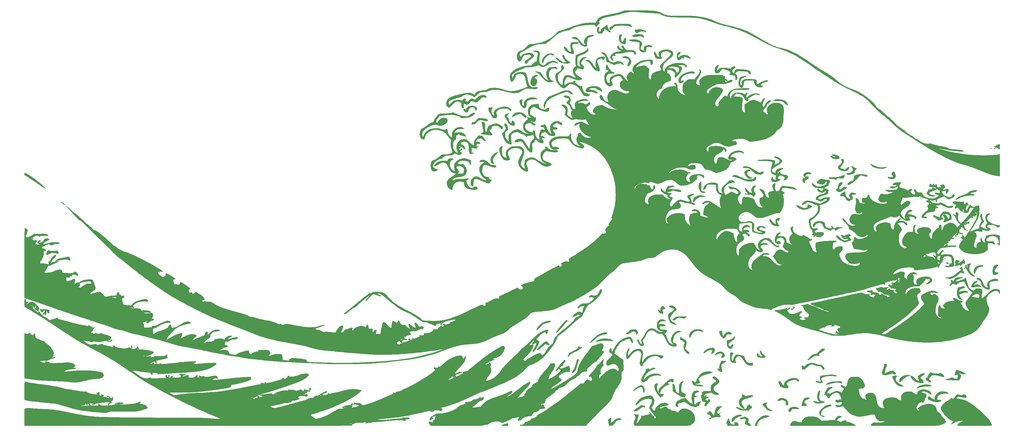
<source format=gbr>
%TF.GenerationSoftware,KiCad,Pcbnew,(5.1.10)-1*%
%TF.CreationDate,2022-01-11T00:37:13+01:00*%
%TF.ProjectId,base,62617365-2e6b-4696-9361-645f70636258,rev?*%
%TF.SameCoordinates,Original*%
%TF.FileFunction,Legend,Bot*%
%TF.FilePolarity,Positive*%
%FSLAX46Y46*%
G04 Gerber Fmt 4.6, Leading zero omitted, Abs format (unit mm)*
G04 Created by KiCad (PCBNEW (5.1.10)-1) date 2022-01-11 00:37:13*
%MOMM*%
%LPD*%
G01*
G04 APERTURE LIST*
%ADD10C,0.010000*%
G04 APERTURE END LIST*
D10*
%TO.C,LogoBase1*%
G36*
X256682264Y-82261708D02*
G01*
X256089286Y-82276400D01*
X255466768Y-82298259D01*
X254884412Y-82325135D01*
X254805333Y-82329439D01*
X254289577Y-82360747D01*
X253912084Y-82391749D01*
X253641870Y-82427533D01*
X253447953Y-82473187D01*
X253299348Y-82533801D01*
X253196667Y-82593636D01*
X252966785Y-82742146D01*
X252665782Y-82936951D01*
X252402762Y-83107391D01*
X252086675Y-83351027D01*
X251856528Y-83604341D01*
X251720894Y-83843900D01*
X251688347Y-84046270D01*
X251767461Y-84188020D01*
X251966808Y-84245714D01*
X251986171Y-84246000D01*
X252142891Y-84211123D01*
X252328614Y-84092649D01*
X252571984Y-83869813D01*
X252729661Y-83707036D01*
X252985589Y-83437785D01*
X253194680Y-83235664D01*
X253387376Y-83090126D01*
X253594121Y-82990624D01*
X253845356Y-82926611D01*
X254171525Y-82887539D01*
X254603070Y-82862860D01*
X255170435Y-82842028D01*
X255232589Y-82839863D01*
X256287958Y-82823351D01*
X257184319Y-82853032D01*
X257920569Y-82928811D01*
X258495603Y-83050589D01*
X258773165Y-83150249D01*
X259000777Y-83237868D01*
X259159606Y-83274861D01*
X259197893Y-83268329D01*
X259205882Y-83153095D01*
X259115571Y-82969978D01*
X258957951Y-82760444D01*
X258764014Y-82565961D01*
X258573000Y-82432203D01*
X258403415Y-82356103D01*
X258217139Y-82305264D01*
X257976058Y-82274889D01*
X257642056Y-82260178D01*
X257177015Y-82256333D01*
X257176000Y-82256333D01*
X256682264Y-82261708D01*
G37*
X256682264Y-82261708D02*
X256089286Y-82276400D01*
X255466768Y-82298259D01*
X254884412Y-82325135D01*
X254805333Y-82329439D01*
X254289577Y-82360747D01*
X253912084Y-82391749D01*
X253641870Y-82427533D01*
X253447953Y-82473187D01*
X253299348Y-82533801D01*
X253196667Y-82593636D01*
X252966785Y-82742146D01*
X252665782Y-82936951D01*
X252402762Y-83107391D01*
X252086675Y-83351027D01*
X251856528Y-83604341D01*
X251720894Y-83843900D01*
X251688347Y-84046270D01*
X251767461Y-84188020D01*
X251966808Y-84245714D01*
X251986171Y-84246000D01*
X252142891Y-84211123D01*
X252328614Y-84092649D01*
X252571984Y-83869813D01*
X252729661Y-83707036D01*
X252985589Y-83437785D01*
X253194680Y-83235664D01*
X253387376Y-83090126D01*
X253594121Y-82990624D01*
X253845356Y-82926611D01*
X254171525Y-82887539D01*
X254603070Y-82862860D01*
X255170435Y-82842028D01*
X255232589Y-82839863D01*
X256287958Y-82823351D01*
X257184319Y-82853032D01*
X257920569Y-82928811D01*
X258495603Y-83050589D01*
X258773165Y-83150249D01*
X259000777Y-83237868D01*
X259159606Y-83274861D01*
X259197893Y-83268329D01*
X259205882Y-83153095D01*
X259115571Y-82969978D01*
X258957951Y-82760444D01*
X258764014Y-82565961D01*
X258573000Y-82432203D01*
X258403415Y-82356103D01*
X258217139Y-82305264D01*
X257976058Y-82274889D01*
X257642056Y-82260178D01*
X257177015Y-82256333D01*
X257176000Y-82256333D01*
X256682264Y-82261708D01*
G36*
X261197667Y-84124858D02*
G01*
X260720794Y-84186163D01*
X260406196Y-84262934D01*
X260247352Y-84357138D01*
X260224000Y-84418709D01*
X260255466Y-84543824D01*
X260336140Y-84764807D01*
X260403760Y-84928804D01*
X260513375Y-85158778D01*
X260622231Y-85285447D01*
X260765869Y-85313611D01*
X260979830Y-85248074D01*
X261299655Y-85093636D01*
X261367000Y-85058943D01*
X261806417Y-84885475D01*
X262293899Y-84779668D01*
X262777253Y-84746200D01*
X263204286Y-84789751D01*
X263449264Y-84872265D01*
X263691818Y-84979780D01*
X263818728Y-84991455D01*
X263856358Y-84903681D01*
X263849389Y-84817500D01*
X263742983Y-84635060D01*
X263496316Y-84468003D01*
X263138282Y-84323876D01*
X262697772Y-84210226D01*
X262203677Y-84134598D01*
X261684891Y-84104541D01*
X261197667Y-84124858D01*
G37*
X261197667Y-84124858D02*
X260720794Y-84186163D01*
X260406196Y-84262934D01*
X260247352Y-84357138D01*
X260224000Y-84418709D01*
X260255466Y-84543824D01*
X260336140Y-84764807D01*
X260403760Y-84928804D01*
X260513375Y-85158778D01*
X260622231Y-85285447D01*
X260765869Y-85313611D01*
X260979830Y-85248074D01*
X261299655Y-85093636D01*
X261367000Y-85058943D01*
X261806417Y-84885475D01*
X262293899Y-84779668D01*
X262777253Y-84746200D01*
X263204286Y-84789751D01*
X263449264Y-84872265D01*
X263691818Y-84979780D01*
X263818728Y-84991455D01*
X263856358Y-84903681D01*
X263849389Y-84817500D01*
X263742983Y-84635060D01*
X263496316Y-84468003D01*
X263138282Y-84323876D01*
X262697772Y-84210226D01*
X262203677Y-84134598D01*
X261684891Y-84104541D01*
X261197667Y-84124858D01*
G36*
X250971268Y-82681167D02*
G01*
X250779810Y-82800851D01*
X250502952Y-82978662D01*
X250168556Y-83196875D01*
X250130801Y-83221699D01*
X249661813Y-83540817D01*
X249320703Y-83802113D01*
X249086010Y-84027594D01*
X248936273Y-84239263D01*
X248850032Y-84459126D01*
X248827868Y-84557682D01*
X248740812Y-84808657D01*
X248597300Y-84903157D01*
X248387347Y-84847538D01*
X248379223Y-84843246D01*
X248169709Y-84646846D01*
X248090038Y-84370863D01*
X248140352Y-84044582D01*
X248320795Y-83697288D01*
X248373267Y-83626924D01*
X248542652Y-83411586D01*
X248371993Y-83357421D01*
X248111746Y-83348279D01*
X247890773Y-83475741D01*
X247720733Y-83709344D01*
X247613287Y-84018625D01*
X247580096Y-84373120D01*
X247632821Y-84742367D01*
X247737711Y-85014479D01*
X247850414Y-85214442D01*
X247966297Y-85337005D01*
X248128783Y-85401153D01*
X248381290Y-85425871D01*
X248688167Y-85430037D01*
X249023848Y-85422437D01*
X249217713Y-85394518D01*
X249296588Y-85341231D01*
X249302000Y-85314542D01*
X249357453Y-85193560D01*
X249500551Y-85003686D01*
X249640667Y-84848779D01*
X249864370Y-84595667D01*
X249963328Y-84412990D01*
X249948580Y-84270010D01*
X249880509Y-84181042D01*
X249839142Y-84081852D01*
X249932445Y-84026711D01*
X250129865Y-84022597D01*
X250372626Y-84068645D01*
X250686486Y-84219448D01*
X251014263Y-84492623D01*
X251051462Y-84531277D01*
X251321426Y-84781247D01*
X251571900Y-84918559D01*
X251758082Y-84965793D01*
X252044575Y-84991194D01*
X252177216Y-84946995D01*
X252154936Y-84836610D01*
X251976666Y-84663454D01*
X251876346Y-84588022D01*
X251494385Y-84214714D01*
X251224556Y-83743651D01*
X251090947Y-83221724D01*
X251080827Y-83039500D01*
X251074574Y-82804949D01*
X251059597Y-82660024D01*
X251049460Y-82637333D01*
X250971268Y-82681167D01*
G37*
X250971268Y-82681167D02*
X250779810Y-82800851D01*
X250502952Y-82978662D01*
X250168556Y-83196875D01*
X250130801Y-83221699D01*
X249661813Y-83540817D01*
X249320703Y-83802113D01*
X249086010Y-84027594D01*
X248936273Y-84239263D01*
X248850032Y-84459126D01*
X248827868Y-84557682D01*
X248740812Y-84808657D01*
X248597300Y-84903157D01*
X248387347Y-84847538D01*
X248379223Y-84843246D01*
X248169709Y-84646846D01*
X248090038Y-84370863D01*
X248140352Y-84044582D01*
X248320795Y-83697288D01*
X248373267Y-83626924D01*
X248542652Y-83411586D01*
X248371993Y-83357421D01*
X248111746Y-83348279D01*
X247890773Y-83475741D01*
X247720733Y-83709344D01*
X247613287Y-84018625D01*
X247580096Y-84373120D01*
X247632821Y-84742367D01*
X247737711Y-85014479D01*
X247850414Y-85214442D01*
X247966297Y-85337005D01*
X248128783Y-85401153D01*
X248381290Y-85425871D01*
X248688167Y-85430037D01*
X249023848Y-85422437D01*
X249217713Y-85394518D01*
X249296588Y-85341231D01*
X249302000Y-85314542D01*
X249357453Y-85193560D01*
X249500551Y-85003686D01*
X249640667Y-84848779D01*
X249864370Y-84595667D01*
X249963328Y-84412990D01*
X249948580Y-84270010D01*
X249880509Y-84181042D01*
X249839142Y-84081852D01*
X249932445Y-84026711D01*
X250129865Y-84022597D01*
X250372626Y-84068645D01*
X250686486Y-84219448D01*
X251014263Y-84492623D01*
X251051462Y-84531277D01*
X251321426Y-84781247D01*
X251571900Y-84918559D01*
X251758082Y-84965793D01*
X252044575Y-84991194D01*
X252177216Y-84946995D01*
X252154936Y-84836610D01*
X251976666Y-84663454D01*
X251876346Y-84588022D01*
X251494385Y-84214714D01*
X251224556Y-83743651D01*
X251090947Y-83221724D01*
X251080827Y-83039500D01*
X251074574Y-82804949D01*
X251059597Y-82660024D01*
X251049460Y-82637333D01*
X250971268Y-82681167D01*
G36*
X260999733Y-85740316D02*
G01*
X260622602Y-85798395D01*
X260235278Y-85872963D01*
X259884012Y-85956627D01*
X259620894Y-86036273D01*
X259535504Y-86072106D01*
X259368219Y-86168803D01*
X259333844Y-86245399D01*
X259412406Y-86354595D01*
X259423692Y-86367114D01*
X259651733Y-86521143D01*
X259985552Y-86585941D01*
X260440303Y-86562942D01*
X260819423Y-86499284D01*
X261229725Y-86431073D01*
X261661235Y-86382102D01*
X262022474Y-86362685D01*
X262031294Y-86362667D01*
X262342814Y-86372280D01*
X262542051Y-86411999D01*
X262685493Y-86498143D01*
X262764000Y-86574333D01*
X262969375Y-86751562D01*
X263106249Y-86776454D01*
X263170774Y-86649930D01*
X263171278Y-86476911D01*
X263099449Y-86208863D01*
X262923017Y-86009309D01*
X262622353Y-85865182D01*
X262177825Y-85763412D01*
X262076263Y-85747898D01*
X261713240Y-85708018D01*
X261377091Y-85704703D01*
X260999733Y-85740316D01*
G37*
X260999733Y-85740316D02*
X260622602Y-85798395D01*
X260235278Y-85872963D01*
X259884012Y-85956627D01*
X259620894Y-86036273D01*
X259535504Y-86072106D01*
X259368219Y-86168803D01*
X259333844Y-86245399D01*
X259412406Y-86354595D01*
X259423692Y-86367114D01*
X259651733Y-86521143D01*
X259985552Y-86585941D01*
X260440303Y-86562942D01*
X260819423Y-86499284D01*
X261229725Y-86431073D01*
X261661235Y-86382102D01*
X262022474Y-86362685D01*
X262031294Y-86362667D01*
X262342814Y-86372280D01*
X262542051Y-86411999D01*
X262685493Y-86498143D01*
X262764000Y-86574333D01*
X262969375Y-86751562D01*
X263106249Y-86776454D01*
X263170774Y-86649930D01*
X263171278Y-86476911D01*
X263099449Y-86208863D01*
X262923017Y-86009309D01*
X262622353Y-85865182D01*
X262177825Y-85763412D01*
X262076263Y-85747898D01*
X261713240Y-85708018D01*
X261377091Y-85704703D01*
X260999733Y-85740316D01*
G36*
X255299254Y-85871784D02*
G01*
X255148314Y-85948444D01*
X255018983Y-86122612D01*
X255014616Y-86129833D01*
X254900904Y-86439429D01*
X254852013Y-86839768D01*
X254868048Y-87265112D01*
X254949118Y-87649725D01*
X255011895Y-87802000D01*
X255328791Y-88313581D01*
X255676172Y-88667569D01*
X255938505Y-88825356D01*
X256241235Y-88927531D01*
X256558658Y-88979213D01*
X256843963Y-88979294D01*
X257050337Y-88926667D01*
X257124608Y-88853408D01*
X257146589Y-88714690D01*
X257163876Y-88450606D01*
X257174157Y-88105109D01*
X257176000Y-87877085D01*
X257171096Y-87476118D01*
X257153517Y-87214784D01*
X257118959Y-87063589D01*
X257063123Y-86993039D01*
X257045847Y-86984741D01*
X256867743Y-86999049D01*
X256695585Y-87169758D01*
X256539538Y-87483986D01*
X256460608Y-87726250D01*
X256340623Y-88069564D01*
X256212982Y-88252259D01*
X256067129Y-88283024D01*
X255905890Y-88182900D01*
X255671969Y-87863671D01*
X255543404Y-87449581D01*
X255523382Y-86980811D01*
X255615094Y-86497539D01*
X255746452Y-86174154D01*
X255909442Y-85854667D01*
X255544976Y-85854667D01*
X255299254Y-85871784D01*
G37*
X255299254Y-85871784D02*
X255148314Y-85948444D01*
X255018983Y-86122612D01*
X255014616Y-86129833D01*
X254900904Y-86439429D01*
X254852013Y-86839768D01*
X254868048Y-87265112D01*
X254949118Y-87649725D01*
X255011895Y-87802000D01*
X255328791Y-88313581D01*
X255676172Y-88667569D01*
X255938505Y-88825356D01*
X256241235Y-88927531D01*
X256558658Y-88979213D01*
X256843963Y-88979294D01*
X257050337Y-88926667D01*
X257124608Y-88853408D01*
X257146589Y-88714690D01*
X257163876Y-88450606D01*
X257174157Y-88105109D01*
X257176000Y-87877085D01*
X257171096Y-87476118D01*
X257153517Y-87214784D01*
X257118959Y-87063589D01*
X257063123Y-86993039D01*
X257045847Y-86984741D01*
X256867743Y-86999049D01*
X256695585Y-87169758D01*
X256539538Y-87483986D01*
X256460608Y-87726250D01*
X256340623Y-88069564D01*
X256212982Y-88252259D01*
X256067129Y-88283024D01*
X255905890Y-88182900D01*
X255671969Y-87863671D01*
X255543404Y-87449581D01*
X255523382Y-86980811D01*
X255615094Y-86497539D01*
X255746452Y-86174154D01*
X255909442Y-85854667D01*
X255544976Y-85854667D01*
X255299254Y-85871784D01*
G36*
X245781521Y-86036724D02*
G01*
X245714877Y-86039950D01*
X245018858Y-86138716D01*
X244438615Y-86354710D01*
X243978431Y-86685958D01*
X243761348Y-86939750D01*
X243462433Y-87444686D01*
X243317854Y-87910981D01*
X243324416Y-88362102D01*
X243478922Y-88821516D01*
X243499431Y-88862997D01*
X243608608Y-89096262D01*
X243669181Y-89261280D01*
X243672712Y-89310843D01*
X243574523Y-89320117D01*
X243378290Y-89297324D01*
X243335138Y-89289654D01*
X243040182Y-89181205D01*
X242731245Y-88956648D01*
X242393151Y-88602252D01*
X242010727Y-88104285D01*
X241984660Y-88067591D01*
X241612819Y-87568031D01*
X241289416Y-87201894D01*
X240987667Y-86950892D01*
X240680790Y-86796738D01*
X240342002Y-86721145D01*
X239989226Y-86705152D01*
X239687821Y-86733561D01*
X239411193Y-86799472D01*
X239353667Y-86821769D01*
X239099667Y-86934566D01*
X239350762Y-87034464D01*
X239578110Y-87112998D01*
X239911690Y-87214512D01*
X240293052Y-87322575D01*
X240663746Y-87420756D01*
X240965319Y-87492623D01*
X241022799Y-87504501D01*
X241194782Y-87578508D01*
X241300716Y-87748033D01*
X241338574Y-87868992D01*
X241506471Y-88282651D01*
X241774956Y-88715797D01*
X242102910Y-89114202D01*
X242449209Y-89423634D01*
X242582799Y-89509865D01*
X243015378Y-89692872D01*
X243485009Y-89793159D01*
X243920162Y-89797352D01*
X244025620Y-89779588D01*
X244114382Y-89748803D01*
X244168114Y-89680921D01*
X244194597Y-89541015D01*
X244201612Y-89294158D01*
X244198551Y-89003382D01*
X244215495Y-88588094D01*
X244272064Y-88133150D01*
X244358708Y-87682056D01*
X244465875Y-87278321D01*
X244584015Y-86965451D01*
X244680116Y-86809697D01*
X244803363Y-86745849D01*
X245046498Y-86669269D01*
X245362254Y-86594307D01*
X245441665Y-86578519D01*
X245901493Y-86464831D01*
X246223966Y-86328588D01*
X246396667Y-86176031D01*
X246423333Y-86084927D01*
X246343472Y-86047764D01*
X246120985Y-86031154D01*
X245781521Y-86036724D01*
G37*
X245781521Y-86036724D02*
X245714877Y-86039950D01*
X245018858Y-86138716D01*
X244438615Y-86354710D01*
X243978431Y-86685958D01*
X243761348Y-86939750D01*
X243462433Y-87444686D01*
X243317854Y-87910981D01*
X243324416Y-88362102D01*
X243478922Y-88821516D01*
X243499431Y-88862997D01*
X243608608Y-89096262D01*
X243669181Y-89261280D01*
X243672712Y-89310843D01*
X243574523Y-89320117D01*
X243378290Y-89297324D01*
X243335138Y-89289654D01*
X243040182Y-89181205D01*
X242731245Y-88956648D01*
X242393151Y-88602252D01*
X242010727Y-88104285D01*
X241984660Y-88067591D01*
X241612819Y-87568031D01*
X241289416Y-87201894D01*
X240987667Y-86950892D01*
X240680790Y-86796738D01*
X240342002Y-86721145D01*
X239989226Y-86705152D01*
X239687821Y-86733561D01*
X239411193Y-86799472D01*
X239353667Y-86821769D01*
X239099667Y-86934566D01*
X239350762Y-87034464D01*
X239578110Y-87112998D01*
X239911690Y-87214512D01*
X240293052Y-87322575D01*
X240663746Y-87420756D01*
X240965319Y-87492623D01*
X241022799Y-87504501D01*
X241194782Y-87578508D01*
X241300716Y-87748033D01*
X241338574Y-87868992D01*
X241506471Y-88282651D01*
X241774956Y-88715797D01*
X242102910Y-89114202D01*
X242449209Y-89423634D01*
X242582799Y-89509865D01*
X243015378Y-89692872D01*
X243485009Y-89793159D01*
X243920162Y-89797352D01*
X244025620Y-89779588D01*
X244114382Y-89748803D01*
X244168114Y-89680921D01*
X244194597Y-89541015D01*
X244201612Y-89294158D01*
X244198551Y-89003382D01*
X244215495Y-88588094D01*
X244272064Y-88133150D01*
X244358708Y-87682056D01*
X244465875Y-87278321D01*
X244584015Y-86965451D01*
X244680116Y-86809697D01*
X244803363Y-86745849D01*
X245046498Y-86669269D01*
X245362254Y-86594307D01*
X245441665Y-86578519D01*
X245901493Y-86464831D01*
X246223966Y-86328588D01*
X246396667Y-86176031D01*
X246423333Y-86084927D01*
X246343472Y-86047764D01*
X246120985Y-86031154D01*
X245781521Y-86036724D01*
G36*
X259354918Y-87498622D02*
G01*
X258883795Y-87540333D01*
X258570583Y-87586663D01*
X258403869Y-87644023D01*
X258372240Y-87718822D01*
X258464284Y-87817469D01*
X258613978Y-87914731D01*
X258807530Y-87990855D01*
X259125249Y-88059574D01*
X259582792Y-88123638D01*
X260116812Y-88178648D01*
X260579439Y-88226911D01*
X260999345Y-88281442D01*
X261339153Y-88336610D01*
X261561488Y-88386783D01*
X261606924Y-88403150D01*
X261751364Y-88481460D01*
X261809795Y-88577336D01*
X261802012Y-88748658D01*
X261776258Y-88898321D01*
X261744417Y-89159584D01*
X261720040Y-89526072D01*
X261706917Y-89933719D01*
X261705667Y-90091898D01*
X261720451Y-90571706D01*
X261774670Y-90920960D01*
X261883127Y-91176636D01*
X262060624Y-91375712D01*
X262281767Y-91531059D01*
X262566949Y-91641508D01*
X262922513Y-91693746D01*
X263282297Y-91686055D01*
X263580143Y-91616719D01*
X263673204Y-91567170D01*
X263848511Y-91351812D01*
X263970794Y-91005723D01*
X264029733Y-90562033D01*
X264033528Y-90410497D01*
X264052689Y-90162772D01*
X264100668Y-89990957D01*
X264129789Y-89954126D01*
X264287948Y-89913801D01*
X264563852Y-89894933D01*
X264907262Y-89897651D01*
X265267939Y-89922080D01*
X265494500Y-89950697D01*
X265771608Y-89969129D01*
X265896313Y-89913853D01*
X265868509Y-89785059D01*
X265697141Y-89591406D01*
X265374404Y-89403518D01*
X264948548Y-89347225D01*
X264422844Y-89422386D01*
X263800565Y-89628860D01*
X263682226Y-89678378D01*
X263445387Y-89790877D01*
X263319685Y-89903982D01*
X263258070Y-90078714D01*
X263228331Y-90267043D01*
X263207701Y-90580521D01*
X263256159Y-90800584D01*
X263306078Y-90891615D01*
X263403688Y-91056916D01*
X263441333Y-91150796D01*
X263370937Y-91185695D01*
X263191025Y-91167847D01*
X262948509Y-91109342D01*
X262690303Y-91022265D01*
X262463321Y-90918706D01*
X262404167Y-90883559D01*
X262199243Y-90728953D01*
X262107277Y-90576166D01*
X262086667Y-90368811D01*
X262139266Y-90073511D01*
X262281920Y-89719809D01*
X262340667Y-89609295D01*
X262523236Y-89224530D01*
X262581811Y-88908732D01*
X262517810Y-88617085D01*
X262379823Y-88371804D01*
X262059341Y-88043583D01*
X261601921Y-87784982D01*
X261027449Y-87601740D01*
X260355810Y-87499599D01*
X259606889Y-87484297D01*
X259354918Y-87498622D01*
G37*
X259354918Y-87498622D02*
X258883795Y-87540333D01*
X258570583Y-87586663D01*
X258403869Y-87644023D01*
X258372240Y-87718822D01*
X258464284Y-87817469D01*
X258613978Y-87914731D01*
X258807530Y-87990855D01*
X259125249Y-88059574D01*
X259582792Y-88123638D01*
X260116812Y-88178648D01*
X260579439Y-88226911D01*
X260999345Y-88281442D01*
X261339153Y-88336610D01*
X261561488Y-88386783D01*
X261606924Y-88403150D01*
X261751364Y-88481460D01*
X261809795Y-88577336D01*
X261802012Y-88748658D01*
X261776258Y-88898321D01*
X261744417Y-89159584D01*
X261720040Y-89526072D01*
X261706917Y-89933719D01*
X261705667Y-90091898D01*
X261720451Y-90571706D01*
X261774670Y-90920960D01*
X261883127Y-91176636D01*
X262060624Y-91375712D01*
X262281767Y-91531059D01*
X262566949Y-91641508D01*
X262922513Y-91693746D01*
X263282297Y-91686055D01*
X263580143Y-91616719D01*
X263673204Y-91567170D01*
X263848511Y-91351812D01*
X263970794Y-91005723D01*
X264029733Y-90562033D01*
X264033528Y-90410497D01*
X264052689Y-90162772D01*
X264100668Y-89990957D01*
X264129789Y-89954126D01*
X264287948Y-89913801D01*
X264563852Y-89894933D01*
X264907262Y-89897651D01*
X265267939Y-89922080D01*
X265494500Y-89950697D01*
X265771608Y-89969129D01*
X265896313Y-89913853D01*
X265868509Y-89785059D01*
X265697141Y-89591406D01*
X265374404Y-89403518D01*
X264948548Y-89347225D01*
X264422844Y-89422386D01*
X263800565Y-89628860D01*
X263682226Y-89678378D01*
X263445387Y-89790877D01*
X263319685Y-89903982D01*
X263258070Y-90078714D01*
X263228331Y-90267043D01*
X263207701Y-90580521D01*
X263256159Y-90800584D01*
X263306078Y-90891615D01*
X263403688Y-91056916D01*
X263441333Y-91150796D01*
X263370937Y-91185695D01*
X263191025Y-91167847D01*
X262948509Y-91109342D01*
X262690303Y-91022265D01*
X262463321Y-90918706D01*
X262404167Y-90883559D01*
X262199243Y-90728953D01*
X262107277Y-90576166D01*
X262086667Y-90368811D01*
X262139266Y-90073511D01*
X262281920Y-89719809D01*
X262340667Y-89609295D01*
X262523236Y-89224530D01*
X262581811Y-88908732D01*
X262517810Y-88617085D01*
X262379823Y-88371804D01*
X262059341Y-88043583D01*
X261601921Y-87784982D01*
X261027449Y-87601740D01*
X260355810Y-87499599D01*
X259606889Y-87484297D01*
X259354918Y-87498622D01*
G36*
X240093578Y-88391833D02*
G01*
X239730160Y-88405690D01*
X239421570Y-88432436D01*
X239205096Y-88472205D01*
X239133845Y-88503193D01*
X238921009Y-88760360D01*
X238776949Y-89132404D01*
X238719057Y-89572851D01*
X238718667Y-89612593D01*
X238739395Y-89942411D01*
X238794249Y-90368511D01*
X238872229Y-90823965D01*
X238962336Y-91241844D01*
X239022886Y-91463833D01*
X239023585Y-91566077D01*
X238914316Y-91606994D01*
X238787872Y-91611683D01*
X238456838Y-91551377D01*
X238142849Y-91362092D01*
X237828017Y-91030114D01*
X237589316Y-90692785D01*
X237326155Y-90315898D01*
X237106010Y-90074906D01*
X236906474Y-89949515D01*
X236734566Y-89918667D01*
X236633769Y-89988632D01*
X236603153Y-90171598D01*
X236641184Y-90427167D01*
X236746328Y-90714941D01*
X236766345Y-90755556D01*
X237066143Y-91172545D01*
X237503281Y-91545048D01*
X238048046Y-91856257D01*
X238670724Y-92089365D01*
X239341600Y-92227565D01*
X239376077Y-92231705D01*
X239621764Y-92244008D01*
X239758123Y-92197879D01*
X239820577Y-92117676D01*
X239889182Y-91915202D01*
X239886889Y-91669431D01*
X239808320Y-91349621D01*
X239648094Y-90925027D01*
X239586500Y-90780017D01*
X239402486Y-90312098D01*
X239302453Y-89943858D01*
X239275253Y-89640271D01*
X239295178Y-89368221D01*
X239363171Y-89179250D01*
X239506355Y-89054975D01*
X239751854Y-88977012D01*
X240126790Y-88926978D01*
X240355894Y-88907848D01*
X240830918Y-88857591D01*
X241155287Y-88786524D01*
X241347086Y-88687955D01*
X241424403Y-88555194D01*
X241428000Y-88511300D01*
X241349765Y-88462679D01*
X241139917Y-88426291D01*
X240835744Y-88402266D01*
X240474535Y-88390736D01*
X240093578Y-88391833D01*
G37*
X240093578Y-88391833D02*
X239730160Y-88405690D01*
X239421570Y-88432436D01*
X239205096Y-88472205D01*
X239133845Y-88503193D01*
X238921009Y-88760360D01*
X238776949Y-89132404D01*
X238719057Y-89572851D01*
X238718667Y-89612593D01*
X238739395Y-89942411D01*
X238794249Y-90368511D01*
X238872229Y-90823965D01*
X238962336Y-91241844D01*
X239022886Y-91463833D01*
X239023585Y-91566077D01*
X238914316Y-91606994D01*
X238787872Y-91611683D01*
X238456838Y-91551377D01*
X238142849Y-91362092D01*
X237828017Y-91030114D01*
X237589316Y-90692785D01*
X237326155Y-90315898D01*
X237106010Y-90074906D01*
X236906474Y-89949515D01*
X236734566Y-89918667D01*
X236633769Y-89988632D01*
X236603153Y-90171598D01*
X236641184Y-90427167D01*
X236746328Y-90714941D01*
X236766345Y-90755556D01*
X237066143Y-91172545D01*
X237503281Y-91545048D01*
X238048046Y-91856257D01*
X238670724Y-92089365D01*
X239341600Y-92227565D01*
X239376077Y-92231705D01*
X239621764Y-92244008D01*
X239758123Y-92197879D01*
X239820577Y-92117676D01*
X239889182Y-91915202D01*
X239886889Y-91669431D01*
X239808320Y-91349621D01*
X239648094Y-90925027D01*
X239586500Y-90780017D01*
X239402486Y-90312098D01*
X239302453Y-89943858D01*
X239275253Y-89640271D01*
X239295178Y-89368221D01*
X239363171Y-89179250D01*
X239506355Y-89054975D01*
X239751854Y-88977012D01*
X240126790Y-88926978D01*
X240355894Y-88907848D01*
X240830918Y-88857591D01*
X241155287Y-88786524D01*
X241347086Y-88687955D01*
X241424403Y-88555194D01*
X241428000Y-88511300D01*
X241349765Y-88462679D01*
X241139917Y-88426291D01*
X240835744Y-88402266D01*
X240474535Y-88390736D01*
X240093578Y-88391833D01*
G36*
X275148059Y-91652426D02*
G01*
X274812149Y-91739081D01*
X274589573Y-91868806D01*
X274424475Y-92077661D01*
X274387139Y-92143676D01*
X274297177Y-92423642D01*
X274252459Y-92807981D01*
X274253453Y-93237758D01*
X274300629Y-93654040D01*
X274372831Y-93940333D01*
X274465585Y-94159182D01*
X274578111Y-94261879D01*
X274767085Y-94297532D01*
X274786667Y-94298923D01*
X275056677Y-94278678D01*
X275292822Y-94202094D01*
X275294667Y-94201075D01*
X275490732Y-94050578D01*
X275683343Y-93842625D01*
X275697603Y-93823706D01*
X275840190Y-93656942D01*
X275962622Y-93609980D01*
X276105281Y-93646388D01*
X276345495Y-93710254D01*
X276564110Y-93724733D01*
X276707052Y-93689890D01*
X276734000Y-93645613D01*
X276661863Y-93566704D01*
X276508972Y-93506081D01*
X276356271Y-93458609D01*
X276353409Y-93404085D01*
X276445472Y-93328507D01*
X276693249Y-93246227D01*
X277066475Y-93276082D01*
X277563905Y-93417859D01*
X278025770Y-93600987D01*
X278334285Y-93733429D01*
X278577448Y-93835449D01*
X278718428Y-93891702D01*
X278738575Y-93898000D01*
X278776745Y-93837808D01*
X278732106Y-93688452D01*
X278622740Y-93496762D01*
X278543305Y-93392333D01*
X278173828Y-93070721D01*
X277689292Y-92825309D01*
X277134400Y-92676181D01*
X276883228Y-92646510D01*
X276266672Y-92653238D01*
X275759624Y-92775063D01*
X275342186Y-93017872D01*
X275202328Y-93143672D01*
X274886553Y-93459447D01*
X274708358Y-93269768D01*
X274530164Y-93080089D01*
X274721915Y-92818956D01*
X274891296Y-92591501D01*
X275098563Y-92317363D01*
X275188833Y-92199208D01*
X275387675Y-91914289D01*
X275461162Y-91733247D01*
X275408487Y-91645233D01*
X275228841Y-91639398D01*
X275148059Y-91652426D01*
G37*
X275148059Y-91652426D02*
X274812149Y-91739081D01*
X274589573Y-91868806D01*
X274424475Y-92077661D01*
X274387139Y-92143676D01*
X274297177Y-92423642D01*
X274252459Y-92807981D01*
X274253453Y-93237758D01*
X274300629Y-93654040D01*
X274372831Y-93940333D01*
X274465585Y-94159182D01*
X274578111Y-94261879D01*
X274767085Y-94297532D01*
X274786667Y-94298923D01*
X275056677Y-94278678D01*
X275292822Y-94202094D01*
X275294667Y-94201075D01*
X275490732Y-94050578D01*
X275683343Y-93842625D01*
X275697603Y-93823706D01*
X275840190Y-93656942D01*
X275962622Y-93609980D01*
X276105281Y-93646388D01*
X276345495Y-93710254D01*
X276564110Y-93724733D01*
X276707052Y-93689890D01*
X276734000Y-93645613D01*
X276661863Y-93566704D01*
X276508972Y-93506081D01*
X276356271Y-93458609D01*
X276353409Y-93404085D01*
X276445472Y-93328507D01*
X276693249Y-93246227D01*
X277066475Y-93276082D01*
X277563905Y-93417859D01*
X278025770Y-93600987D01*
X278334285Y-93733429D01*
X278577448Y-93835449D01*
X278718428Y-93891702D01*
X278738575Y-93898000D01*
X278776745Y-93837808D01*
X278732106Y-93688452D01*
X278622740Y-93496762D01*
X278543305Y-93392333D01*
X278173828Y-93070721D01*
X277689292Y-92825309D01*
X277134400Y-92676181D01*
X276883228Y-92646510D01*
X276266672Y-92653238D01*
X275759624Y-92775063D01*
X275342186Y-93017872D01*
X275202328Y-93143672D01*
X274886553Y-93459447D01*
X274708358Y-93269768D01*
X274530164Y-93080089D01*
X274721915Y-92818956D01*
X274891296Y-92591501D01*
X275098563Y-92317363D01*
X275188833Y-92199208D01*
X275387675Y-91914289D01*
X275461162Y-91733247D01*
X275408487Y-91645233D01*
X275228841Y-91639398D01*
X275148059Y-91652426D01*
G36*
X254498917Y-89693754D02*
G01*
X254364184Y-89882398D01*
X254298567Y-90037112D01*
X254297333Y-90052280D01*
X254359817Y-90201799D01*
X254524649Y-90417111D01*
X254757900Y-90663499D01*
X255025638Y-90906248D01*
X255293936Y-91110640D01*
X255393130Y-91173481D01*
X255779000Y-91400333D01*
X255059333Y-91453184D01*
X254375224Y-91530508D01*
X253811820Y-91661254D01*
X253324814Y-91860848D01*
X252869897Y-92144719D01*
X252700482Y-92274485D01*
X252306232Y-92656599D01*
X252074925Y-93038333D01*
X252007920Y-93414048D01*
X252106579Y-93778107D01*
X252277902Y-94026379D01*
X252478156Y-94225458D01*
X252688390Y-94390294D01*
X252873001Y-94498909D01*
X252996383Y-94529327D01*
X253027333Y-94488963D01*
X252990009Y-94367560D01*
X252894384Y-94155040D01*
X252815667Y-94000629D01*
X252657735Y-93646836D01*
X252611546Y-93360417D01*
X252670884Y-93087254D01*
X252702257Y-93012984D01*
X252814009Y-92855661D01*
X252980515Y-92804713D01*
X253239582Y-92853150D01*
X253357688Y-92891789D01*
X253586826Y-92946418D01*
X253685093Y-92911056D01*
X253643737Y-92791852D01*
X253591259Y-92727686D01*
X253467213Y-92541501D01*
X253492030Y-92385615D01*
X253601960Y-92263326D01*
X253710266Y-92198464D01*
X253884047Y-92157631D01*
X254156030Y-92136677D01*
X254558943Y-92131454D01*
X254639127Y-92131809D01*
X255085398Y-92124842D01*
X255492935Y-92092928D01*
X255920537Y-92028422D01*
X256427002Y-91923682D01*
X256668000Y-91868065D01*
X257536492Y-91685436D01*
X258267435Y-91580209D01*
X258873340Y-91551327D01*
X259366718Y-91597733D01*
X259503085Y-91628365D01*
X259754136Y-91703524D01*
X259887415Y-91787266D01*
X259950807Y-91923261D01*
X259977290Y-92060805D01*
X260057042Y-92365803D01*
X260170243Y-92507978D01*
X260315272Y-92485577D01*
X260347412Y-92461645D01*
X260454662Y-92276187D01*
X260483416Y-92009903D01*
X260437713Y-91729822D01*
X260321591Y-91502974D01*
X260287500Y-91467329D01*
X259989884Y-91235475D01*
X259674502Y-91086918D01*
X259293767Y-91006626D01*
X258800094Y-90979566D01*
X258742333Y-90979208D01*
X258369240Y-90986397D01*
X258034718Y-91007475D01*
X257794095Y-91038456D01*
X257740836Y-91051351D01*
X257605688Y-91078946D01*
X257485677Y-91050122D01*
X257341498Y-90942584D01*
X257133847Y-90734036D01*
X257079159Y-90676025D01*
X256827609Y-90387645D01*
X256591834Y-90083231D01*
X256440089Y-89856252D01*
X256291219Y-89630563D01*
X256164782Y-89526618D01*
X256017190Y-89510228D01*
X256001100Y-89511912D01*
X255834541Y-89567508D01*
X255764001Y-89717310D01*
X255753986Y-89792495D01*
X255770227Y-89991161D01*
X255881784Y-90181760D01*
X256029153Y-90338271D01*
X256203491Y-90521786D01*
X256311781Y-90663767D01*
X256329333Y-90706889D01*
X256257898Y-90749749D01*
X256076678Y-90745266D01*
X255835307Y-90703195D01*
X255583417Y-90633291D01*
X255370641Y-90545308D01*
X255305303Y-90505615D01*
X255145419Y-90337423D01*
X254978226Y-90079160D01*
X254891372Y-89903091D01*
X254700501Y-89459399D01*
X254498917Y-89693754D01*
G37*
X254498917Y-89693754D02*
X254364184Y-89882398D01*
X254298567Y-90037112D01*
X254297333Y-90052280D01*
X254359817Y-90201799D01*
X254524649Y-90417111D01*
X254757900Y-90663499D01*
X255025638Y-90906248D01*
X255293936Y-91110640D01*
X255393130Y-91173481D01*
X255779000Y-91400333D01*
X255059333Y-91453184D01*
X254375224Y-91530508D01*
X253811820Y-91661254D01*
X253324814Y-91860848D01*
X252869897Y-92144719D01*
X252700482Y-92274485D01*
X252306232Y-92656599D01*
X252074925Y-93038333D01*
X252007920Y-93414048D01*
X252106579Y-93778107D01*
X252277902Y-94026379D01*
X252478156Y-94225458D01*
X252688390Y-94390294D01*
X252873001Y-94498909D01*
X252996383Y-94529327D01*
X253027333Y-94488963D01*
X252990009Y-94367560D01*
X252894384Y-94155040D01*
X252815667Y-94000629D01*
X252657735Y-93646836D01*
X252611546Y-93360417D01*
X252670884Y-93087254D01*
X252702257Y-93012984D01*
X252814009Y-92855661D01*
X252980515Y-92804713D01*
X253239582Y-92853150D01*
X253357688Y-92891789D01*
X253586826Y-92946418D01*
X253685093Y-92911056D01*
X253643737Y-92791852D01*
X253591259Y-92727686D01*
X253467213Y-92541501D01*
X253492030Y-92385615D01*
X253601960Y-92263326D01*
X253710266Y-92198464D01*
X253884047Y-92157631D01*
X254156030Y-92136677D01*
X254558943Y-92131454D01*
X254639127Y-92131809D01*
X255085398Y-92124842D01*
X255492935Y-92092928D01*
X255920537Y-92028422D01*
X256427002Y-91923682D01*
X256668000Y-91868065D01*
X257536492Y-91685436D01*
X258267435Y-91580209D01*
X258873340Y-91551327D01*
X259366718Y-91597733D01*
X259503085Y-91628365D01*
X259754136Y-91703524D01*
X259887415Y-91787266D01*
X259950807Y-91923261D01*
X259977290Y-92060805D01*
X260057042Y-92365803D01*
X260170243Y-92507978D01*
X260315272Y-92485577D01*
X260347412Y-92461645D01*
X260454662Y-92276187D01*
X260483416Y-92009903D01*
X260437713Y-91729822D01*
X260321591Y-91502974D01*
X260287500Y-91467329D01*
X259989884Y-91235475D01*
X259674502Y-91086918D01*
X259293767Y-91006626D01*
X258800094Y-90979566D01*
X258742333Y-90979208D01*
X258369240Y-90986397D01*
X258034718Y-91007475D01*
X257794095Y-91038456D01*
X257740836Y-91051351D01*
X257605688Y-91078946D01*
X257485677Y-91050122D01*
X257341498Y-90942584D01*
X257133847Y-90734036D01*
X257079159Y-90676025D01*
X256827609Y-90387645D01*
X256591834Y-90083231D01*
X256440089Y-89856252D01*
X256291219Y-89630563D01*
X256164782Y-89526618D01*
X256017190Y-89510228D01*
X256001100Y-89511912D01*
X255834541Y-89567508D01*
X255764001Y-89717310D01*
X255753986Y-89792495D01*
X255770227Y-89991161D01*
X255881784Y-90181760D01*
X256029153Y-90338271D01*
X256203491Y-90521786D01*
X256311781Y-90663767D01*
X256329333Y-90706889D01*
X256257898Y-90749749D01*
X256076678Y-90745266D01*
X255835307Y-90703195D01*
X255583417Y-90633291D01*
X255370641Y-90545308D01*
X255305303Y-90505615D01*
X255145419Y-90337423D01*
X254978226Y-90079160D01*
X254891372Y-89903091D01*
X254700501Y-89459399D01*
X254498917Y-89693754D01*
G36*
X231768730Y-92160951D02*
G01*
X231207845Y-92315316D01*
X230667355Y-92602561D01*
X230170525Y-93012989D01*
X229740625Y-93536906D01*
X229693714Y-93608388D01*
X229414472Y-94137237D01*
X229280948Y-94618106D01*
X229296081Y-95039151D01*
X229318690Y-95119677D01*
X229400415Y-95315126D01*
X229476853Y-95417561D01*
X229490640Y-95422000D01*
X229549176Y-95347383D01*
X229636969Y-95150462D01*
X229736340Y-94871632D01*
X229749451Y-94830638D01*
X230031774Y-94171451D01*
X230433633Y-93565931D01*
X230925875Y-93049000D01*
X231479346Y-92655578D01*
X231630495Y-92577440D01*
X231823493Y-92494898D01*
X231980520Y-92470238D01*
X232171370Y-92502792D01*
X232396998Y-92570117D01*
X232778051Y-92668421D01*
X233066226Y-92702324D01*
X233247704Y-92680222D01*
X233308668Y-92610510D01*
X233235301Y-92501584D01*
X233013785Y-92361839D01*
X232858609Y-92289638D01*
X232326740Y-92149160D01*
X231768730Y-92160951D01*
G37*
X231768730Y-92160951D02*
X231207845Y-92315316D01*
X230667355Y-92602561D01*
X230170525Y-93012989D01*
X229740625Y-93536906D01*
X229693714Y-93608388D01*
X229414472Y-94137237D01*
X229280948Y-94618106D01*
X229296081Y-95039151D01*
X229318690Y-95119677D01*
X229400415Y-95315126D01*
X229476853Y-95417561D01*
X229490640Y-95422000D01*
X229549176Y-95347383D01*
X229636969Y-95150462D01*
X229736340Y-94871632D01*
X229749451Y-94830638D01*
X230031774Y-94171451D01*
X230433633Y-93565931D01*
X230925875Y-93049000D01*
X231479346Y-92655578D01*
X231630495Y-92577440D01*
X231823493Y-92494898D01*
X231980520Y-92470238D01*
X232171370Y-92502792D01*
X232396998Y-92570117D01*
X232778051Y-92668421D01*
X233066226Y-92702324D01*
X233247704Y-92680222D01*
X233308668Y-92610510D01*
X233235301Y-92501584D01*
X233013785Y-92361839D01*
X232858609Y-92289638D01*
X232326740Y-92149160D01*
X231768730Y-92160951D01*
G36*
X236098595Y-92734024D02*
G01*
X236016089Y-92810735D01*
X236010161Y-92860833D01*
X236061895Y-93093370D01*
X236199451Y-93412088D01*
X236399293Y-93773883D01*
X236637882Y-94135651D01*
X236861831Y-94420482D01*
X237062271Y-94656415D01*
X237210127Y-94840775D01*
X237277791Y-94938916D01*
X237279333Y-94944461D01*
X237204080Y-94981712D01*
X237013368Y-95026030D01*
X236894781Y-95045958D01*
X236465322Y-95045306D01*
X236022630Y-94909298D01*
X235547050Y-94630031D01*
X235213227Y-94369841D01*
X234825989Y-94058274D01*
X234479422Y-93808278D01*
X234199385Y-93636962D01*
X234011734Y-93561441D01*
X233988507Y-93559333D01*
X233897173Y-93608200D01*
X233918548Y-93739464D01*
X234032809Y-93930120D01*
X234220133Y-94157163D01*
X234460699Y-94397589D01*
X234734685Y-94628392D01*
X235022267Y-94826569D01*
X235136201Y-94891304D01*
X235481929Y-95056899D01*
X235851097Y-95207435D01*
X236069995Y-95281518D01*
X236397258Y-95357280D01*
X236789547Y-95418672D01*
X237191467Y-95460192D01*
X237547622Y-95476344D01*
X237802618Y-95461627D01*
X237829667Y-95456196D01*
X238250166Y-95351478D01*
X238522055Y-95267670D01*
X238663768Y-95197916D01*
X238693737Y-95135364D01*
X238693605Y-95134962D01*
X238609416Y-95049965D01*
X238415707Y-94911694D01*
X238151713Y-94747783D01*
X238107207Y-94721963D01*
X237586019Y-94368958D01*
X237169407Y-93976711D01*
X236880579Y-93569985D01*
X236767539Y-93292432D01*
X236699761Y-93044395D01*
X236648444Y-92858226D01*
X236637321Y-92818500D01*
X236540544Y-92747313D01*
X236340951Y-92713265D01*
X236308324Y-92712667D01*
X236098595Y-92734024D01*
G37*
X236098595Y-92734024D02*
X236016089Y-92810735D01*
X236010161Y-92860833D01*
X236061895Y-93093370D01*
X236199451Y-93412088D01*
X236399293Y-93773883D01*
X236637882Y-94135651D01*
X236861831Y-94420482D01*
X237062271Y-94656415D01*
X237210127Y-94840775D01*
X237277791Y-94938916D01*
X237279333Y-94944461D01*
X237204080Y-94981712D01*
X237013368Y-95026030D01*
X236894781Y-95045958D01*
X236465322Y-95045306D01*
X236022630Y-94909298D01*
X235547050Y-94630031D01*
X235213227Y-94369841D01*
X234825989Y-94058274D01*
X234479422Y-93808278D01*
X234199385Y-93636962D01*
X234011734Y-93561441D01*
X233988507Y-93559333D01*
X233897173Y-93608200D01*
X233918548Y-93739464D01*
X234032809Y-93930120D01*
X234220133Y-94157163D01*
X234460699Y-94397589D01*
X234734685Y-94628392D01*
X235022267Y-94826569D01*
X235136201Y-94891304D01*
X235481929Y-95056899D01*
X235851097Y-95207435D01*
X236069995Y-95281518D01*
X236397258Y-95357280D01*
X236789547Y-95418672D01*
X237191467Y-95460192D01*
X237547622Y-95476344D01*
X237802618Y-95461627D01*
X237829667Y-95456196D01*
X238250166Y-95351478D01*
X238522055Y-95267670D01*
X238663768Y-95197916D01*
X238693737Y-95135364D01*
X238693605Y-95134962D01*
X238609416Y-95049965D01*
X238415707Y-94911694D01*
X238151713Y-94747783D01*
X238107207Y-94721963D01*
X237586019Y-94368958D01*
X237169407Y-93976711D01*
X236880579Y-93569985D01*
X236767539Y-93292432D01*
X236699761Y-93044395D01*
X236648444Y-92858226D01*
X236637321Y-92818500D01*
X236540544Y-92747313D01*
X236340951Y-92713265D01*
X236308324Y-92712667D01*
X236098595Y-92734024D01*
G36*
X249063486Y-91788794D02*
G01*
X248968939Y-91832514D01*
X248967001Y-91844833D01*
X249034719Y-91918896D01*
X249209587Y-92054415D01*
X249455063Y-92223256D01*
X249478124Y-92238315D01*
X249757616Y-92437204D01*
X249995720Y-92636895D01*
X250136422Y-92788649D01*
X250368608Y-93217707D01*
X250559723Y-93741654D01*
X250684879Y-94286823D01*
X250710240Y-94487150D01*
X250740838Y-94786301D01*
X250775592Y-94952097D01*
X250834226Y-95019799D01*
X250936460Y-95024669D01*
X251005589Y-95015221D01*
X251180062Y-95027535D01*
X251442924Y-95109438D01*
X251813714Y-95268145D01*
X252211668Y-95460488D01*
X253174791Y-95941413D01*
X253503229Y-95799617D01*
X254026688Y-95609088D01*
X254548233Y-95482671D01*
X255029750Y-95425358D01*
X255433123Y-95442142D01*
X255678733Y-95514642D01*
X255870513Y-95648741D01*
X256036648Y-95811561D01*
X256175589Y-95943323D01*
X256276902Y-95942550D01*
X256311814Y-95913652D01*
X256400555Y-95778404D01*
X256374202Y-95633851D01*
X256221500Y-95444172D01*
X256138833Y-95363069D01*
X255700577Y-95020355D01*
X255244233Y-94821134D01*
X254744524Y-94761166D01*
X254176170Y-94836207D01*
X253741589Y-94960842D01*
X253400114Y-95069249D01*
X253155223Y-95123471D01*
X252945474Y-95130165D01*
X252709423Y-95095983D01*
X252634044Y-95080782D01*
X252254263Y-94966685D01*
X251937380Y-94783268D01*
X251664272Y-94508752D01*
X251415815Y-94121364D01*
X251172886Y-93599326D01*
X251043027Y-93269093D01*
X250778038Y-92691259D01*
X250473296Y-92268252D01*
X250119836Y-91988390D01*
X250022779Y-91939408D01*
X249792843Y-91861624D01*
X249523965Y-91807696D01*
X249264670Y-91781971D01*
X249063486Y-91788794D01*
G37*
X249063486Y-91788794D02*
X248968939Y-91832514D01*
X248967001Y-91844833D01*
X249034719Y-91918896D01*
X249209587Y-92054415D01*
X249455063Y-92223256D01*
X249478124Y-92238315D01*
X249757616Y-92437204D01*
X249995720Y-92636895D01*
X250136422Y-92788649D01*
X250368608Y-93217707D01*
X250559723Y-93741654D01*
X250684879Y-94286823D01*
X250710240Y-94487150D01*
X250740838Y-94786301D01*
X250775592Y-94952097D01*
X250834226Y-95019799D01*
X250936460Y-95024669D01*
X251005589Y-95015221D01*
X251180062Y-95027535D01*
X251442924Y-95109438D01*
X251813714Y-95268145D01*
X252211668Y-95460488D01*
X253174791Y-95941413D01*
X253503229Y-95799617D01*
X254026688Y-95609088D01*
X254548233Y-95482671D01*
X255029750Y-95425358D01*
X255433123Y-95442142D01*
X255678733Y-95514642D01*
X255870513Y-95648741D01*
X256036648Y-95811561D01*
X256175589Y-95943323D01*
X256276902Y-95942550D01*
X256311814Y-95913652D01*
X256400555Y-95778404D01*
X256374202Y-95633851D01*
X256221500Y-95444172D01*
X256138833Y-95363069D01*
X255700577Y-95020355D01*
X255244233Y-94821134D01*
X254744524Y-94761166D01*
X254176170Y-94836207D01*
X253741589Y-94960842D01*
X253400114Y-95069249D01*
X253155223Y-95123471D01*
X252945474Y-95130165D01*
X252709423Y-95095983D01*
X252634044Y-95080782D01*
X252254263Y-94966685D01*
X251937380Y-94783268D01*
X251664272Y-94508752D01*
X251415815Y-94121364D01*
X251172886Y-93599326D01*
X251043027Y-93269093D01*
X250778038Y-92691259D01*
X250473296Y-92268252D01*
X250119836Y-91988390D01*
X250022779Y-91939408D01*
X249792843Y-91861624D01*
X249523965Y-91807696D01*
X249264670Y-91781971D01*
X249063486Y-91788794D01*
G36*
X256455765Y-93120373D02*
G01*
X256263114Y-93183855D01*
X256069593Y-93272801D01*
X256012913Y-93335765D01*
X256071584Y-93406809D01*
X256105969Y-93432945D01*
X256276461Y-93507619D01*
X256544962Y-93574178D01*
X256740969Y-93604311D01*
X257328049Y-93694962D01*
X257761360Y-93818611D01*
X258054573Y-93983023D01*
X258221363Y-94195962D01*
X258275401Y-94465192D01*
X258275419Y-94475645D01*
X258240057Y-94749688D01*
X258156063Y-94988548D01*
X258150335Y-94998667D01*
X257902392Y-95462639D01*
X257766496Y-95819146D01*
X257737348Y-96082802D01*
X257743072Y-96121751D01*
X257803898Y-96325091D01*
X257901630Y-96390239D01*
X258070925Y-96326455D01*
X258200753Y-96244055D01*
X258577412Y-95894114D01*
X258825293Y-95456093D01*
X258931336Y-94964837D01*
X258882477Y-94455187D01*
X258877901Y-94437819D01*
X258714921Y-94074979D01*
X258442960Y-93708395D01*
X258111184Y-93394852D01*
X257815725Y-93211025D01*
X257395159Y-93090302D01*
X256914953Y-93059614D01*
X256455765Y-93120373D01*
G37*
X256455765Y-93120373D02*
X256263114Y-93183855D01*
X256069593Y-93272801D01*
X256012913Y-93335765D01*
X256071584Y-93406809D01*
X256105969Y-93432945D01*
X256276461Y-93507619D01*
X256544962Y-93574178D01*
X256740969Y-93604311D01*
X257328049Y-93694962D01*
X257761360Y-93818611D01*
X258054573Y-93983023D01*
X258221363Y-94195962D01*
X258275401Y-94465192D01*
X258275419Y-94475645D01*
X258240057Y-94749688D01*
X258156063Y-94988548D01*
X258150335Y-94998667D01*
X257902392Y-95462639D01*
X257766496Y-95819146D01*
X257737348Y-96082802D01*
X257743072Y-96121751D01*
X257803898Y-96325091D01*
X257901630Y-96390239D01*
X258070925Y-96326455D01*
X258200753Y-96244055D01*
X258577412Y-95894114D01*
X258825293Y-95456093D01*
X258931336Y-94964837D01*
X258882477Y-94455187D01*
X258877901Y-94437819D01*
X258714921Y-94074979D01*
X258442960Y-93708395D01*
X258111184Y-93394852D01*
X257815725Y-93211025D01*
X257395159Y-93090302D01*
X256914953Y-93059614D01*
X256455765Y-93120373D01*
G36*
X249163075Y-93253565D02*
G01*
X248857858Y-93285332D01*
X248778407Y-93299782D01*
X248186064Y-93497613D01*
X247710348Y-93815271D01*
X247359522Y-94242518D01*
X247141849Y-94769118D01*
X247065592Y-95384831D01*
X247065672Y-95422000D01*
X247127985Y-96002797D01*
X247254857Y-96385263D01*
X247378016Y-96674609D01*
X247427577Y-96843736D01*
X247405923Y-96923754D01*
X247315439Y-96945774D01*
X247297820Y-96946000D01*
X247137838Y-96877111D01*
X246916989Y-96688066D01*
X246659173Y-96405295D01*
X246388293Y-96055231D01*
X246128250Y-95664303D01*
X246106609Y-95628706D01*
X245729438Y-95070073D01*
X245358939Y-94667500D01*
X244977682Y-94409438D01*
X244568239Y-94284338D01*
X244113180Y-94280651D01*
X244078413Y-94284735D01*
X243815594Y-94332687D01*
X243709035Y-94395574D01*
X243761102Y-94479447D01*
X243974157Y-94590356D01*
X244238277Y-94693915D01*
X244530883Y-94817096D01*
X244775517Y-94965994D01*
X245001313Y-95168623D01*
X245237407Y-95452997D01*
X245512933Y-95847132D01*
X245641819Y-96043502D01*
X246017501Y-96600695D01*
X246342261Y-97028624D01*
X246638422Y-97350699D01*
X246928309Y-97590327D01*
X247234244Y-97770918D01*
X247333714Y-97817629D01*
X247728414Y-97986198D01*
X248001878Y-98079436D01*
X248182589Y-98101120D01*
X248299030Y-98055023D01*
X248374122Y-97955544D01*
X248443639Y-97665903D01*
X248413515Y-97256154D01*
X248286421Y-96741120D01*
X248065029Y-96135625D01*
X248032017Y-96057039D01*
X247831400Y-95569026D01*
X247701835Y-95201959D01*
X247638464Y-94925418D01*
X247636426Y-94708985D01*
X247690862Y-94522239D01*
X247764896Y-94384870D01*
X248001427Y-94086137D01*
X248246624Y-93951228D01*
X248513019Y-93974678D01*
X248608933Y-94016863D01*
X248834300Y-94121216D01*
X248937022Y-94142306D01*
X248907131Y-94081789D01*
X248794553Y-93986037D01*
X248658345Y-93870617D01*
X248650447Y-93808504D01*
X248740960Y-93763393D01*
X248987482Y-93747395D01*
X249238780Y-93844568D01*
X249415438Y-94022082D01*
X249427910Y-94047362D01*
X249533845Y-94202984D01*
X249675124Y-94217283D01*
X249869349Y-94109404D01*
X249991571Y-93973860D01*
X250108807Y-93769063D01*
X250195281Y-93553763D01*
X250225213Y-93386709D01*
X250208352Y-93336796D01*
X250073976Y-93287048D01*
X249821436Y-93255725D01*
X249501035Y-93244130D01*
X249163075Y-93253565D01*
G37*
X249163075Y-93253565D02*
X248857858Y-93285332D01*
X248778407Y-93299782D01*
X248186064Y-93497613D01*
X247710348Y-93815271D01*
X247359522Y-94242518D01*
X247141849Y-94769118D01*
X247065592Y-95384831D01*
X247065672Y-95422000D01*
X247127985Y-96002797D01*
X247254857Y-96385263D01*
X247378016Y-96674609D01*
X247427577Y-96843736D01*
X247405923Y-96923754D01*
X247315439Y-96945774D01*
X247297820Y-96946000D01*
X247137838Y-96877111D01*
X246916989Y-96688066D01*
X246659173Y-96405295D01*
X246388293Y-96055231D01*
X246128250Y-95664303D01*
X246106609Y-95628706D01*
X245729438Y-95070073D01*
X245358939Y-94667500D01*
X244977682Y-94409438D01*
X244568239Y-94284338D01*
X244113180Y-94280651D01*
X244078413Y-94284735D01*
X243815594Y-94332687D01*
X243709035Y-94395574D01*
X243761102Y-94479447D01*
X243974157Y-94590356D01*
X244238277Y-94693915D01*
X244530883Y-94817096D01*
X244775517Y-94965994D01*
X245001313Y-95168623D01*
X245237407Y-95452997D01*
X245512933Y-95847132D01*
X245641819Y-96043502D01*
X246017501Y-96600695D01*
X246342261Y-97028624D01*
X246638422Y-97350699D01*
X246928309Y-97590327D01*
X247234244Y-97770918D01*
X247333714Y-97817629D01*
X247728414Y-97986198D01*
X248001878Y-98079436D01*
X248182589Y-98101120D01*
X248299030Y-98055023D01*
X248374122Y-97955544D01*
X248443639Y-97665903D01*
X248413515Y-97256154D01*
X248286421Y-96741120D01*
X248065029Y-96135625D01*
X248032017Y-96057039D01*
X247831400Y-95569026D01*
X247701835Y-95201959D01*
X247638464Y-94925418D01*
X247636426Y-94708985D01*
X247690862Y-94522239D01*
X247764896Y-94384870D01*
X248001427Y-94086137D01*
X248246624Y-93951228D01*
X248513019Y-93974678D01*
X248608933Y-94016863D01*
X248834300Y-94121216D01*
X248937022Y-94142306D01*
X248907131Y-94081789D01*
X248794553Y-93986037D01*
X248658345Y-93870617D01*
X248650447Y-93808504D01*
X248740960Y-93763393D01*
X248987482Y-93747395D01*
X249238780Y-93844568D01*
X249415438Y-94022082D01*
X249427910Y-94047362D01*
X249533845Y-94202984D01*
X249675124Y-94217283D01*
X249869349Y-94109404D01*
X249991571Y-93973860D01*
X250108807Y-93769063D01*
X250195281Y-93553763D01*
X250225213Y-93386709D01*
X250208352Y-93336796D01*
X250073976Y-93287048D01*
X249821436Y-93255725D01*
X249501035Y-93244130D01*
X249163075Y-93253565D01*
G36*
X287846500Y-96050804D02*
G01*
X287588564Y-96178761D01*
X287319175Y-96419257D01*
X287080926Y-96724356D01*
X286916410Y-97046120D01*
X286891102Y-97126096D01*
X286832115Y-97610556D01*
X286888171Y-98127539D01*
X286971125Y-98407831D01*
X287102871Y-98591455D01*
X287346968Y-98684868D01*
X287349221Y-98685293D01*
X287639531Y-98717768D01*
X287889904Y-98684143D01*
X288127405Y-98567546D01*
X288379096Y-98351105D01*
X288672041Y-98017949D01*
X288912947Y-97710450D01*
X289174576Y-97438851D01*
X289445966Y-97278859D01*
X289693840Y-97246110D01*
X289809769Y-97289052D01*
X289965038Y-97360082D01*
X290237601Y-97459972D01*
X290581541Y-97572471D01*
X290781588Y-97632978D01*
X291267889Y-97793320D01*
X291611276Y-97955589D01*
X291837142Y-98140317D01*
X291970881Y-98368038D01*
X292036359Y-98647581D01*
X292060340Y-98870632D01*
X292045633Y-98956321D01*
X291982899Y-98934060D01*
X291952906Y-98910389D01*
X291825858Y-98846792D01*
X291759853Y-98897347D01*
X291755748Y-99033549D01*
X291894212Y-99162172D01*
X292148512Y-99272445D01*
X292491913Y-99353601D01*
X292897682Y-99394869D01*
X293001787Y-99397646D01*
X293280005Y-99447734D01*
X293509787Y-99563839D01*
X293615477Y-99669297D01*
X293675901Y-99801916D01*
X293703237Y-100008947D01*
X293709667Y-100337644D01*
X293709667Y-100339300D01*
X293721383Y-100660481D01*
X293753048Y-100887502D01*
X293799213Y-100982754D01*
X293912320Y-100947801D01*
X294068240Y-100821802D01*
X294084186Y-100805232D01*
X294263540Y-100500337D01*
X294327055Y-100129489D01*
X294282303Y-99742674D01*
X294136861Y-99389881D01*
X293898302Y-99121098D01*
X293821376Y-99070813D01*
X293639298Y-98937835D01*
X293598244Y-98798877D01*
X293693274Y-98610148D01*
X293759476Y-98522060D01*
X294049698Y-98254957D01*
X294439495Y-98082310D01*
X294767873Y-98011743D01*
X294990268Y-97996808D01*
X295324233Y-97997904D01*
X295735147Y-98012462D01*
X296188388Y-98037912D01*
X296649335Y-98071686D01*
X297083368Y-98111214D01*
X297455865Y-98153927D01*
X297732205Y-98197255D01*
X297877767Y-98238631D01*
X297884392Y-98243017D01*
X297990761Y-98376703D01*
X298102650Y-98587532D01*
X298113130Y-98611965D01*
X298255344Y-98823895D01*
X298453636Y-98976308D01*
X298654850Y-99036707D01*
X298764114Y-99009962D01*
X298826727Y-98881894D01*
X298814727Y-98661823D01*
X298741145Y-98402632D01*
X298619014Y-98157205D01*
X298523642Y-98034115D01*
X298345454Y-97883318D01*
X298117014Y-97762342D01*
X297816784Y-97666541D01*
X297423222Y-97591267D01*
X296914790Y-97531873D01*
X296269946Y-97483712D01*
X295868667Y-97461314D01*
X295363191Y-97433035D01*
X294910413Y-97403176D01*
X294539812Y-97374042D01*
X294280864Y-97347940D01*
X294165084Y-97328033D01*
X293999665Y-97342186D01*
X293877439Y-97425323D01*
X293746036Y-97602321D01*
X293597249Y-97867094D01*
X293459451Y-98160060D01*
X293361021Y-98421638D01*
X293329494Y-98575833D01*
X293275175Y-98702478D01*
X293125224Y-98701400D01*
X292924827Y-98592658D01*
X292694554Y-98370825D01*
X292617865Y-98114155D01*
X292656878Y-97854049D01*
X292763734Y-97631657D01*
X292944941Y-97393933D01*
X293156757Y-97186387D01*
X293355440Y-97054531D01*
X293448246Y-97030667D01*
X293591585Y-96970973D01*
X293675387Y-96893962D01*
X293736550Y-96780375D01*
X293679504Y-96674562D01*
X293591708Y-96597629D01*
X293294523Y-96457033D01*
X292957559Y-96477250D01*
X292677100Y-96603608D01*
X292456635Y-96782277D01*
X292245807Y-97020745D01*
X292108931Y-97245580D01*
X292104241Y-97257662D01*
X292027014Y-97242955D01*
X291828415Y-97189984D01*
X291549101Y-97109674D01*
X291507116Y-97097240D01*
X291146878Y-97007623D01*
X290760334Y-96951550D01*
X290294648Y-96923078D01*
X289899667Y-96916419D01*
X289345535Y-96924935D01*
X288925356Y-96963990D01*
X288604908Y-97044376D01*
X288349964Y-97176883D01*
X288126302Y-97372301D01*
X288000248Y-97515304D01*
X287834504Y-97700122D01*
X287732719Y-97762677D01*
X287663377Y-97720556D01*
X287654905Y-97708000D01*
X287582446Y-97515208D01*
X287606085Y-97283865D01*
X287732590Y-96978147D01*
X287825333Y-96805962D01*
X287962374Y-96534534D01*
X288054596Y-96297105D01*
X288079333Y-96176104D01*
X288054289Y-96052461D01*
X287946095Y-96031444D01*
X287846500Y-96050804D01*
G37*
X287846500Y-96050804D02*
X287588564Y-96178761D01*
X287319175Y-96419257D01*
X287080926Y-96724356D01*
X286916410Y-97046120D01*
X286891102Y-97126096D01*
X286832115Y-97610556D01*
X286888171Y-98127539D01*
X286971125Y-98407831D01*
X287102871Y-98591455D01*
X287346968Y-98684868D01*
X287349221Y-98685293D01*
X287639531Y-98717768D01*
X287889904Y-98684143D01*
X288127405Y-98567546D01*
X288379096Y-98351105D01*
X288672041Y-98017949D01*
X288912947Y-97710450D01*
X289174576Y-97438851D01*
X289445966Y-97278859D01*
X289693840Y-97246110D01*
X289809769Y-97289052D01*
X289965038Y-97360082D01*
X290237601Y-97459972D01*
X290581541Y-97572471D01*
X290781588Y-97632978D01*
X291267889Y-97793320D01*
X291611276Y-97955589D01*
X291837142Y-98140317D01*
X291970881Y-98368038D01*
X292036359Y-98647581D01*
X292060340Y-98870632D01*
X292045633Y-98956321D01*
X291982899Y-98934060D01*
X291952906Y-98910389D01*
X291825858Y-98846792D01*
X291759853Y-98897347D01*
X291755748Y-99033549D01*
X291894212Y-99162172D01*
X292148512Y-99272445D01*
X292491913Y-99353601D01*
X292897682Y-99394869D01*
X293001787Y-99397646D01*
X293280005Y-99447734D01*
X293509787Y-99563839D01*
X293615477Y-99669297D01*
X293675901Y-99801916D01*
X293703237Y-100008947D01*
X293709667Y-100337644D01*
X293709667Y-100339300D01*
X293721383Y-100660481D01*
X293753048Y-100887502D01*
X293799213Y-100982754D01*
X293912320Y-100947801D01*
X294068240Y-100821802D01*
X294084186Y-100805232D01*
X294263540Y-100500337D01*
X294327055Y-100129489D01*
X294282303Y-99742674D01*
X294136861Y-99389881D01*
X293898302Y-99121098D01*
X293821376Y-99070813D01*
X293639298Y-98937835D01*
X293598244Y-98798877D01*
X293693274Y-98610148D01*
X293759476Y-98522060D01*
X294049698Y-98254957D01*
X294439495Y-98082310D01*
X294767873Y-98011743D01*
X294990268Y-97996808D01*
X295324233Y-97997904D01*
X295735147Y-98012462D01*
X296188388Y-98037912D01*
X296649335Y-98071686D01*
X297083368Y-98111214D01*
X297455865Y-98153927D01*
X297732205Y-98197255D01*
X297877767Y-98238631D01*
X297884392Y-98243017D01*
X297990761Y-98376703D01*
X298102650Y-98587532D01*
X298113130Y-98611965D01*
X298255344Y-98823895D01*
X298453636Y-98976308D01*
X298654850Y-99036707D01*
X298764114Y-99009962D01*
X298826727Y-98881894D01*
X298814727Y-98661823D01*
X298741145Y-98402632D01*
X298619014Y-98157205D01*
X298523642Y-98034115D01*
X298345454Y-97883318D01*
X298117014Y-97762342D01*
X297816784Y-97666541D01*
X297423222Y-97591267D01*
X296914790Y-97531873D01*
X296269946Y-97483712D01*
X295868667Y-97461314D01*
X295363191Y-97433035D01*
X294910413Y-97403176D01*
X294539812Y-97374042D01*
X294280864Y-97347940D01*
X294165084Y-97328033D01*
X293999665Y-97342186D01*
X293877439Y-97425323D01*
X293746036Y-97602321D01*
X293597249Y-97867094D01*
X293459451Y-98160060D01*
X293361021Y-98421638D01*
X293329494Y-98575833D01*
X293275175Y-98702478D01*
X293125224Y-98701400D01*
X292924827Y-98592658D01*
X292694554Y-98370825D01*
X292617865Y-98114155D01*
X292656878Y-97854049D01*
X292763734Y-97631657D01*
X292944941Y-97393933D01*
X293156757Y-97186387D01*
X293355440Y-97054531D01*
X293448246Y-97030667D01*
X293591585Y-96970973D01*
X293675387Y-96893962D01*
X293736550Y-96780375D01*
X293679504Y-96674562D01*
X293591708Y-96597629D01*
X293294523Y-96457033D01*
X292957559Y-96477250D01*
X292677100Y-96603608D01*
X292456635Y-96782277D01*
X292245807Y-97020745D01*
X292108931Y-97245580D01*
X292104241Y-97257662D01*
X292027014Y-97242955D01*
X291828415Y-97189984D01*
X291549101Y-97109674D01*
X291507116Y-97097240D01*
X291146878Y-97007623D01*
X290760334Y-96951550D01*
X290294648Y-96923078D01*
X289899667Y-96916419D01*
X289345535Y-96924935D01*
X288925356Y-96963990D01*
X288604908Y-97044376D01*
X288349964Y-97176883D01*
X288126302Y-97372301D01*
X288000248Y-97515304D01*
X287834504Y-97700122D01*
X287732719Y-97762677D01*
X287663377Y-97720556D01*
X287654905Y-97708000D01*
X287582446Y-97515208D01*
X287606085Y-97283865D01*
X287732590Y-96978147D01*
X287825333Y-96805962D01*
X287962374Y-96534534D01*
X288054596Y-96297105D01*
X288079333Y-96176104D01*
X288054289Y-96052461D01*
X287946095Y-96031444D01*
X287846500Y-96050804D01*
G36*
X233203625Y-96650578D02*
G01*
X232955553Y-96679064D01*
X232579643Y-96724504D01*
X232231060Y-96758670D01*
X231971370Y-96775742D01*
X231923342Y-96776667D01*
X231627024Y-96857122D01*
X231345961Y-97081642D01*
X231095899Y-97424960D01*
X230892580Y-97861809D01*
X230751749Y-98366921D01*
X230699323Y-98741065D01*
X230711675Y-99279140D01*
X230821568Y-99846915D01*
X231011439Y-100378147D01*
X231237905Y-100772587D01*
X231357781Y-100968339D01*
X231351368Y-101063273D01*
X231215120Y-101058316D01*
X230945491Y-100954393D01*
X230801843Y-100886468D01*
X230329954Y-100578075D01*
X229878048Y-100121171D01*
X229437754Y-99506787D01*
X229297289Y-99274333D01*
X228998455Y-98795039D01*
X228749056Y-98467833D01*
X228551417Y-98295368D01*
X228421023Y-98274133D01*
X228280858Y-98282597D01*
X228031512Y-98259983D01*
X227754333Y-98216000D01*
X227387607Y-98160744D01*
X227142692Y-98151675D01*
X227029917Y-98183725D01*
X227059613Y-98251825D01*
X227242108Y-98350906D01*
X227373333Y-98402959D01*
X227596246Y-98499418D01*
X227805998Y-98628400D01*
X228034467Y-98815452D01*
X228313529Y-99086119D01*
X228601000Y-99386810D01*
X229170083Y-99989108D01*
X229642801Y-100476965D01*
X230035620Y-100862205D01*
X230365005Y-101156652D01*
X230647421Y-101372132D01*
X230899334Y-101520469D01*
X231137209Y-101613487D01*
X231377513Y-101663010D01*
X231636710Y-101680864D01*
X231796244Y-101681436D01*
X232163072Y-101656720D01*
X232534124Y-101599629D01*
X232728500Y-101551874D01*
X232959863Y-101464544D01*
X233105253Y-101378531D01*
X233130667Y-101339896D01*
X233064007Y-101281303D01*
X232982500Y-101285052D01*
X232726580Y-101262658D01*
X232437747Y-101109610D01*
X232145207Y-100852779D01*
X231878168Y-100519039D01*
X231665835Y-100135262D01*
X231625361Y-100036333D01*
X231495067Y-99503493D01*
X231486967Y-98953771D01*
X231590759Y-98421678D01*
X231796142Y-97941724D01*
X232092812Y-97548418D01*
X232445591Y-97288617D01*
X232867194Y-97152687D01*
X233347930Y-97120410D01*
X233811283Y-97194082D01*
X233950719Y-97243445D01*
X234188524Y-97325159D01*
X234300471Y-97306597D01*
X234304621Y-97176710D01*
X234266294Y-97050378D01*
X234141711Y-96830874D01*
X233938238Y-96695369D01*
X233633126Y-96637419D01*
X233203625Y-96650578D01*
G37*
X233203625Y-96650578D02*
X232955553Y-96679064D01*
X232579643Y-96724504D01*
X232231060Y-96758670D01*
X231971370Y-96775742D01*
X231923342Y-96776667D01*
X231627024Y-96857122D01*
X231345961Y-97081642D01*
X231095899Y-97424960D01*
X230892580Y-97861809D01*
X230751749Y-98366921D01*
X230699323Y-98741065D01*
X230711675Y-99279140D01*
X230821568Y-99846915D01*
X231011439Y-100378147D01*
X231237905Y-100772587D01*
X231357781Y-100968339D01*
X231351368Y-101063273D01*
X231215120Y-101058316D01*
X230945491Y-100954393D01*
X230801843Y-100886468D01*
X230329954Y-100578075D01*
X229878048Y-100121171D01*
X229437754Y-99506787D01*
X229297289Y-99274333D01*
X228998455Y-98795039D01*
X228749056Y-98467833D01*
X228551417Y-98295368D01*
X228421023Y-98274133D01*
X228280858Y-98282597D01*
X228031512Y-98259983D01*
X227754333Y-98216000D01*
X227387607Y-98160744D01*
X227142692Y-98151675D01*
X227029917Y-98183725D01*
X227059613Y-98251825D01*
X227242108Y-98350906D01*
X227373333Y-98402959D01*
X227596246Y-98499418D01*
X227805998Y-98628400D01*
X228034467Y-98815452D01*
X228313529Y-99086119D01*
X228601000Y-99386810D01*
X229170083Y-99989108D01*
X229642801Y-100476965D01*
X230035620Y-100862205D01*
X230365005Y-101156652D01*
X230647421Y-101372132D01*
X230899334Y-101520469D01*
X231137209Y-101613487D01*
X231377513Y-101663010D01*
X231636710Y-101680864D01*
X231796244Y-101681436D01*
X232163072Y-101656720D01*
X232534124Y-101599629D01*
X232728500Y-101551874D01*
X232959863Y-101464544D01*
X233105253Y-101378531D01*
X233130667Y-101339896D01*
X233064007Y-101281303D01*
X232982500Y-101285052D01*
X232726580Y-101262658D01*
X232437747Y-101109610D01*
X232145207Y-100852779D01*
X231878168Y-100519039D01*
X231665835Y-100135262D01*
X231625361Y-100036333D01*
X231495067Y-99503493D01*
X231486967Y-98953771D01*
X231590759Y-98421678D01*
X231796142Y-97941724D01*
X232092812Y-97548418D01*
X232445591Y-97288617D01*
X232867194Y-97152687D01*
X233347930Y-97120410D01*
X233811283Y-97194082D01*
X233950719Y-97243445D01*
X234188524Y-97325159D01*
X234300471Y-97306597D01*
X234304621Y-97176710D01*
X234266294Y-97050378D01*
X234141711Y-96830874D01*
X233938238Y-96695369D01*
X233633126Y-96637419D01*
X233203625Y-96650578D01*
G36*
X278511479Y-98221341D02*
G01*
X277756869Y-98415342D01*
X277018471Y-98682224D01*
X276341640Y-99004715D01*
X275771729Y-99365546D01*
X275600665Y-99502195D01*
X275222911Y-99913638D01*
X274953649Y-100388537D01*
X274804801Y-100890669D01*
X274788293Y-101383811D01*
X274869238Y-101724155D01*
X274946032Y-101863110D01*
X275072956Y-101923929D01*
X275308352Y-101934161D01*
X275313738Y-101934056D01*
X275612265Y-101910795D01*
X275886698Y-101862687D01*
X275929569Y-101851077D01*
X276219731Y-101696635D01*
X276370645Y-101446287D01*
X276395333Y-101247818D01*
X276378769Y-101070527D01*
X276313755Y-101025596D01*
X276177311Y-101112030D01*
X276045187Y-101232664D01*
X275822060Y-101382643D01*
X275633531Y-101388280D01*
X275505479Y-101249366D01*
X275500543Y-101237107D01*
X275504722Y-101100062D01*
X275561189Y-100864278D01*
X275633147Y-100648934D01*
X275920484Y-100115011D01*
X276344661Y-99653315D01*
X276884758Y-99274555D01*
X277519851Y-98989437D01*
X278229019Y-98808667D01*
X278991340Y-98742952D01*
X279337500Y-98753200D01*
X279704871Y-98774646D01*
X279935166Y-98777967D01*
X280060086Y-98758741D01*
X280111333Y-98712547D01*
X280120667Y-98643970D01*
X280046389Y-98485704D01*
X279858418Y-98325087D01*
X279609046Y-98193273D01*
X279350565Y-98121416D01*
X279236947Y-98117492D01*
X278511479Y-98221341D01*
G37*
X278511479Y-98221341D02*
X277756869Y-98415342D01*
X277018471Y-98682224D01*
X276341640Y-99004715D01*
X275771729Y-99365546D01*
X275600665Y-99502195D01*
X275222911Y-99913638D01*
X274953649Y-100388537D01*
X274804801Y-100890669D01*
X274788293Y-101383811D01*
X274869238Y-101724155D01*
X274946032Y-101863110D01*
X275072956Y-101923929D01*
X275308352Y-101934161D01*
X275313738Y-101934056D01*
X275612265Y-101910795D01*
X275886698Y-101862687D01*
X275929569Y-101851077D01*
X276219731Y-101696635D01*
X276370645Y-101446287D01*
X276395333Y-101247818D01*
X276378769Y-101070527D01*
X276313755Y-101025596D01*
X276177311Y-101112030D01*
X276045187Y-101232664D01*
X275822060Y-101382643D01*
X275633531Y-101388280D01*
X275505479Y-101249366D01*
X275500543Y-101237107D01*
X275504722Y-101100062D01*
X275561189Y-100864278D01*
X275633147Y-100648934D01*
X275920484Y-100115011D01*
X276344661Y-99653315D01*
X276884758Y-99274555D01*
X277519851Y-98989437D01*
X278229019Y-98808667D01*
X278991340Y-98742952D01*
X279337500Y-98753200D01*
X279704871Y-98774646D01*
X279935166Y-98777967D01*
X280060086Y-98758741D01*
X280111333Y-98712547D01*
X280120667Y-98643970D01*
X280046389Y-98485704D01*
X279858418Y-98325087D01*
X279609046Y-98193273D01*
X279350565Y-98121416D01*
X279236947Y-98117492D01*
X278511479Y-98221341D01*
G36*
X226950791Y-99356119D02*
G01*
X226570125Y-99527601D01*
X226211522Y-99817822D01*
X225896163Y-100211634D01*
X225645231Y-100693895D01*
X225551020Y-100961867D01*
X225434337Y-101499935D01*
X225442957Y-101953017D01*
X225582851Y-102356265D01*
X225852433Y-102736261D01*
X226105112Y-102959400D01*
X226363320Y-103035015D01*
X226662926Y-102967168D01*
X226887506Y-102853505D01*
X227161184Y-102617510D01*
X227399586Y-102275748D01*
X227566883Y-101891784D01*
X227627333Y-101540990D01*
X227563204Y-101108918D01*
X227379861Y-100769376D01*
X227090867Y-100546434D01*
X227058881Y-100532388D01*
X226824073Y-100431748D01*
X226719691Y-100359122D01*
X226720832Y-100275096D01*
X226802593Y-100140258D01*
X226806929Y-100133644D01*
X226957522Y-99989887D01*
X227205954Y-99832862D01*
X227413811Y-99733284D01*
X227670280Y-99623344D01*
X227790754Y-99552977D01*
X227796544Y-99499077D01*
X227708959Y-99438538D01*
X227693580Y-99429949D01*
X227332336Y-99318520D01*
X226950791Y-99356119D01*
G37*
X226950791Y-99356119D02*
X226570125Y-99527601D01*
X226211522Y-99817822D01*
X225896163Y-100211634D01*
X225645231Y-100693895D01*
X225551020Y-100961867D01*
X225434337Y-101499935D01*
X225442957Y-101953017D01*
X225582851Y-102356265D01*
X225852433Y-102736261D01*
X226105112Y-102959400D01*
X226363320Y-103035015D01*
X226662926Y-102967168D01*
X226887506Y-102853505D01*
X227161184Y-102617510D01*
X227399586Y-102275748D01*
X227566883Y-101891784D01*
X227627333Y-101540990D01*
X227563204Y-101108918D01*
X227379861Y-100769376D01*
X227090867Y-100546434D01*
X227058881Y-100532388D01*
X226824073Y-100431748D01*
X226719691Y-100359122D01*
X226720832Y-100275096D01*
X226802593Y-100140258D01*
X226806929Y-100133644D01*
X226957522Y-99989887D01*
X227205954Y-99832862D01*
X227413811Y-99733284D01*
X227670280Y-99623344D01*
X227790754Y-99552977D01*
X227796544Y-99499077D01*
X227708959Y-99438538D01*
X227693580Y-99429949D01*
X227332336Y-99318520D01*
X226950791Y-99356119D01*
G36*
X296728332Y-99643027D02*
G01*
X296391237Y-99727624D01*
X296197706Y-99780856D01*
X295832001Y-99890363D01*
X295522112Y-99996791D01*
X295308333Y-100085540D01*
X295238215Y-100128547D01*
X295145397Y-100289587D01*
X295043519Y-100573184D01*
X294943725Y-100933771D01*
X294857160Y-101325780D01*
X294794966Y-101703644D01*
X294768288Y-102021797D01*
X294768000Y-102051219D01*
X294822158Y-102603254D01*
X294984622Y-103025173D01*
X295255376Y-103316940D01*
X295367980Y-103384397D01*
X295663674Y-103513655D01*
X295861726Y-103540281D01*
X295996692Y-103467457D01*
X296016847Y-103444167D01*
X296190657Y-103147215D01*
X296338266Y-102755668D01*
X296435663Y-102344249D01*
X296461333Y-102060869D01*
X296501905Y-101696029D01*
X296641571Y-101439145D01*
X296907262Y-101254217D01*
X297131309Y-101165204D01*
X297389838Y-101112433D01*
X297769467Y-101078061D01*
X298222874Y-101062943D01*
X298702735Y-101067936D01*
X299161729Y-101093897D01*
X299434595Y-101123526D01*
X299910191Y-101188710D01*
X299958991Y-101600755D01*
X300040704Y-101964921D01*
X300188572Y-102355181D01*
X300373980Y-102708481D01*
X300568312Y-102961764D01*
X300582781Y-102975271D01*
X300926542Y-103189330D01*
X301369805Y-103328214D01*
X301856241Y-103383015D01*
X302329523Y-103344827D01*
X302549022Y-103286210D01*
X302752928Y-103172666D01*
X302798673Y-103049710D01*
X302693211Y-102945486D01*
X302450796Y-102888722D01*
X302218352Y-102830651D01*
X302134553Y-102703971D01*
X302198946Y-102503610D01*
X302393108Y-102244785D01*
X302740416Y-101964105D01*
X303248156Y-101730980D01*
X303917417Y-101544932D01*
X304064016Y-101514652D01*
X304387079Y-101438811D01*
X304550744Y-101365152D01*
X304564589Y-101284870D01*
X304438192Y-101189161D01*
X304425566Y-101182312D01*
X304073677Y-101089288D01*
X303624597Y-101134759D01*
X303078495Y-101318672D01*
X302435538Y-101640976D01*
X301904803Y-101963818D01*
X301620677Y-102146688D01*
X301383426Y-102297944D01*
X301235631Y-102390476D01*
X301218498Y-102400760D01*
X301071921Y-102399204D01*
X300943332Y-102317505D01*
X300850769Y-102197696D01*
X300800016Y-102019165D01*
X300780640Y-101735751D01*
X300779333Y-101591909D01*
X300779333Y-101014730D01*
X300304760Y-100876768D01*
X299888988Y-100786869D01*
X299358343Y-100717608D01*
X298766441Y-100672711D01*
X298166896Y-100655902D01*
X297613322Y-100670906D01*
X297481849Y-100680623D01*
X296849148Y-100787589D01*
X296346464Y-100991179D01*
X295966941Y-101290431D01*
X295859681Y-101423309D01*
X295808105Y-101562045D01*
X295801877Y-101762189D01*
X295826813Y-102043632D01*
X295851309Y-102361850D01*
X295837409Y-102556153D01*
X295780662Y-102668520D01*
X295758357Y-102689481D01*
X295652256Y-102738199D01*
X295541948Y-102671080D01*
X295453985Y-102568102D01*
X295284202Y-102221793D01*
X295245646Y-101806952D01*
X295332765Y-101354871D01*
X295540007Y-100896843D01*
X295818863Y-100511961D01*
X296038245Y-100329406D01*
X296349413Y-100148645D01*
X296686777Y-100001099D01*
X296984741Y-99918189D01*
X297075167Y-99910160D01*
X297263384Y-99877613D01*
X297293689Y-99785917D01*
X297177292Y-99652256D01*
X297089471Y-99609529D01*
X296950447Y-99605057D01*
X296728332Y-99643027D01*
G37*
X296728332Y-99643027D02*
X296391237Y-99727624D01*
X296197706Y-99780856D01*
X295832001Y-99890363D01*
X295522112Y-99996791D01*
X295308333Y-100085540D01*
X295238215Y-100128547D01*
X295145397Y-100289587D01*
X295043519Y-100573184D01*
X294943725Y-100933771D01*
X294857160Y-101325780D01*
X294794966Y-101703644D01*
X294768288Y-102021797D01*
X294768000Y-102051219D01*
X294822158Y-102603254D01*
X294984622Y-103025173D01*
X295255376Y-103316940D01*
X295367980Y-103384397D01*
X295663674Y-103513655D01*
X295861726Y-103540281D01*
X295996692Y-103467457D01*
X296016847Y-103444167D01*
X296190657Y-103147215D01*
X296338266Y-102755668D01*
X296435663Y-102344249D01*
X296461333Y-102060869D01*
X296501905Y-101696029D01*
X296641571Y-101439145D01*
X296907262Y-101254217D01*
X297131309Y-101165204D01*
X297389838Y-101112433D01*
X297769467Y-101078061D01*
X298222874Y-101062943D01*
X298702735Y-101067936D01*
X299161729Y-101093897D01*
X299434595Y-101123526D01*
X299910191Y-101188710D01*
X299958991Y-101600755D01*
X300040704Y-101964921D01*
X300188572Y-102355181D01*
X300373980Y-102708481D01*
X300568312Y-102961764D01*
X300582781Y-102975271D01*
X300926542Y-103189330D01*
X301369805Y-103328214D01*
X301856241Y-103383015D01*
X302329523Y-103344827D01*
X302549022Y-103286210D01*
X302752928Y-103172666D01*
X302798673Y-103049710D01*
X302693211Y-102945486D01*
X302450796Y-102888722D01*
X302218352Y-102830651D01*
X302134553Y-102703971D01*
X302198946Y-102503610D01*
X302393108Y-102244785D01*
X302740416Y-101964105D01*
X303248156Y-101730980D01*
X303917417Y-101544932D01*
X304064016Y-101514652D01*
X304387079Y-101438811D01*
X304550744Y-101365152D01*
X304564589Y-101284870D01*
X304438192Y-101189161D01*
X304425566Y-101182312D01*
X304073677Y-101089288D01*
X303624597Y-101134759D01*
X303078495Y-101318672D01*
X302435538Y-101640976D01*
X301904803Y-101963818D01*
X301620677Y-102146688D01*
X301383426Y-102297944D01*
X301235631Y-102390476D01*
X301218498Y-102400760D01*
X301071921Y-102399204D01*
X300943332Y-102317505D01*
X300850769Y-102197696D01*
X300800016Y-102019165D01*
X300780640Y-101735751D01*
X300779333Y-101591909D01*
X300779333Y-101014730D01*
X300304760Y-100876768D01*
X299888988Y-100786869D01*
X299358343Y-100717608D01*
X298766441Y-100672711D01*
X298166896Y-100655902D01*
X297613322Y-100670906D01*
X297481849Y-100680623D01*
X296849148Y-100787589D01*
X296346464Y-100991179D01*
X295966941Y-101290431D01*
X295859681Y-101423309D01*
X295808105Y-101562045D01*
X295801877Y-101762189D01*
X295826813Y-102043632D01*
X295851309Y-102361850D01*
X295837409Y-102556153D01*
X295780662Y-102668520D01*
X295758357Y-102689481D01*
X295652256Y-102738199D01*
X295541948Y-102671080D01*
X295453985Y-102568102D01*
X295284202Y-102221793D01*
X295245646Y-101806952D01*
X295332765Y-101354871D01*
X295540007Y-100896843D01*
X295818863Y-100511961D01*
X296038245Y-100329406D01*
X296349413Y-100148645D01*
X296686777Y-100001099D01*
X296984741Y-99918189D01*
X297075167Y-99910160D01*
X297263384Y-99877613D01*
X297293689Y-99785917D01*
X297177292Y-99652256D01*
X297089471Y-99609529D01*
X296950447Y-99605057D01*
X296728332Y-99643027D01*
G36*
X245828910Y-103090584D02*
G01*
X245193620Y-103230833D01*
X244659201Y-103454490D01*
X244241463Y-103753299D01*
X243956218Y-104119005D01*
X243832762Y-104460529D01*
X243827433Y-104637600D01*
X243924360Y-104765566D01*
X244045858Y-104845504D01*
X244194153Y-104918931D01*
X244354216Y-104955648D01*
X244572758Y-104959065D01*
X244896484Y-104932594D01*
X245035483Y-104917757D01*
X245496174Y-104880021D01*
X245848870Y-104890715D01*
X246150476Y-104959772D01*
X246457896Y-105097124D01*
X246636045Y-105197136D01*
X247006603Y-105353332D01*
X247379358Y-105406904D01*
X247672167Y-105356593D01*
X247783011Y-105260735D01*
X247751451Y-105133035D01*
X247598963Y-104984267D01*
X247347026Y-104825207D01*
X247017118Y-104666629D01*
X246630717Y-104519306D01*
X246209301Y-104394014D01*
X245774348Y-104301526D01*
X245494307Y-104264081D01*
X245201850Y-104225834D01*
X244989523Y-104180086D01*
X244899925Y-104136229D01*
X244899333Y-104132928D01*
X244964174Y-104048351D01*
X245129652Y-103912731D01*
X245253337Y-103826368D01*
X245470730Y-103698972D01*
X245679558Y-103627830D01*
X245943842Y-103597530D01*
X246225531Y-103592333D01*
X246464295Y-103595435D01*
X246662887Y-103612282D01*
X246854940Y-103654189D01*
X247074089Y-103732472D01*
X247353969Y-103858444D01*
X247728215Y-104043420D01*
X248046054Y-104204751D01*
X248455720Y-104409798D01*
X248810576Y-104580546D01*
X249084359Y-104704905D01*
X249250805Y-104770785D01*
X249288758Y-104776797D01*
X249312371Y-104644317D01*
X249244513Y-104428425D01*
X249107177Y-104171407D01*
X248922352Y-103915550D01*
X248744966Y-103731123D01*
X248257616Y-103393701D01*
X247685035Y-103171939D01*
X247007200Y-103059551D01*
X246549261Y-103042000D01*
X245828910Y-103090584D01*
G37*
X245828910Y-103090584D02*
X245193620Y-103230833D01*
X244659201Y-103454490D01*
X244241463Y-103753299D01*
X243956218Y-104119005D01*
X243832762Y-104460529D01*
X243827433Y-104637600D01*
X243924360Y-104765566D01*
X244045858Y-104845504D01*
X244194153Y-104918931D01*
X244354216Y-104955648D01*
X244572758Y-104959065D01*
X244896484Y-104932594D01*
X245035483Y-104917757D01*
X245496174Y-104880021D01*
X245848870Y-104890715D01*
X246150476Y-104959772D01*
X246457896Y-105097124D01*
X246636045Y-105197136D01*
X247006603Y-105353332D01*
X247379358Y-105406904D01*
X247672167Y-105356593D01*
X247783011Y-105260735D01*
X247751451Y-105133035D01*
X247598963Y-104984267D01*
X247347026Y-104825207D01*
X247017118Y-104666629D01*
X246630717Y-104519306D01*
X246209301Y-104394014D01*
X245774348Y-104301526D01*
X245494307Y-104264081D01*
X245201850Y-104225834D01*
X244989523Y-104180086D01*
X244899925Y-104136229D01*
X244899333Y-104132928D01*
X244964174Y-104048351D01*
X245129652Y-103912731D01*
X245253337Y-103826368D01*
X245470730Y-103698972D01*
X245679558Y-103627830D01*
X245943842Y-103597530D01*
X246225531Y-103592333D01*
X246464295Y-103595435D01*
X246662887Y-103612282D01*
X246854940Y-103654189D01*
X247074089Y-103732472D01*
X247353969Y-103858444D01*
X247728215Y-104043420D01*
X248046054Y-104204751D01*
X248455720Y-104409798D01*
X248810576Y-104580546D01*
X249084359Y-104704905D01*
X249250805Y-104770785D01*
X249288758Y-104776797D01*
X249312371Y-104644317D01*
X249244513Y-104428425D01*
X249107177Y-104171407D01*
X248922352Y-103915550D01*
X248744966Y-103731123D01*
X248257616Y-103393701D01*
X247685035Y-103171939D01*
X247007200Y-103059551D01*
X246549261Y-103042000D01*
X245828910Y-103090584D01*
G36*
X244431220Y-90445757D02*
G01*
X244401706Y-90514202D01*
X244198723Y-90853537D01*
X243863555Y-91179902D01*
X243386873Y-91499617D01*
X242759348Y-91819001D01*
X242026083Y-92123617D01*
X241630727Y-92276349D01*
X241262531Y-92420718D01*
X240969109Y-92537941D01*
X240826141Y-92597005D01*
X240520615Y-92727585D01*
X240466815Y-93418626D01*
X240429202Y-94061495D01*
X240416680Y-94672677D01*
X240428372Y-95220145D01*
X240463400Y-95671872D01*
X240520885Y-95995829D01*
X240539073Y-96054255D01*
X240602216Y-96317672D01*
X240553770Y-96466687D01*
X240386295Y-96520411D01*
X240357271Y-96521370D01*
X240223219Y-96590765D01*
X240048017Y-96766378D01*
X239867145Y-97003422D01*
X239716078Y-97257109D01*
X239648550Y-97416060D01*
X239587496Y-97820469D01*
X239626233Y-98302121D01*
X239751582Y-98812119D01*
X239950368Y-99301563D01*
X240209414Y-99721553D01*
X240298653Y-99828630D01*
X240465337Y-100038120D01*
X240508133Y-100163569D01*
X240422659Y-100204786D01*
X240204533Y-100161576D01*
X239849371Y-100033748D01*
X239352791Y-99821107D01*
X239269000Y-99783319D01*
X238605585Y-99524045D01*
X238032338Y-99391663D01*
X237531370Y-99382687D01*
X237356493Y-99410853D01*
X237078284Y-99488364D01*
X236894210Y-99605238D01*
X236730203Y-99813146D01*
X236689508Y-99876155D01*
X236449136Y-100377299D01*
X236276954Y-100999533D01*
X236181920Y-101705313D01*
X236166235Y-102069831D01*
X236154726Y-102394702D01*
X236132446Y-102643026D01*
X236103453Y-102775884D01*
X236091392Y-102788000D01*
X235969478Y-102734298D01*
X235766042Y-102594828D01*
X235520796Y-102402045D01*
X235273449Y-102188404D01*
X235063712Y-101986361D01*
X234949703Y-101854908D01*
X234706819Y-101419645D01*
X234533400Y-100894485D01*
X234452148Y-100352278D01*
X234448954Y-100248000D01*
X234451808Y-99907586D01*
X234477353Y-99634213D01*
X234541814Y-99398104D01*
X234661416Y-99169480D01*
X234852385Y-98918564D01*
X235130948Y-98615578D01*
X235513328Y-98230744D01*
X235588877Y-98155978D01*
X235968984Y-97776288D01*
X236242277Y-97491410D01*
X236425490Y-97280354D01*
X236535356Y-97122130D01*
X236588608Y-96995750D01*
X236602000Y-96885153D01*
X236539572Y-96656834D01*
X236382785Y-96416157D01*
X236177386Y-96215337D01*
X235969122Y-96106589D01*
X235913867Y-96099725D01*
X235717866Y-96156233D01*
X235625391Y-96332326D01*
X235633866Y-96635733D01*
X235672097Y-96824961D01*
X235731570Y-97113267D01*
X235736874Y-97311804D01*
X235685297Y-97492132D01*
X235643267Y-97585439D01*
X235511245Y-97767897D01*
X235296376Y-97977274D01*
X235046893Y-98175402D01*
X234811026Y-98324116D01*
X234637008Y-98385249D01*
X234632442Y-98385333D01*
X234480840Y-98446753D01*
X234277429Y-98601943D01*
X234069404Y-98807298D01*
X233903964Y-99019216D01*
X233857979Y-99100846D01*
X233750333Y-99476634D01*
X233719761Y-99950995D01*
X233764293Y-100472746D01*
X233881961Y-100990708D01*
X233936965Y-101153323D01*
X234192684Y-101693512D01*
X234544012Y-102224488D01*
X234961555Y-102715323D01*
X235415922Y-103135089D01*
X235877717Y-103452860D01*
X236291390Y-103630669D01*
X236512191Y-103684989D01*
X236670865Y-103684828D01*
X236832819Y-103615371D01*
X237063459Y-103461803D01*
X237076160Y-103452917D01*
X237353268Y-103240014D01*
X237672468Y-102967249D01*
X237932616Y-102724500D01*
X238177813Y-102495101D01*
X238381738Y-102354796D01*
X238592621Y-102291640D01*
X238858694Y-102293689D01*
X239228185Y-102348997D01*
X239355339Y-102372141D01*
X239993147Y-102546830D01*
X240577620Y-102831357D01*
X241121450Y-103237263D01*
X241637328Y-103776092D01*
X242137944Y-104459384D01*
X242635991Y-105298682D01*
X242696183Y-105410421D01*
X242876905Y-105743304D01*
X243011989Y-105960081D01*
X243134637Y-106094508D01*
X243278049Y-106180340D01*
X243475424Y-106251333D01*
X243544667Y-106273082D01*
X243944299Y-106381270D01*
X244245069Y-106414908D01*
X244499995Y-106374324D01*
X244722870Y-106280368D01*
X244949033Y-106132082D01*
X245119016Y-105965577D01*
X245131955Y-105946967D01*
X245197402Y-105825550D01*
X245164003Y-105761959D01*
X245001574Y-105721012D01*
X244927418Y-105708577D01*
X244436740Y-105600264D01*
X243968004Y-105447034D01*
X243586085Y-105271077D01*
X243506097Y-105222439D01*
X243124375Y-104875206D01*
X242838421Y-104411944D01*
X242664525Y-103866146D01*
X242617050Y-103394391D01*
X242613333Y-102942449D01*
X242285413Y-102997851D01*
X241863029Y-102986844D01*
X241461521Y-102820406D01*
X241174000Y-102578811D01*
X240985204Y-102403781D01*
X240720086Y-102194466D01*
X240517833Y-102051666D01*
X240244142Y-101853099D01*
X240102101Y-101713044D01*
X240096385Y-101639509D01*
X240231664Y-101640505D01*
X240285000Y-101652565D01*
X240446716Y-101666145D01*
X240496465Y-101582794D01*
X240496667Y-101572491D01*
X240421357Y-101420552D01*
X240231218Y-101312527D01*
X239979936Y-101275695D01*
X239920980Y-101279947D01*
X239750185Y-101334381D01*
X239678374Y-101480277D01*
X239667546Y-101560333D01*
X239642758Y-101814333D01*
X239137393Y-101785597D01*
X238483848Y-101826698D01*
X237879416Y-102020528D01*
X237349496Y-102358644D01*
X237309359Y-102393188D01*
X237093146Y-102578468D01*
X236963515Y-102663619D01*
X236881523Y-102662168D01*
X236808226Y-102587638D01*
X236795948Y-102571488D01*
X236725431Y-102411930D01*
X236698314Y-102157163D01*
X236707809Y-101810694D01*
X236817472Y-101190139D01*
X237071104Y-100654402D01*
X237476138Y-100188136D01*
X237507406Y-100160287D01*
X237631053Y-100053957D01*
X237739885Y-99982849D01*
X237859950Y-99950712D01*
X238017297Y-99961293D01*
X238237973Y-100018342D01*
X238548027Y-100125606D01*
X238973508Y-100286835D01*
X239321836Y-100421392D01*
X239971255Y-100664455D01*
X240495713Y-100839164D01*
X240923113Y-100950000D01*
X241281364Y-101001443D01*
X241598370Y-100997976D01*
X241902039Y-100944078D01*
X242137223Y-100873460D01*
X242408466Y-100746455D01*
X242516919Y-100601467D01*
X242462067Y-100432251D01*
X242243396Y-100232560D01*
X242075167Y-100121000D01*
X241531171Y-99779062D01*
X241116636Y-99503722D01*
X240812276Y-99280653D01*
X240598811Y-99095525D01*
X240456955Y-98934011D01*
X240434610Y-98901979D01*
X240270544Y-98549504D01*
X240259028Y-98199757D01*
X240403492Y-97838719D01*
X240707368Y-97452368D01*
X240816154Y-97342897D01*
X241149598Y-97020128D01*
X241891235Y-97199412D01*
X242330131Y-97292340D01*
X242684400Y-97341244D01*
X242931960Y-97344945D01*
X243050732Y-97302267D01*
X243054285Y-97261404D01*
X243076561Y-97150786D01*
X243163905Y-96968753D01*
X243175740Y-96948362D01*
X243261605Y-96723950D01*
X243230906Y-96509719D01*
X243071742Y-96282241D01*
X242772218Y-96018091D01*
X242660237Y-95933376D01*
X242423862Y-95740059D01*
X242255010Y-95566289D01*
X242190004Y-95449481D01*
X242190000Y-95448955D01*
X242239092Y-95246007D01*
X242367673Y-94961530D01*
X242547699Y-94644803D01*
X242751127Y-94345103D01*
X242949914Y-94111711D01*
X242952360Y-94109315D01*
X243219927Y-93902377D01*
X243548927Y-93718674D01*
X243696458Y-93657810D01*
X243926678Y-93564442D01*
X244063210Y-93484593D01*
X244080764Y-93446319D01*
X243944873Y-93401137D01*
X243699316Y-93388120D01*
X243399959Y-93403754D01*
X243102668Y-93444527D01*
X242863310Y-93506923D01*
X242818618Y-93525703D01*
X242434172Y-93786321D01*
X242112817Y-94152598D01*
X241875088Y-94583628D01*
X241741516Y-95038505D01*
X241732637Y-95476323D01*
X241764837Y-95625025D01*
X241886801Y-95911606D01*
X242055542Y-96169854D01*
X242087195Y-96205725D01*
X242224557Y-96375880D01*
X242242474Y-96487325D01*
X242202976Y-96543557D01*
X242114636Y-96583511D01*
X241967817Y-96556712D01*
X241729043Y-96453954D01*
X241551601Y-96364427D01*
X241004667Y-96080855D01*
X241004667Y-94815890D01*
X241007174Y-94247151D01*
X241027547Y-93808489D01*
X241085062Y-93474725D01*
X241198995Y-93220682D01*
X241388623Y-93021185D01*
X241673222Y-92851056D01*
X242072069Y-92685117D01*
X242604441Y-92498193D01*
X242840407Y-92418235D01*
X243450994Y-92187776D01*
X243911769Y-91956480D01*
X244241842Y-91711734D01*
X244460324Y-91440918D01*
X244528852Y-91303552D01*
X244625159Y-90959710D01*
X244632445Y-90639876D01*
X244564232Y-90429535D01*
X244495943Y-90366923D01*
X244431220Y-90445757D01*
G37*
X244431220Y-90445757D02*
X244401706Y-90514202D01*
X244198723Y-90853537D01*
X243863555Y-91179902D01*
X243386873Y-91499617D01*
X242759348Y-91819001D01*
X242026083Y-92123617D01*
X241630727Y-92276349D01*
X241262531Y-92420718D01*
X240969109Y-92537941D01*
X240826141Y-92597005D01*
X240520615Y-92727585D01*
X240466815Y-93418626D01*
X240429202Y-94061495D01*
X240416680Y-94672677D01*
X240428372Y-95220145D01*
X240463400Y-95671872D01*
X240520885Y-95995829D01*
X240539073Y-96054255D01*
X240602216Y-96317672D01*
X240553770Y-96466687D01*
X240386295Y-96520411D01*
X240357271Y-96521370D01*
X240223219Y-96590765D01*
X240048017Y-96766378D01*
X239867145Y-97003422D01*
X239716078Y-97257109D01*
X239648550Y-97416060D01*
X239587496Y-97820469D01*
X239626233Y-98302121D01*
X239751582Y-98812119D01*
X239950368Y-99301563D01*
X240209414Y-99721553D01*
X240298653Y-99828630D01*
X240465337Y-100038120D01*
X240508133Y-100163569D01*
X240422659Y-100204786D01*
X240204533Y-100161576D01*
X239849371Y-100033748D01*
X239352791Y-99821107D01*
X239269000Y-99783319D01*
X238605585Y-99524045D01*
X238032338Y-99391663D01*
X237531370Y-99382687D01*
X237356493Y-99410853D01*
X237078284Y-99488364D01*
X236894210Y-99605238D01*
X236730203Y-99813146D01*
X236689508Y-99876155D01*
X236449136Y-100377299D01*
X236276954Y-100999533D01*
X236181920Y-101705313D01*
X236166235Y-102069831D01*
X236154726Y-102394702D01*
X236132446Y-102643026D01*
X236103453Y-102775884D01*
X236091392Y-102788000D01*
X235969478Y-102734298D01*
X235766042Y-102594828D01*
X235520796Y-102402045D01*
X235273449Y-102188404D01*
X235063712Y-101986361D01*
X234949703Y-101854908D01*
X234706819Y-101419645D01*
X234533400Y-100894485D01*
X234452148Y-100352278D01*
X234448954Y-100248000D01*
X234451808Y-99907586D01*
X234477353Y-99634213D01*
X234541814Y-99398104D01*
X234661416Y-99169480D01*
X234852385Y-98918564D01*
X235130948Y-98615578D01*
X235513328Y-98230744D01*
X235588877Y-98155978D01*
X235968984Y-97776288D01*
X236242277Y-97491410D01*
X236425490Y-97280354D01*
X236535356Y-97122130D01*
X236588608Y-96995750D01*
X236602000Y-96885153D01*
X236539572Y-96656834D01*
X236382785Y-96416157D01*
X236177386Y-96215337D01*
X235969122Y-96106589D01*
X235913867Y-96099725D01*
X235717866Y-96156233D01*
X235625391Y-96332326D01*
X235633866Y-96635733D01*
X235672097Y-96824961D01*
X235731570Y-97113267D01*
X235736874Y-97311804D01*
X235685297Y-97492132D01*
X235643267Y-97585439D01*
X235511245Y-97767897D01*
X235296376Y-97977274D01*
X235046893Y-98175402D01*
X234811026Y-98324116D01*
X234637008Y-98385249D01*
X234632442Y-98385333D01*
X234480840Y-98446753D01*
X234277429Y-98601943D01*
X234069404Y-98807298D01*
X233903964Y-99019216D01*
X233857979Y-99100846D01*
X233750333Y-99476634D01*
X233719761Y-99950995D01*
X233764293Y-100472746D01*
X233881961Y-100990708D01*
X233936965Y-101153323D01*
X234192684Y-101693512D01*
X234544012Y-102224488D01*
X234961555Y-102715323D01*
X235415922Y-103135089D01*
X235877717Y-103452860D01*
X236291390Y-103630669D01*
X236512191Y-103684989D01*
X236670865Y-103684828D01*
X236832819Y-103615371D01*
X237063459Y-103461803D01*
X237076160Y-103452917D01*
X237353268Y-103240014D01*
X237672468Y-102967249D01*
X237932616Y-102724500D01*
X238177813Y-102495101D01*
X238381738Y-102354796D01*
X238592621Y-102291640D01*
X238858694Y-102293689D01*
X239228185Y-102348997D01*
X239355339Y-102372141D01*
X239993147Y-102546830D01*
X240577620Y-102831357D01*
X241121450Y-103237263D01*
X241637328Y-103776092D01*
X242137944Y-104459384D01*
X242635991Y-105298682D01*
X242696183Y-105410421D01*
X242876905Y-105743304D01*
X243011989Y-105960081D01*
X243134637Y-106094508D01*
X243278049Y-106180340D01*
X243475424Y-106251333D01*
X243544667Y-106273082D01*
X243944299Y-106381270D01*
X244245069Y-106414908D01*
X244499995Y-106374324D01*
X244722870Y-106280368D01*
X244949033Y-106132082D01*
X245119016Y-105965577D01*
X245131955Y-105946967D01*
X245197402Y-105825550D01*
X245164003Y-105761959D01*
X245001574Y-105721012D01*
X244927418Y-105708577D01*
X244436740Y-105600264D01*
X243968004Y-105447034D01*
X243586085Y-105271077D01*
X243506097Y-105222439D01*
X243124375Y-104875206D01*
X242838421Y-104411944D01*
X242664525Y-103866146D01*
X242617050Y-103394391D01*
X242613333Y-102942449D01*
X242285413Y-102997851D01*
X241863029Y-102986844D01*
X241461521Y-102820406D01*
X241174000Y-102578811D01*
X240985204Y-102403781D01*
X240720086Y-102194466D01*
X240517833Y-102051666D01*
X240244142Y-101853099D01*
X240102101Y-101713044D01*
X240096385Y-101639509D01*
X240231664Y-101640505D01*
X240285000Y-101652565D01*
X240446716Y-101666145D01*
X240496465Y-101582794D01*
X240496667Y-101572491D01*
X240421357Y-101420552D01*
X240231218Y-101312527D01*
X239979936Y-101275695D01*
X239920980Y-101279947D01*
X239750185Y-101334381D01*
X239678374Y-101480277D01*
X239667546Y-101560333D01*
X239642758Y-101814333D01*
X239137393Y-101785597D01*
X238483848Y-101826698D01*
X237879416Y-102020528D01*
X237349496Y-102358644D01*
X237309359Y-102393188D01*
X237093146Y-102578468D01*
X236963515Y-102663619D01*
X236881523Y-102662168D01*
X236808226Y-102587638D01*
X236795948Y-102571488D01*
X236725431Y-102411930D01*
X236698314Y-102157163D01*
X236707809Y-101810694D01*
X236817472Y-101190139D01*
X237071104Y-100654402D01*
X237476138Y-100188136D01*
X237507406Y-100160287D01*
X237631053Y-100053957D01*
X237739885Y-99982849D01*
X237859950Y-99950712D01*
X238017297Y-99961293D01*
X238237973Y-100018342D01*
X238548027Y-100125606D01*
X238973508Y-100286835D01*
X239321836Y-100421392D01*
X239971255Y-100664455D01*
X240495713Y-100839164D01*
X240923113Y-100950000D01*
X241281364Y-101001443D01*
X241598370Y-100997976D01*
X241902039Y-100944078D01*
X242137223Y-100873460D01*
X242408466Y-100746455D01*
X242516919Y-100601467D01*
X242462067Y-100432251D01*
X242243396Y-100232560D01*
X242075167Y-100121000D01*
X241531171Y-99779062D01*
X241116636Y-99503722D01*
X240812276Y-99280653D01*
X240598811Y-99095525D01*
X240456955Y-98934011D01*
X240434610Y-98901979D01*
X240270544Y-98549504D01*
X240259028Y-98199757D01*
X240403492Y-97838719D01*
X240707368Y-97452368D01*
X240816154Y-97342897D01*
X241149598Y-97020128D01*
X241891235Y-97199412D01*
X242330131Y-97292340D01*
X242684400Y-97341244D01*
X242931960Y-97344945D01*
X243050732Y-97302267D01*
X243054285Y-97261404D01*
X243076561Y-97150786D01*
X243163905Y-96968753D01*
X243175740Y-96948362D01*
X243261605Y-96723950D01*
X243230906Y-96509719D01*
X243071742Y-96282241D01*
X242772218Y-96018091D01*
X242660237Y-95933376D01*
X242423862Y-95740059D01*
X242255010Y-95566289D01*
X242190004Y-95449481D01*
X242190000Y-95448955D01*
X242239092Y-95246007D01*
X242367673Y-94961530D01*
X242547699Y-94644803D01*
X242751127Y-94345103D01*
X242949914Y-94111711D01*
X242952360Y-94109315D01*
X243219927Y-93902377D01*
X243548927Y-93718674D01*
X243696458Y-93657810D01*
X243926678Y-93564442D01*
X244063210Y-93484593D01*
X244080764Y-93446319D01*
X243944873Y-93401137D01*
X243699316Y-93388120D01*
X243399959Y-93403754D01*
X243102668Y-93444527D01*
X242863310Y-93506923D01*
X242818618Y-93525703D01*
X242434172Y-93786321D01*
X242112817Y-94152598D01*
X241875088Y-94583628D01*
X241741516Y-95038505D01*
X241732637Y-95476323D01*
X241764837Y-95625025D01*
X241886801Y-95911606D01*
X242055542Y-96169854D01*
X242087195Y-96205725D01*
X242224557Y-96375880D01*
X242242474Y-96487325D01*
X242202976Y-96543557D01*
X242114636Y-96583511D01*
X241967817Y-96556712D01*
X241729043Y-96453954D01*
X241551601Y-96364427D01*
X241004667Y-96080855D01*
X241004667Y-94815890D01*
X241007174Y-94247151D01*
X241027547Y-93808489D01*
X241085062Y-93474725D01*
X241198995Y-93220682D01*
X241388623Y-93021185D01*
X241673222Y-92851056D01*
X242072069Y-92685117D01*
X242604441Y-92498193D01*
X242840407Y-92418235D01*
X243450994Y-92187776D01*
X243911769Y-91956480D01*
X244241842Y-91711734D01*
X244460324Y-91440918D01*
X244528852Y-91303552D01*
X244625159Y-90959710D01*
X244632445Y-90639876D01*
X244564232Y-90429535D01*
X244495943Y-90366923D01*
X244431220Y-90445757D01*
G36*
X307405906Y-107472374D02*
G01*
X307045904Y-107525464D01*
X306878274Y-107564266D01*
X306524967Y-107663246D01*
X306318070Y-107743324D01*
X306261270Y-107806057D01*
X306358254Y-107853006D01*
X306612711Y-107885731D01*
X307028328Y-107905791D01*
X307608793Y-107914745D01*
X307708084Y-107915219D01*
X308323686Y-107925609D01*
X308799433Y-107957401D01*
X309164321Y-108019213D01*
X309447344Y-108119662D01*
X309677497Y-108267365D01*
X309883776Y-108470939D01*
X309983062Y-108591333D01*
X310181498Y-108802605D01*
X310436948Y-109021206D01*
X310704197Y-109214157D01*
X310938027Y-109348480D01*
X311080849Y-109392000D01*
X311175121Y-109322630D01*
X311191474Y-109243833D01*
X311133528Y-108990401D01*
X310986517Y-108678371D01*
X310782981Y-108366979D01*
X310587944Y-108145237D01*
X310195856Y-107863978D01*
X309686047Y-107659269D01*
X309045105Y-107527036D01*
X308355390Y-107467088D01*
X307824289Y-107454107D01*
X307405906Y-107472374D01*
G37*
X307405906Y-107472374D02*
X307045904Y-107525464D01*
X306878274Y-107564266D01*
X306524967Y-107663246D01*
X306318070Y-107743324D01*
X306261270Y-107806057D01*
X306358254Y-107853006D01*
X306612711Y-107885731D01*
X307028328Y-107905791D01*
X307608793Y-107914745D01*
X307708084Y-107915219D01*
X308323686Y-107925609D01*
X308799433Y-107957401D01*
X309164321Y-108019213D01*
X309447344Y-108119662D01*
X309677497Y-108267365D01*
X309883776Y-108470939D01*
X309983062Y-108591333D01*
X310181498Y-108802605D01*
X310436948Y-109021206D01*
X310704197Y-109214157D01*
X310938027Y-109348480D01*
X311080849Y-109392000D01*
X311175121Y-109322630D01*
X311191474Y-109243833D01*
X311133528Y-108990401D01*
X310986517Y-108678371D01*
X310782981Y-108366979D01*
X310587944Y-108145237D01*
X310195856Y-107863978D01*
X309686047Y-107659269D01*
X309045105Y-107527036D01*
X308355390Y-107467088D01*
X307824289Y-107454107D01*
X307405906Y-107472374D01*
G36*
X227041499Y-91208423D02*
G01*
X226633538Y-91234395D01*
X226384542Y-91278545D01*
X226296713Y-91336465D01*
X226372253Y-91403750D01*
X226613363Y-91475992D01*
X226882234Y-91527218D01*
X227323890Y-91613673D01*
X227625798Y-91721633D01*
X227804204Y-91878134D01*
X227875354Y-92110210D01*
X227855493Y-92444893D01*
X227760866Y-92909219D01*
X227747237Y-92966667D01*
X227670118Y-93359230D01*
X227611594Y-93784198D01*
X227590927Y-94035205D01*
X227569698Y-94323694D01*
X227539728Y-94545615D01*
X227513633Y-94638481D01*
X227419996Y-94719370D01*
X227218554Y-94857949D01*
X226948406Y-95027694D01*
X226874968Y-95071741D01*
X226536931Y-95297098D01*
X226207978Y-95556933D01*
X225957853Y-95796034D01*
X225952599Y-95801965D01*
X225616319Y-96184000D01*
X224937846Y-96184000D01*
X224067538Y-96242770D01*
X223130101Y-96410343D01*
X222175930Y-96673614D01*
X221255421Y-97019478D01*
X220683856Y-97290237D01*
X220168701Y-97602146D01*
X219679069Y-97978965D01*
X219249516Y-98388310D01*
X218914601Y-98797793D01*
X218730591Y-99120729D01*
X218595601Y-99606766D01*
X218565127Y-100146282D01*
X218634389Y-100683044D01*
X218798603Y-101160822D01*
X218921878Y-101370029D01*
X219041616Y-101522556D01*
X219141156Y-101555590D01*
X219295190Y-101484225D01*
X219344737Y-101455472D01*
X219715116Y-101165388D01*
X220022980Y-100754897D01*
X220284811Y-100201595D01*
X220303742Y-100151877D01*
X220534735Y-99636556D01*
X220793585Y-99268506D01*
X221100279Y-99025847D01*
X221455190Y-98891288D01*
X222005412Y-98831954D01*
X222518968Y-98916478D01*
X222966334Y-99136556D01*
X223249639Y-99396141D01*
X223361898Y-99542373D01*
X223454774Y-99702797D01*
X223537630Y-99905923D01*
X223619827Y-100180261D01*
X223710726Y-100554319D01*
X223819690Y-101056606D01*
X223863003Y-101264000D01*
X223965274Y-101715079D01*
X224078972Y-102149789D01*
X224189882Y-102517186D01*
X224279577Y-102757151D01*
X224476433Y-103191969D01*
X223279050Y-103704947D01*
X222318890Y-104090198D01*
X221440030Y-104380649D01*
X220613321Y-104577124D01*
X219809614Y-104680445D01*
X218999759Y-104691435D01*
X218154608Y-104610917D01*
X217245011Y-104439714D01*
X216241821Y-104178648D01*
X215418225Y-103926859D01*
X214460539Y-103679511D01*
X213538909Y-103571049D01*
X212600546Y-103596209D01*
X212362489Y-103622100D01*
X211950898Y-103683581D01*
X211654170Y-103758942D01*
X211417860Y-103865151D01*
X211261823Y-103965113D01*
X211055838Y-104097654D01*
X210840263Y-104202630D01*
X210583699Y-104288596D01*
X210254747Y-104364109D01*
X209822007Y-104437723D01*
X209254081Y-104517996D01*
X209212333Y-104523569D01*
X208543797Y-104624228D01*
X208024874Y-104732833D01*
X207635852Y-104858884D01*
X207357019Y-105011883D01*
X207168663Y-105201334D01*
X207051070Y-105436738D01*
X207010340Y-105585005D01*
X206948877Y-105777110D01*
X206882212Y-105879438D01*
X206778836Y-105865697D01*
X206558408Y-105792508D01*
X206256958Y-105672812D01*
X206020893Y-105570027D01*
X205233000Y-105215235D01*
X204386333Y-105319742D01*
X203568160Y-105437852D01*
X202713428Y-105592043D01*
X201852998Y-105774496D01*
X201017733Y-105977396D01*
X200238494Y-106192923D01*
X199546143Y-106413261D01*
X198971541Y-106630592D01*
X198676914Y-106765982D01*
X198134188Y-107120318D01*
X197737161Y-107559987D01*
X197483200Y-108089288D01*
X197369672Y-108712518D01*
X197362643Y-108911037D01*
X197365196Y-109220507D01*
X197393102Y-109420233D01*
X197469461Y-109569789D01*
X197617373Y-109728748D01*
X197715555Y-109821203D01*
X197992708Y-110047915D01*
X198225737Y-110145470D01*
X198448986Y-110109888D01*
X198696801Y-109937192D01*
X198954168Y-109677708D01*
X199381407Y-109216049D01*
X199716898Y-108865474D01*
X199979815Y-108609124D01*
X200189333Y-108430139D01*
X200364627Y-108311659D01*
X200524873Y-108236826D01*
X200631055Y-108203331D01*
X201142244Y-108140855D01*
X201663100Y-108233253D01*
X202014227Y-108375303D01*
X202396667Y-108560439D01*
X202396667Y-109193452D01*
X202420853Y-109675751D01*
X202499125Y-110011755D01*
X202640058Y-110218270D01*
X202852223Y-110312102D01*
X202972371Y-110322037D01*
X203080604Y-110312198D01*
X203132755Y-110254087D01*
X203140762Y-110107619D01*
X203116954Y-109836500D01*
X203102267Y-109424493D01*
X203145588Y-109097659D01*
X203240534Y-108884676D01*
X203343966Y-108816466D01*
X203488669Y-108851181D01*
X203683228Y-108968860D01*
X203731099Y-109006966D01*
X203945485Y-109148193D01*
X204145949Y-109220280D01*
X204176895Y-109222667D01*
X204453596Y-109151849D01*
X204763271Y-108959277D01*
X205063410Y-108674776D01*
X205196748Y-108507192D01*
X205419743Y-108222287D01*
X205616490Y-108059437D01*
X205833067Y-108005917D01*
X206115548Y-108049003D01*
X206459881Y-108158346D01*
X206857585Y-108291591D01*
X207163317Y-108365693D01*
X207412598Y-108369659D01*
X207640952Y-108292497D01*
X207883901Y-108123216D01*
X208176967Y-107850824D01*
X208492667Y-107529333D01*
X208848151Y-107168415D01*
X209118336Y-106918244D01*
X209332957Y-106765309D01*
X209521751Y-106696099D01*
X209714455Y-106697101D01*
X209940807Y-106754804D01*
X210087386Y-106804746D01*
X210316032Y-106874947D01*
X210457811Y-106875528D01*
X210581450Y-106803684D01*
X210606196Y-106783579D01*
X210778997Y-106640333D01*
X210562626Y-106367208D01*
X210251718Y-106102309D01*
X209857664Y-105969977D01*
X209399321Y-105967618D01*
X208895548Y-106092636D01*
X208365202Y-106342435D01*
X207827142Y-106714421D01*
X207784082Y-106749585D01*
X207534911Y-106976728D01*
X207320030Y-107209078D01*
X207219218Y-107345317D01*
X207094736Y-107515910D01*
X206970655Y-107564304D01*
X206819674Y-107535167D01*
X206567344Y-107444396D01*
X206311759Y-107328229D01*
X206054465Y-107220555D01*
X205829149Y-107200357D01*
X205598623Y-107278678D01*
X205325697Y-107466563D01*
X205053117Y-107702019D01*
X204782282Y-107944027D01*
X204595367Y-108091358D01*
X204451314Y-108163584D01*
X204309061Y-108180281D01*
X204127549Y-108161022D01*
X204098930Y-108156898D01*
X203806054Y-108107798D01*
X203656786Y-108053888D01*
X203626272Y-107973200D01*
X203689658Y-107843768D01*
X203709632Y-107812819D01*
X203802416Y-107596390D01*
X203820066Y-107418493D01*
X203763400Y-107287028D01*
X203611345Y-107223199D01*
X203480990Y-107207010D01*
X203181631Y-107242343D01*
X202957233Y-107382223D01*
X202843049Y-107596403D01*
X202843246Y-107754199D01*
X202852572Y-107899610D01*
X202783082Y-107916839D01*
X202745699Y-107902413D01*
X202596959Y-107855358D01*
X202337653Y-107789190D01*
X202023248Y-107718041D01*
X202015667Y-107716428D01*
X201627398Y-107648888D01*
X201291484Y-107634342D01*
X200912608Y-107670523D01*
X200798470Y-107687466D01*
X200201403Y-107828671D01*
X199680995Y-108066772D01*
X199193207Y-108426221D01*
X198832708Y-108778983D01*
X198328483Y-109318001D01*
X198195296Y-108999237D01*
X198112041Y-108727230D01*
X198125557Y-108481090D01*
X198153292Y-108376129D01*
X198247595Y-108158599D01*
X198402827Y-107964991D01*
X198636482Y-107786153D01*
X198966053Y-107612938D01*
X199409035Y-107436194D01*
X199982922Y-107246774D01*
X200705207Y-107035526D01*
X200729648Y-107028673D01*
X201281369Y-106873116D01*
X201699478Y-106750965D01*
X202013683Y-106650894D01*
X202253689Y-106561576D01*
X202449206Y-106471688D01*
X202629938Y-106369904D01*
X202825594Y-106244899D01*
X202880052Y-106208871D01*
X203458205Y-105923378D01*
X204089953Y-105787729D01*
X204752663Y-105800564D01*
X205423704Y-105960518D01*
X206080443Y-106266232D01*
X206314553Y-106415516D01*
X206536210Y-106562336D01*
X206698535Y-106659370D01*
X206752700Y-106682667D01*
X206832453Y-106629861D01*
X207010287Y-106486759D01*
X207258408Y-106276328D01*
X207499445Y-106065551D01*
X207927883Y-105686882D01*
X208256752Y-105405001D01*
X208514306Y-105205636D01*
X208728800Y-105074515D01*
X208928489Y-104997363D01*
X209141627Y-104959908D01*
X209396470Y-104947878D01*
X209713749Y-104947000D01*
X210078908Y-104943033D01*
X210370369Y-104924632D01*
X210637414Y-104882050D01*
X210929325Y-104805537D01*
X211295381Y-104685345D01*
X211625333Y-104568856D01*
X212683667Y-104190711D01*
X213826667Y-104203985D01*
X214141104Y-104207956D01*
X214407967Y-104214720D01*
X214649509Y-104228598D01*
X214887980Y-104253911D01*
X215145635Y-104294977D01*
X215444724Y-104356118D01*
X215807500Y-104441654D01*
X216256216Y-104555904D01*
X216813124Y-104703188D01*
X217500476Y-104887828D01*
X217890667Y-104992985D01*
X218763626Y-105188191D01*
X219594927Y-105296237D01*
X220350975Y-105314319D01*
X220954280Y-105248495D01*
X221166282Y-105202867D01*
X221363420Y-105146180D01*
X221572519Y-105065832D01*
X221820402Y-104949221D01*
X222133894Y-104783747D01*
X222539819Y-104556808D01*
X223054500Y-104261854D01*
X223410748Y-104063373D01*
X223679900Y-103937640D01*
X223917416Y-103866016D01*
X224178754Y-103829861D01*
X224378002Y-103817036D01*
X224736009Y-103817488D01*
X225186095Y-103844373D01*
X225653991Y-103892475D01*
X225860502Y-103921169D01*
X226372697Y-103987720D01*
X226767471Y-104004899D01*
X227090533Y-103968757D01*
X227387589Y-103875346D01*
X227612158Y-103769826D01*
X227791018Y-103657484D01*
X227830447Y-103565485D01*
X227800072Y-103511770D01*
X227607694Y-103391603D01*
X227285918Y-103346614D01*
X226824017Y-103375602D01*
X226713460Y-103390230D01*
X226217488Y-103426650D01*
X225825279Y-103367472D01*
X225492434Y-103199084D01*
X225188010Y-102922562D01*
X225016506Y-102715332D01*
X224875131Y-102487060D01*
X224754820Y-102210824D01*
X224646508Y-101859702D01*
X224541129Y-101406773D01*
X224429619Y-100825115D01*
X224372923Y-100502000D01*
X224286093Y-100042054D01*
X224190113Y-99606524D01*
X224095953Y-99241143D01*
X224014577Y-98991645D01*
X224005671Y-98970475D01*
X223897690Y-98750183D01*
X223781564Y-98615547D01*
X223603889Y-98524506D01*
X223333802Y-98441308D01*
X222646679Y-98316787D01*
X221952846Y-98316003D01*
X221292713Y-98433902D01*
X220706691Y-98665427D01*
X220489730Y-98797156D01*
X220121316Y-99128963D01*
X219811377Y-99554902D01*
X219599879Y-100014021D01*
X219542816Y-100241200D01*
X219486394Y-100464255D01*
X219425322Y-100523046D01*
X219366413Y-100422252D01*
X219316482Y-100166555D01*
X219306168Y-100078667D01*
X219267476Y-99799483D01*
X219219608Y-99564008D01*
X219204629Y-99511798D01*
X219194427Y-99386958D01*
X219261569Y-99243424D01*
X219426881Y-99046164D01*
X219566929Y-98902341D01*
X219893385Y-98634273D01*
X220360271Y-98335425D01*
X220944325Y-98018368D01*
X221622287Y-97695671D01*
X222370895Y-97379904D01*
X222420333Y-97360357D01*
X222768405Y-97211365D01*
X223120824Y-97041949D01*
X223311958Y-96939277D01*
X223478285Y-96850864D01*
X223643523Y-96787400D01*
X223842610Y-96742997D01*
X224110487Y-96711766D01*
X224482093Y-96687820D01*
X224920625Y-96668180D01*
X225608947Y-96628220D01*
X226176505Y-96564635D01*
X226671266Y-96468088D01*
X227141196Y-96329239D01*
X227629313Y-96140834D01*
X227951204Y-96019675D01*
X228178325Y-95987943D01*
X228364698Y-96054231D01*
X228564349Y-96227135D01*
X228634617Y-96300768D01*
X228912180Y-96533027D01*
X229208059Y-96633545D01*
X229558284Y-96607346D01*
X229941191Y-96483005D01*
X230256357Y-96341063D01*
X230651395Y-96140460D01*
X231063550Y-95913805D01*
X231273182Y-95790829D01*
X231641225Y-95578263D01*
X231999668Y-95387247D01*
X232297991Y-95243958D01*
X232434159Y-95189344D01*
X232897472Y-95103240D01*
X233415240Y-95121179D01*
X233913329Y-95237032D01*
X234131629Y-95329662D01*
X234367486Y-95424700D01*
X234481594Y-95412730D01*
X234466833Y-95298630D01*
X234376807Y-95161638D01*
X234059700Y-94883573D01*
X233639813Y-94711392D01*
X233143278Y-94641185D01*
X232596230Y-94669041D01*
X232024801Y-94791048D01*
X231455125Y-95003295D01*
X230913334Y-95301872D01*
X230425562Y-95682866D01*
X230339526Y-95765871D01*
X230113991Y-95975135D01*
X229921315Y-96125108D01*
X229802478Y-96183970D01*
X229801010Y-96184000D01*
X229554315Y-96138480D01*
X229243602Y-96022866D01*
X228940390Y-95868573D01*
X228717010Y-95707803D01*
X228482800Y-95374899D01*
X228351562Y-94920259D01*
X228321768Y-94337391D01*
X228336135Y-94088119D01*
X228392296Y-93383084D01*
X228430566Y-92826056D01*
X228448649Y-92396428D01*
X228444246Y-92073592D01*
X228415060Y-91836941D01*
X228358793Y-91665869D01*
X228273149Y-91539769D01*
X228155830Y-91438033D01*
X228031611Y-91356629D01*
X227858296Y-91269146D01*
X227660412Y-91220517D01*
X227388241Y-91203301D01*
X227041499Y-91208423D01*
G37*
X227041499Y-91208423D02*
X226633538Y-91234395D01*
X226384542Y-91278545D01*
X226296713Y-91336465D01*
X226372253Y-91403750D01*
X226613363Y-91475992D01*
X226882234Y-91527218D01*
X227323890Y-91613673D01*
X227625798Y-91721633D01*
X227804204Y-91878134D01*
X227875354Y-92110210D01*
X227855493Y-92444893D01*
X227760866Y-92909219D01*
X227747237Y-92966667D01*
X227670118Y-93359230D01*
X227611594Y-93784198D01*
X227590927Y-94035205D01*
X227569698Y-94323694D01*
X227539728Y-94545615D01*
X227513633Y-94638481D01*
X227419996Y-94719370D01*
X227218554Y-94857949D01*
X226948406Y-95027694D01*
X226874968Y-95071741D01*
X226536931Y-95297098D01*
X226207978Y-95556933D01*
X225957853Y-95796034D01*
X225952599Y-95801965D01*
X225616319Y-96184000D01*
X224937846Y-96184000D01*
X224067538Y-96242770D01*
X223130101Y-96410343D01*
X222175930Y-96673614D01*
X221255421Y-97019478D01*
X220683856Y-97290237D01*
X220168701Y-97602146D01*
X219679069Y-97978965D01*
X219249516Y-98388310D01*
X218914601Y-98797793D01*
X218730591Y-99120729D01*
X218595601Y-99606766D01*
X218565127Y-100146282D01*
X218634389Y-100683044D01*
X218798603Y-101160822D01*
X218921878Y-101370029D01*
X219041616Y-101522556D01*
X219141156Y-101555590D01*
X219295190Y-101484225D01*
X219344737Y-101455472D01*
X219715116Y-101165388D01*
X220022980Y-100754897D01*
X220284811Y-100201595D01*
X220303742Y-100151877D01*
X220534735Y-99636556D01*
X220793585Y-99268506D01*
X221100279Y-99025847D01*
X221455190Y-98891288D01*
X222005412Y-98831954D01*
X222518968Y-98916478D01*
X222966334Y-99136556D01*
X223249639Y-99396141D01*
X223361898Y-99542373D01*
X223454774Y-99702797D01*
X223537630Y-99905923D01*
X223619827Y-100180261D01*
X223710726Y-100554319D01*
X223819690Y-101056606D01*
X223863003Y-101264000D01*
X223965274Y-101715079D01*
X224078972Y-102149789D01*
X224189882Y-102517186D01*
X224279577Y-102757151D01*
X224476433Y-103191969D01*
X223279050Y-103704947D01*
X222318890Y-104090198D01*
X221440030Y-104380649D01*
X220613321Y-104577124D01*
X219809614Y-104680445D01*
X218999759Y-104691435D01*
X218154608Y-104610917D01*
X217245011Y-104439714D01*
X216241821Y-104178648D01*
X215418225Y-103926859D01*
X214460539Y-103679511D01*
X213538909Y-103571049D01*
X212600546Y-103596209D01*
X212362489Y-103622100D01*
X211950898Y-103683581D01*
X211654170Y-103758942D01*
X211417860Y-103865151D01*
X211261823Y-103965113D01*
X211055838Y-104097654D01*
X210840263Y-104202630D01*
X210583699Y-104288596D01*
X210254747Y-104364109D01*
X209822007Y-104437723D01*
X209254081Y-104517996D01*
X209212333Y-104523569D01*
X208543797Y-104624228D01*
X208024874Y-104732833D01*
X207635852Y-104858884D01*
X207357019Y-105011883D01*
X207168663Y-105201334D01*
X207051070Y-105436738D01*
X207010340Y-105585005D01*
X206948877Y-105777110D01*
X206882212Y-105879438D01*
X206778836Y-105865697D01*
X206558408Y-105792508D01*
X206256958Y-105672812D01*
X206020893Y-105570027D01*
X205233000Y-105215235D01*
X204386333Y-105319742D01*
X203568160Y-105437852D01*
X202713428Y-105592043D01*
X201852998Y-105774496D01*
X201017733Y-105977396D01*
X200238494Y-106192923D01*
X199546143Y-106413261D01*
X198971541Y-106630592D01*
X198676914Y-106765982D01*
X198134188Y-107120318D01*
X197737161Y-107559987D01*
X197483200Y-108089288D01*
X197369672Y-108712518D01*
X197362643Y-108911037D01*
X197365196Y-109220507D01*
X197393102Y-109420233D01*
X197469461Y-109569789D01*
X197617373Y-109728748D01*
X197715555Y-109821203D01*
X197992708Y-110047915D01*
X198225737Y-110145470D01*
X198448986Y-110109888D01*
X198696801Y-109937192D01*
X198954168Y-109677708D01*
X199381407Y-109216049D01*
X199716898Y-108865474D01*
X199979815Y-108609124D01*
X200189333Y-108430139D01*
X200364627Y-108311659D01*
X200524873Y-108236826D01*
X200631055Y-108203331D01*
X201142244Y-108140855D01*
X201663100Y-108233253D01*
X202014227Y-108375303D01*
X202396667Y-108560439D01*
X202396667Y-109193452D01*
X202420853Y-109675751D01*
X202499125Y-110011755D01*
X202640058Y-110218270D01*
X202852223Y-110312102D01*
X202972371Y-110322037D01*
X203080604Y-110312198D01*
X203132755Y-110254087D01*
X203140762Y-110107619D01*
X203116954Y-109836500D01*
X203102267Y-109424493D01*
X203145588Y-109097659D01*
X203240534Y-108884676D01*
X203343966Y-108816466D01*
X203488669Y-108851181D01*
X203683228Y-108968860D01*
X203731099Y-109006966D01*
X203945485Y-109148193D01*
X204145949Y-109220280D01*
X204176895Y-109222667D01*
X204453596Y-109151849D01*
X204763271Y-108959277D01*
X205063410Y-108674776D01*
X205196748Y-108507192D01*
X205419743Y-108222287D01*
X205616490Y-108059437D01*
X205833067Y-108005917D01*
X206115548Y-108049003D01*
X206459881Y-108158346D01*
X206857585Y-108291591D01*
X207163317Y-108365693D01*
X207412598Y-108369659D01*
X207640952Y-108292497D01*
X207883901Y-108123216D01*
X208176967Y-107850824D01*
X208492667Y-107529333D01*
X208848151Y-107168415D01*
X209118336Y-106918244D01*
X209332957Y-106765309D01*
X209521751Y-106696099D01*
X209714455Y-106697101D01*
X209940807Y-106754804D01*
X210087386Y-106804746D01*
X210316032Y-106874947D01*
X210457811Y-106875528D01*
X210581450Y-106803684D01*
X210606196Y-106783579D01*
X210778997Y-106640333D01*
X210562626Y-106367208D01*
X210251718Y-106102309D01*
X209857664Y-105969977D01*
X209399321Y-105967618D01*
X208895548Y-106092636D01*
X208365202Y-106342435D01*
X207827142Y-106714421D01*
X207784082Y-106749585D01*
X207534911Y-106976728D01*
X207320030Y-107209078D01*
X207219218Y-107345317D01*
X207094736Y-107515910D01*
X206970655Y-107564304D01*
X206819674Y-107535167D01*
X206567344Y-107444396D01*
X206311759Y-107328229D01*
X206054465Y-107220555D01*
X205829149Y-107200357D01*
X205598623Y-107278678D01*
X205325697Y-107466563D01*
X205053117Y-107702019D01*
X204782282Y-107944027D01*
X204595367Y-108091358D01*
X204451314Y-108163584D01*
X204309061Y-108180281D01*
X204127549Y-108161022D01*
X204098930Y-108156898D01*
X203806054Y-108107798D01*
X203656786Y-108053888D01*
X203626272Y-107973200D01*
X203689658Y-107843768D01*
X203709632Y-107812819D01*
X203802416Y-107596390D01*
X203820066Y-107418493D01*
X203763400Y-107287028D01*
X203611345Y-107223199D01*
X203480990Y-107207010D01*
X203181631Y-107242343D01*
X202957233Y-107382223D01*
X202843049Y-107596403D01*
X202843246Y-107754199D01*
X202852572Y-107899610D01*
X202783082Y-107916839D01*
X202745699Y-107902413D01*
X202596959Y-107855358D01*
X202337653Y-107789190D01*
X202023248Y-107718041D01*
X202015667Y-107716428D01*
X201627398Y-107648888D01*
X201291484Y-107634342D01*
X200912608Y-107670523D01*
X200798470Y-107687466D01*
X200201403Y-107828671D01*
X199680995Y-108066772D01*
X199193207Y-108426221D01*
X198832708Y-108778983D01*
X198328483Y-109318001D01*
X198195296Y-108999237D01*
X198112041Y-108727230D01*
X198125557Y-108481090D01*
X198153292Y-108376129D01*
X198247595Y-108158599D01*
X198402827Y-107964991D01*
X198636482Y-107786153D01*
X198966053Y-107612938D01*
X199409035Y-107436194D01*
X199982922Y-107246774D01*
X200705207Y-107035526D01*
X200729648Y-107028673D01*
X201281369Y-106873116D01*
X201699478Y-106750965D01*
X202013683Y-106650894D01*
X202253689Y-106561576D01*
X202449206Y-106471688D01*
X202629938Y-106369904D01*
X202825594Y-106244899D01*
X202880052Y-106208871D01*
X203458205Y-105923378D01*
X204089953Y-105787729D01*
X204752663Y-105800564D01*
X205423704Y-105960518D01*
X206080443Y-106266232D01*
X206314553Y-106415516D01*
X206536210Y-106562336D01*
X206698535Y-106659370D01*
X206752700Y-106682667D01*
X206832453Y-106629861D01*
X207010287Y-106486759D01*
X207258408Y-106276328D01*
X207499445Y-106065551D01*
X207927883Y-105686882D01*
X208256752Y-105405001D01*
X208514306Y-105205636D01*
X208728800Y-105074515D01*
X208928489Y-104997363D01*
X209141627Y-104959908D01*
X209396470Y-104947878D01*
X209713749Y-104947000D01*
X210078908Y-104943033D01*
X210370369Y-104924632D01*
X210637414Y-104882050D01*
X210929325Y-104805537D01*
X211295381Y-104685345D01*
X211625333Y-104568856D01*
X212683667Y-104190711D01*
X213826667Y-104203985D01*
X214141104Y-104207956D01*
X214407967Y-104214720D01*
X214649509Y-104228598D01*
X214887980Y-104253911D01*
X215145635Y-104294977D01*
X215444724Y-104356118D01*
X215807500Y-104441654D01*
X216256216Y-104555904D01*
X216813124Y-104703188D01*
X217500476Y-104887828D01*
X217890667Y-104992985D01*
X218763626Y-105188191D01*
X219594927Y-105296237D01*
X220350975Y-105314319D01*
X220954280Y-105248495D01*
X221166282Y-105202867D01*
X221363420Y-105146180D01*
X221572519Y-105065832D01*
X221820402Y-104949221D01*
X222133894Y-104783747D01*
X222539819Y-104556808D01*
X223054500Y-104261854D01*
X223410748Y-104063373D01*
X223679900Y-103937640D01*
X223917416Y-103866016D01*
X224178754Y-103829861D01*
X224378002Y-103817036D01*
X224736009Y-103817488D01*
X225186095Y-103844373D01*
X225653991Y-103892475D01*
X225860502Y-103921169D01*
X226372697Y-103987720D01*
X226767471Y-104004899D01*
X227090533Y-103968757D01*
X227387589Y-103875346D01*
X227612158Y-103769826D01*
X227791018Y-103657484D01*
X227830447Y-103565485D01*
X227800072Y-103511770D01*
X227607694Y-103391603D01*
X227285918Y-103346614D01*
X226824017Y-103375602D01*
X226713460Y-103390230D01*
X226217488Y-103426650D01*
X225825279Y-103367472D01*
X225492434Y-103199084D01*
X225188010Y-102922562D01*
X225016506Y-102715332D01*
X224875131Y-102487060D01*
X224754820Y-102210824D01*
X224646508Y-101859702D01*
X224541129Y-101406773D01*
X224429619Y-100825115D01*
X224372923Y-100502000D01*
X224286093Y-100042054D01*
X224190113Y-99606524D01*
X224095953Y-99241143D01*
X224014577Y-98991645D01*
X224005671Y-98970475D01*
X223897690Y-98750183D01*
X223781564Y-98615547D01*
X223603889Y-98524506D01*
X223333802Y-98441308D01*
X222646679Y-98316787D01*
X221952846Y-98316003D01*
X221292713Y-98433902D01*
X220706691Y-98665427D01*
X220489730Y-98797156D01*
X220121316Y-99128963D01*
X219811377Y-99554902D01*
X219599879Y-100014021D01*
X219542816Y-100241200D01*
X219486394Y-100464255D01*
X219425322Y-100523046D01*
X219366413Y-100422252D01*
X219316482Y-100166555D01*
X219306168Y-100078667D01*
X219267476Y-99799483D01*
X219219608Y-99564008D01*
X219204629Y-99511798D01*
X219194427Y-99386958D01*
X219261569Y-99243424D01*
X219426881Y-99046164D01*
X219566929Y-98902341D01*
X219893385Y-98634273D01*
X220360271Y-98335425D01*
X220944325Y-98018368D01*
X221622287Y-97695671D01*
X222370895Y-97379904D01*
X222420333Y-97360357D01*
X222768405Y-97211365D01*
X223120824Y-97041949D01*
X223311958Y-96939277D01*
X223478285Y-96850864D01*
X223643523Y-96787400D01*
X223842610Y-96742997D01*
X224110487Y-96711766D01*
X224482093Y-96687820D01*
X224920625Y-96668180D01*
X225608947Y-96628220D01*
X226176505Y-96564635D01*
X226671266Y-96468088D01*
X227141196Y-96329239D01*
X227629313Y-96140834D01*
X227951204Y-96019675D01*
X228178325Y-95987943D01*
X228364698Y-96054231D01*
X228564349Y-96227135D01*
X228634617Y-96300768D01*
X228912180Y-96533027D01*
X229208059Y-96633545D01*
X229558284Y-96607346D01*
X229941191Y-96483005D01*
X230256357Y-96341063D01*
X230651395Y-96140460D01*
X231063550Y-95913805D01*
X231273182Y-95790829D01*
X231641225Y-95578263D01*
X231999668Y-95387247D01*
X232297991Y-95243958D01*
X232434159Y-95189344D01*
X232897472Y-95103240D01*
X233415240Y-95121179D01*
X233913329Y-95237032D01*
X234131629Y-95329662D01*
X234367486Y-95424700D01*
X234481594Y-95412730D01*
X234466833Y-95298630D01*
X234376807Y-95161638D01*
X234059700Y-94883573D01*
X233639813Y-94711392D01*
X233143278Y-94641185D01*
X232596230Y-94669041D01*
X232024801Y-94791048D01*
X231455125Y-95003295D01*
X230913334Y-95301872D01*
X230425562Y-95682866D01*
X230339526Y-95765871D01*
X230113991Y-95975135D01*
X229921315Y-96125108D01*
X229802478Y-96183970D01*
X229801010Y-96184000D01*
X229554315Y-96138480D01*
X229243602Y-96022866D01*
X228940390Y-95868573D01*
X228717010Y-95707803D01*
X228482800Y-95374899D01*
X228351562Y-94920259D01*
X228321768Y-94337391D01*
X228336135Y-94088119D01*
X228392296Y-93383084D01*
X228430566Y-92826056D01*
X228448649Y-92396428D01*
X228444246Y-92073592D01*
X228415060Y-91836941D01*
X228358793Y-91665869D01*
X228273149Y-91539769D01*
X228155830Y-91438033D01*
X228031611Y-91356629D01*
X227858296Y-91269146D01*
X227660412Y-91220517D01*
X227388241Y-91203301D01*
X227041499Y-91208423D01*
G36*
X225407407Y-106865753D02*
G01*
X224802785Y-107033957D01*
X224254098Y-107300921D01*
X223794350Y-107657633D01*
X223471147Y-108069509D01*
X223321175Y-108357667D01*
X223251029Y-108605057D01*
X223238748Y-108902263D01*
X223242889Y-109011000D01*
X223250912Y-109294453D01*
X223232381Y-109450681D01*
X223174780Y-109521208D01*
X223081851Y-109545354D01*
X222886279Y-109519627D01*
X222749734Y-109370631D01*
X222668287Y-109087321D01*
X222638010Y-108658652D01*
X222643314Y-108312323D01*
X222674333Y-107487000D01*
X222443119Y-107460366D01*
X222178178Y-107506771D01*
X221958229Y-107684286D01*
X221817835Y-107955010D01*
X221785400Y-108181651D01*
X221840661Y-108515760D01*
X221990167Y-108920860D01*
X222209677Y-109346965D01*
X222474951Y-109744089D01*
X222637237Y-109938208D01*
X222957618Y-110215978D01*
X223260724Y-110329312D01*
X223557335Y-110280770D01*
X223711487Y-110193172D01*
X223880239Y-109989442D01*
X224011324Y-109667792D01*
X224091090Y-109277928D01*
X224105886Y-108869550D01*
X224099055Y-108782049D01*
X224083477Y-108490117D01*
X224120048Y-108292805D01*
X224223278Y-108119639D01*
X224239775Y-108098471D01*
X224580059Y-107799324D01*
X225060486Y-107575715D01*
X225667923Y-107431211D01*
X226389235Y-107369382D01*
X226903855Y-107374814D01*
X227250073Y-107382962D01*
X227522157Y-107376055D01*
X227683531Y-107355756D01*
X227712000Y-107338062D01*
X227641042Y-107268153D01*
X227456041Y-107157393D01*
X227226822Y-107043843D01*
X226652431Y-106861682D01*
X226034957Y-106805324D01*
X225407407Y-106865753D01*
G37*
X225407407Y-106865753D02*
X224802785Y-107033957D01*
X224254098Y-107300921D01*
X223794350Y-107657633D01*
X223471147Y-108069509D01*
X223321175Y-108357667D01*
X223251029Y-108605057D01*
X223238748Y-108902263D01*
X223242889Y-109011000D01*
X223250912Y-109294453D01*
X223232381Y-109450681D01*
X223174780Y-109521208D01*
X223081851Y-109545354D01*
X222886279Y-109519627D01*
X222749734Y-109370631D01*
X222668287Y-109087321D01*
X222638010Y-108658652D01*
X222643314Y-108312323D01*
X222674333Y-107487000D01*
X222443119Y-107460366D01*
X222178178Y-107506771D01*
X221958229Y-107684286D01*
X221817835Y-107955010D01*
X221785400Y-108181651D01*
X221840661Y-108515760D01*
X221990167Y-108920860D01*
X222209677Y-109346965D01*
X222474951Y-109744089D01*
X222637237Y-109938208D01*
X222957618Y-110215978D01*
X223260724Y-110329312D01*
X223557335Y-110280770D01*
X223711487Y-110193172D01*
X223880239Y-109989442D01*
X224011324Y-109667792D01*
X224091090Y-109277928D01*
X224105886Y-108869550D01*
X224099055Y-108782049D01*
X224083477Y-108490117D01*
X224120048Y-108292805D01*
X224223278Y-108119639D01*
X224239775Y-108098471D01*
X224580059Y-107799324D01*
X225060486Y-107575715D01*
X225667923Y-107431211D01*
X226389235Y-107369382D01*
X226903855Y-107374814D01*
X227250073Y-107382962D01*
X227522157Y-107376055D01*
X227683531Y-107355756D01*
X227712000Y-107338062D01*
X227641042Y-107268153D01*
X227456041Y-107157393D01*
X227226822Y-107043843D01*
X226652431Y-106861682D01*
X226034957Y-106805324D01*
X225407407Y-106865753D01*
G36*
X237575667Y-104449699D02*
G01*
X237273697Y-104461838D01*
X236977362Y-104497433D01*
X236662551Y-104564069D01*
X236305154Y-104669326D01*
X235881059Y-104820787D01*
X235366155Y-105026035D01*
X234736334Y-105292652D01*
X234319856Y-105473598D01*
X233782192Y-105704118D01*
X233253259Y-105922714D01*
X232768160Y-106115481D01*
X232362000Y-106268515D01*
X232069881Y-106367912D01*
X232038326Y-106377262D01*
X231411652Y-106557458D01*
X230751393Y-107477662D01*
X230375346Y-108027789D01*
X230107488Y-108485611D01*
X229935564Y-108877845D01*
X229847316Y-109231207D01*
X229828667Y-109488876D01*
X229857460Y-109729459D01*
X229930375Y-109992794D01*
X230027212Y-110226488D01*
X230127773Y-110378147D01*
X230183015Y-110408000D01*
X230221347Y-110331567D01*
X230246395Y-110135008D01*
X230252000Y-109957700D01*
X230308038Y-109370822D01*
X230480390Y-108819700D01*
X230775412Y-108299177D01*
X231199460Y-107804093D01*
X231758889Y-107329287D01*
X232460056Y-106869601D01*
X233309317Y-106419874D01*
X234313028Y-105974948D01*
X235477545Y-105529663D01*
X235882333Y-105387240D01*
X236303813Y-105241032D01*
X236682720Y-105108441D01*
X236982516Y-105002334D01*
X237166661Y-104935579D01*
X237187844Y-104927521D01*
X237465371Y-104887159D01*
X237801953Y-104928569D01*
X238116852Y-105037961D01*
X238229669Y-105105471D01*
X238650477Y-105394068D01*
X239001333Y-105601758D01*
X239266801Y-105721420D01*
X239431443Y-105745936D01*
X239480667Y-105682427D01*
X239419628Y-105523836D01*
X239260950Y-105302442D01*
X239041291Y-105058581D01*
X238797307Y-104832592D01*
X238565656Y-104664814D01*
X238545380Y-104653233D01*
X238284828Y-104531301D01*
X238019341Y-104468456D01*
X237676253Y-104449446D01*
X237575667Y-104449699D01*
G37*
X237575667Y-104449699D02*
X237273697Y-104461838D01*
X236977362Y-104497433D01*
X236662551Y-104564069D01*
X236305154Y-104669326D01*
X235881059Y-104820787D01*
X235366155Y-105026035D01*
X234736334Y-105292652D01*
X234319856Y-105473598D01*
X233782192Y-105704118D01*
X233253259Y-105922714D01*
X232768160Y-106115481D01*
X232362000Y-106268515D01*
X232069881Y-106367912D01*
X232038326Y-106377262D01*
X231411652Y-106557458D01*
X230751393Y-107477662D01*
X230375346Y-108027789D01*
X230107488Y-108485611D01*
X229935564Y-108877845D01*
X229847316Y-109231207D01*
X229828667Y-109488876D01*
X229857460Y-109729459D01*
X229930375Y-109992794D01*
X230027212Y-110226488D01*
X230127773Y-110378147D01*
X230183015Y-110408000D01*
X230221347Y-110331567D01*
X230246395Y-110135008D01*
X230252000Y-109957700D01*
X230308038Y-109370822D01*
X230480390Y-108819700D01*
X230775412Y-108299177D01*
X231199460Y-107804093D01*
X231758889Y-107329287D01*
X232460056Y-106869601D01*
X233309317Y-106419874D01*
X234313028Y-105974948D01*
X235477545Y-105529663D01*
X235882333Y-105387240D01*
X236303813Y-105241032D01*
X236682720Y-105108441D01*
X236982516Y-105002334D01*
X237166661Y-104935579D01*
X237187844Y-104927521D01*
X237465371Y-104887159D01*
X237801953Y-104928569D01*
X238116852Y-105037961D01*
X238229669Y-105105471D01*
X238650477Y-105394068D01*
X239001333Y-105601758D01*
X239266801Y-105721420D01*
X239431443Y-105745936D01*
X239480667Y-105682427D01*
X239419628Y-105523836D01*
X239260950Y-105302442D01*
X239041291Y-105058581D01*
X238797307Y-104832592D01*
X238565656Y-104664814D01*
X238545380Y-104653233D01*
X238284828Y-104531301D01*
X238019341Y-104468456D01*
X237676253Y-104449446D01*
X237575667Y-104449699D01*
G36*
X205436325Y-109608492D02*
G01*
X204946270Y-109736792D01*
X204533992Y-109957283D01*
X204362777Y-110109937D01*
X204182966Y-110346127D01*
X204058133Y-110585378D01*
X204034694Y-110663364D01*
X203986323Y-110840433D01*
X203939976Y-110915967D01*
X203939242Y-110916000D01*
X203850039Y-110869289D01*
X203681083Y-110752405D01*
X203614342Y-110702453D01*
X203334368Y-110488906D01*
X203191931Y-110706291D01*
X203100416Y-110890122D01*
X203119835Y-111047600D01*
X203156440Y-111123506D01*
X203317770Y-111304015D01*
X203583243Y-111490391D01*
X203892290Y-111649196D01*
X204184345Y-111746994D01*
X204314182Y-111762667D01*
X204446561Y-111750465D01*
X204537003Y-111689860D01*
X204611494Y-111544847D01*
X204696025Y-111279426D01*
X204717987Y-111203265D01*
X204832070Y-110874738D01*
X204968979Y-110578477D01*
X205082205Y-110401409D01*
X205365467Y-110178894D01*
X205750333Y-110032485D01*
X206136671Y-109985139D01*
X206415993Y-110063213D01*
X206688312Y-110278175D01*
X206921667Y-110599426D01*
X207035393Y-110845568D01*
X207195851Y-111275710D01*
X207378592Y-110980028D01*
X207531820Y-110644851D01*
X207533202Y-110361140D01*
X207381037Y-110102057D01*
X207318830Y-110038014D01*
X206945411Y-109787144D01*
X206478671Y-109632627D01*
X205961384Y-109573423D01*
X205436325Y-109608492D01*
G37*
X205436325Y-109608492D02*
X204946270Y-109736792D01*
X204533992Y-109957283D01*
X204362777Y-110109937D01*
X204182966Y-110346127D01*
X204058133Y-110585378D01*
X204034694Y-110663364D01*
X203986323Y-110840433D01*
X203939976Y-110915967D01*
X203939242Y-110916000D01*
X203850039Y-110869289D01*
X203681083Y-110752405D01*
X203614342Y-110702453D01*
X203334368Y-110488906D01*
X203191931Y-110706291D01*
X203100416Y-110890122D01*
X203119835Y-111047600D01*
X203156440Y-111123506D01*
X203317770Y-111304015D01*
X203583243Y-111490391D01*
X203892290Y-111649196D01*
X204184345Y-111746994D01*
X204314182Y-111762667D01*
X204446561Y-111750465D01*
X204537003Y-111689860D01*
X204611494Y-111544847D01*
X204696025Y-111279426D01*
X204717987Y-111203265D01*
X204832070Y-110874738D01*
X204968979Y-110578477D01*
X205082205Y-110401409D01*
X205365467Y-110178894D01*
X205750333Y-110032485D01*
X206136671Y-109985139D01*
X206415993Y-110063213D01*
X206688312Y-110278175D01*
X206921667Y-110599426D01*
X207035393Y-110845568D01*
X207195851Y-111275710D01*
X207378592Y-110980028D01*
X207531820Y-110644851D01*
X207533202Y-110361140D01*
X207381037Y-110102057D01*
X207318830Y-110038014D01*
X206945411Y-109787144D01*
X206478671Y-109632627D01*
X205961384Y-109573423D01*
X205436325Y-109608492D01*
G36*
X220855763Y-111829140D02*
G01*
X220466578Y-111917207D01*
X220346000Y-111968053D01*
X219948152Y-112227091D01*
X219627590Y-112541424D01*
X219412263Y-112876862D01*
X219330121Y-113199214D01*
X219330000Y-113210918D01*
X219342411Y-113339134D01*
X219408218Y-113323671D01*
X219478562Y-113263131D01*
X219673699Y-113127738D01*
X219985677Y-112956577D01*
X220371533Y-112769880D01*
X220788302Y-112587877D01*
X221193021Y-112430800D01*
X221384423Y-112365694D01*
X221691767Y-112272417D01*
X221891608Y-112232041D01*
X222036238Y-112241429D01*
X222177948Y-112297448D01*
X222214348Y-112315937D01*
X222420025Y-112453464D01*
X222668346Y-112661749D01*
X222815802Y-112804295D01*
X223048565Y-113030163D01*
X223273263Y-113225197D01*
X223382877Y-113307275D01*
X223617119Y-113417607D01*
X223845440Y-113456328D01*
X224001623Y-113412626D01*
X224005511Y-113408933D01*
X224027679Y-113278162D01*
X223958713Y-113065172D01*
X223820697Y-112813665D01*
X223635711Y-112567346D01*
X223520098Y-112448208D01*
X223041912Y-112098125D01*
X222498089Y-111878503D01*
X221864951Y-111781876D01*
X221404333Y-111781023D01*
X220855763Y-111829140D01*
G37*
X220855763Y-111829140D02*
X220466578Y-111917207D01*
X220346000Y-111968053D01*
X219948152Y-112227091D01*
X219627590Y-112541424D01*
X219412263Y-112876862D01*
X219330121Y-113199214D01*
X219330000Y-113210918D01*
X219342411Y-113339134D01*
X219408218Y-113323671D01*
X219478562Y-113263131D01*
X219673699Y-113127738D01*
X219985677Y-112956577D01*
X220371533Y-112769880D01*
X220788302Y-112587877D01*
X221193021Y-112430800D01*
X221384423Y-112365694D01*
X221691767Y-112272417D01*
X221891608Y-112232041D01*
X222036238Y-112241429D01*
X222177948Y-112297448D01*
X222214348Y-112315937D01*
X222420025Y-112453464D01*
X222668346Y-112661749D01*
X222815802Y-112804295D01*
X223048565Y-113030163D01*
X223273263Y-113225197D01*
X223382877Y-113307275D01*
X223617119Y-113417607D01*
X223845440Y-113456328D01*
X224001623Y-113412626D01*
X224005511Y-113408933D01*
X224027679Y-113278162D01*
X223958713Y-113065172D01*
X223820697Y-112813665D01*
X223635711Y-112567346D01*
X223520098Y-112448208D01*
X223041912Y-112098125D01*
X222498089Y-111878503D01*
X221864951Y-111781876D01*
X221404333Y-111781023D01*
X220855763Y-111829140D01*
G36*
X227974142Y-108923785D02*
G01*
X227966542Y-108926161D01*
X227811433Y-108956202D01*
X227534110Y-108992703D01*
X227181249Y-109029916D01*
X226971709Y-109048620D01*
X226432982Y-109109288D01*
X226022389Y-109199624D01*
X225699226Y-109336332D01*
X225422789Y-109536117D01*
X225180157Y-109783828D01*
X224848809Y-110267263D01*
X224653471Y-110819462D01*
X224587666Y-111461689D01*
X224593878Y-111708681D01*
X224673475Y-112285813D01*
X224851997Y-112745173D01*
X225141839Y-113114546D01*
X225271509Y-113227415D01*
X225533387Y-113388411D01*
X225823177Y-113494905D01*
X226096068Y-113539121D01*
X226307254Y-113513283D01*
X226407222Y-113424508D01*
X226431933Y-113249767D01*
X226347002Y-113093904D01*
X226133684Y-112936544D01*
X225807750Y-112772854D01*
X225256667Y-112522981D01*
X225256667Y-111835147D01*
X225269212Y-111459632D01*
X225302316Y-111104699D01*
X225349182Y-110840118D01*
X225355953Y-110815924D01*
X225540789Y-110461859D01*
X225844877Y-110155326D01*
X226218136Y-109943232D01*
X226325409Y-109907930D01*
X226468380Y-109876202D01*
X226601295Y-109877075D01*
X226758563Y-109922544D01*
X226974596Y-110024601D01*
X227283801Y-110195242D01*
X227491890Y-110314518D01*
X228049745Y-110631862D01*
X228494169Y-110873703D01*
X228855389Y-111054184D01*
X229163632Y-111187446D01*
X229449125Y-111287631D01*
X229742096Y-111368881D01*
X229749409Y-111370701D01*
X230353006Y-111486811D01*
X230830386Y-111501096D01*
X231192057Y-111411637D01*
X231448524Y-111216511D01*
X231560253Y-111039640D01*
X231682644Y-110684037D01*
X231678281Y-110428424D01*
X231563098Y-110281604D01*
X231353023Y-110252379D01*
X231063988Y-110349551D01*
X230720074Y-110575420D01*
X230515013Y-110720599D01*
X230321829Y-110797899D01*
X230071665Y-110827728D01*
X229856639Y-110831333D01*
X229269454Y-110771740D01*
X228802697Y-110593891D01*
X228457850Y-110299187D01*
X228236394Y-109889025D01*
X228139811Y-109364804D01*
X228135333Y-109206378D01*
X228125143Y-108994583D01*
X228079132Y-108913201D01*
X227974142Y-108923785D01*
G37*
X227974142Y-108923785D02*
X227966542Y-108926161D01*
X227811433Y-108956202D01*
X227534110Y-108992703D01*
X227181249Y-109029916D01*
X226971709Y-109048620D01*
X226432982Y-109109288D01*
X226022389Y-109199624D01*
X225699226Y-109336332D01*
X225422789Y-109536117D01*
X225180157Y-109783828D01*
X224848809Y-110267263D01*
X224653471Y-110819462D01*
X224587666Y-111461689D01*
X224593878Y-111708681D01*
X224673475Y-112285813D01*
X224851997Y-112745173D01*
X225141839Y-113114546D01*
X225271509Y-113227415D01*
X225533387Y-113388411D01*
X225823177Y-113494905D01*
X226096068Y-113539121D01*
X226307254Y-113513283D01*
X226407222Y-113424508D01*
X226431933Y-113249767D01*
X226347002Y-113093904D01*
X226133684Y-112936544D01*
X225807750Y-112772854D01*
X225256667Y-112522981D01*
X225256667Y-111835147D01*
X225269212Y-111459632D01*
X225302316Y-111104699D01*
X225349182Y-110840118D01*
X225355953Y-110815924D01*
X225540789Y-110461859D01*
X225844877Y-110155326D01*
X226218136Y-109943232D01*
X226325409Y-109907930D01*
X226468380Y-109876202D01*
X226601295Y-109877075D01*
X226758563Y-109922544D01*
X226974596Y-110024601D01*
X227283801Y-110195242D01*
X227491890Y-110314518D01*
X228049745Y-110631862D01*
X228494169Y-110873703D01*
X228855389Y-111054184D01*
X229163632Y-111187446D01*
X229449125Y-111287631D01*
X229742096Y-111368881D01*
X229749409Y-111370701D01*
X230353006Y-111486811D01*
X230830386Y-111501096D01*
X231192057Y-111411637D01*
X231448524Y-111216511D01*
X231560253Y-111039640D01*
X231682644Y-110684037D01*
X231678281Y-110428424D01*
X231563098Y-110281604D01*
X231353023Y-110252379D01*
X231063988Y-110349551D01*
X230720074Y-110575420D01*
X230515013Y-110720599D01*
X230321829Y-110797899D01*
X230071665Y-110827728D01*
X229856639Y-110831333D01*
X229269454Y-110771740D01*
X228802697Y-110593891D01*
X228457850Y-110299187D01*
X228236394Y-109889025D01*
X228139811Y-109364804D01*
X228135333Y-109206378D01*
X228125143Y-108994583D01*
X228079132Y-108913201D01*
X227974142Y-108923785D01*
G36*
X216317915Y-109934717D02*
G01*
X215679270Y-110036371D01*
X215059405Y-110208987D01*
X214485139Y-110445949D01*
X213983290Y-110740639D01*
X213580677Y-111086440D01*
X213304116Y-111476734D01*
X213224039Y-111677859D01*
X213169190Y-111911683D01*
X213177466Y-112107501D01*
X213256244Y-112347464D01*
X213291900Y-112433659D01*
X213464094Y-112841229D01*
X213285547Y-112798293D01*
X212975532Y-112654366D01*
X212690116Y-112406589D01*
X212493698Y-112113925D01*
X212469348Y-112050962D01*
X212400475Y-111678542D01*
X212404766Y-111258637D01*
X212475454Y-110858196D01*
X212605773Y-110544168D01*
X212624439Y-110516393D01*
X212745196Y-110333866D01*
X212808099Y-110213524D01*
X212810667Y-110201006D01*
X212732680Y-110179098D01*
X212524974Y-110167691D01*
X212226934Y-110168434D01*
X212112167Y-110171742D01*
X211413667Y-110196333D01*
X211422222Y-110663878D01*
X211435634Y-110858539D01*
X211475497Y-111056376D01*
X211552263Y-111279622D01*
X211676380Y-111550511D01*
X211858297Y-111891276D01*
X212108465Y-112324151D01*
X212437332Y-112871369D01*
X212535522Y-113032667D01*
X212871136Y-113583000D01*
X213460761Y-113607570D01*
X213772258Y-113616573D01*
X213958330Y-113602985D01*
X214062572Y-113554508D01*
X214128578Y-113458844D01*
X214150192Y-113413086D01*
X214241867Y-113028904D01*
X214210371Y-112598754D01*
X214080667Y-112228333D01*
X213976528Y-112004091D01*
X213916848Y-111836877D01*
X213911333Y-111802338D01*
X213977251Y-111641023D01*
X214150921Y-111424862D01*
X214396222Y-111188302D01*
X214677031Y-110965791D01*
X214957225Y-110791778D01*
X214986417Y-110777096D01*
X215218569Y-110672585D01*
X215438245Y-110601696D01*
X215691320Y-110556048D01*
X216023671Y-110527263D01*
X216461518Y-110507657D01*
X216875874Y-110497918D01*
X217245462Y-110498409D01*
X217527320Y-110508508D01*
X217669987Y-110525172D01*
X217848129Y-110608726D01*
X218088219Y-110769336D01*
X218272189Y-110916451D01*
X218499228Y-111111017D01*
X218639862Y-111213292D01*
X218737166Y-111240110D01*
X218834217Y-111208305D01*
X218912729Y-111166755D01*
X219019052Y-111090051D01*
X219021973Y-110988107D01*
X218954487Y-110841944D01*
X218808207Y-110640055D01*
X218593199Y-110426293D01*
X218523934Y-110370085D01*
X218078350Y-110121711D01*
X217544273Y-109970770D01*
X216948522Y-109910644D01*
X216317915Y-109934717D01*
G37*
X216317915Y-109934717D02*
X215679270Y-110036371D01*
X215059405Y-110208987D01*
X214485139Y-110445949D01*
X213983290Y-110740639D01*
X213580677Y-111086440D01*
X213304116Y-111476734D01*
X213224039Y-111677859D01*
X213169190Y-111911683D01*
X213177466Y-112107501D01*
X213256244Y-112347464D01*
X213291900Y-112433659D01*
X213464094Y-112841229D01*
X213285547Y-112798293D01*
X212975532Y-112654366D01*
X212690116Y-112406589D01*
X212493698Y-112113925D01*
X212469348Y-112050962D01*
X212400475Y-111678542D01*
X212404766Y-111258637D01*
X212475454Y-110858196D01*
X212605773Y-110544168D01*
X212624439Y-110516393D01*
X212745196Y-110333866D01*
X212808099Y-110213524D01*
X212810667Y-110201006D01*
X212732680Y-110179098D01*
X212524974Y-110167691D01*
X212226934Y-110168434D01*
X212112167Y-110171742D01*
X211413667Y-110196333D01*
X211422222Y-110663878D01*
X211435634Y-110858539D01*
X211475497Y-111056376D01*
X211552263Y-111279622D01*
X211676380Y-111550511D01*
X211858297Y-111891276D01*
X212108465Y-112324151D01*
X212437332Y-112871369D01*
X212535522Y-113032667D01*
X212871136Y-113583000D01*
X213460761Y-113607570D01*
X213772258Y-113616573D01*
X213958330Y-113602985D01*
X214062572Y-113554508D01*
X214128578Y-113458844D01*
X214150192Y-113413086D01*
X214241867Y-113028904D01*
X214210371Y-112598754D01*
X214080667Y-112228333D01*
X213976528Y-112004091D01*
X213916848Y-111836877D01*
X213911333Y-111802338D01*
X213977251Y-111641023D01*
X214150921Y-111424862D01*
X214396222Y-111188302D01*
X214677031Y-110965791D01*
X214957225Y-110791778D01*
X214986417Y-110777096D01*
X215218569Y-110672585D01*
X215438245Y-110601696D01*
X215691320Y-110556048D01*
X216023671Y-110527263D01*
X216461518Y-110507657D01*
X216875874Y-110497918D01*
X217245462Y-110498409D01*
X217527320Y-110508508D01*
X217669987Y-110525172D01*
X217848129Y-110608726D01*
X218088219Y-110769336D01*
X218272189Y-110916451D01*
X218499228Y-111111017D01*
X218639862Y-111213292D01*
X218737166Y-111240110D01*
X218834217Y-111208305D01*
X218912729Y-111166755D01*
X219019052Y-111090051D01*
X219021973Y-110988107D01*
X218954487Y-110841944D01*
X218808207Y-110640055D01*
X218593199Y-110426293D01*
X218523934Y-110370085D01*
X218078350Y-110121711D01*
X217544273Y-109970770D01*
X216948522Y-109910644D01*
X216317915Y-109934717D01*
G36*
X208077285Y-113733302D02*
G01*
X208051905Y-113738517D01*
X207878341Y-113845002D01*
X207656808Y-114075723D01*
X207478246Y-114310195D01*
X207163099Y-114694572D01*
X206846206Y-114933417D01*
X206493829Y-115047486D01*
X206251720Y-115064667D01*
X206049572Y-115080708D01*
X205966431Y-115150827D01*
X205952667Y-115265966D01*
X205902098Y-115468428D01*
X205825667Y-115572667D01*
X205717036Y-115709279D01*
X205742247Y-115799130D01*
X205868661Y-115826410D01*
X206063638Y-115775309D01*
X206151561Y-115730521D01*
X206348096Y-115679400D01*
X206554077Y-115688715D01*
X206677962Y-115699038D01*
X206799910Y-115662680D01*
X206949947Y-115559569D01*
X207158098Y-115369632D01*
X207414151Y-115113745D01*
X207746131Y-114791793D01*
X208008361Y-114578108D01*
X208235232Y-114447437D01*
X208400573Y-114389333D01*
X208803596Y-114335365D01*
X209301412Y-114351852D01*
X209836877Y-114434481D01*
X210186000Y-114524018D01*
X210546759Y-114609749D01*
X210858287Y-114640543D01*
X211086368Y-114616855D01*
X211196786Y-114539142D01*
X211202000Y-114510485D01*
X211128454Y-114325308D01*
X210938302Y-114130901D01*
X210677273Y-113966208D01*
X210470899Y-113887835D01*
X210228500Y-113841875D01*
X209878813Y-113799302D01*
X209466301Y-113762860D01*
X209035428Y-113735295D01*
X208630658Y-113719350D01*
X208296456Y-113717771D01*
X208077285Y-113733302D01*
G37*
X208077285Y-113733302D02*
X208051905Y-113738517D01*
X207878341Y-113845002D01*
X207656808Y-114075723D01*
X207478246Y-114310195D01*
X207163099Y-114694572D01*
X206846206Y-114933417D01*
X206493829Y-115047486D01*
X206251720Y-115064667D01*
X206049572Y-115080708D01*
X205966431Y-115150827D01*
X205952667Y-115265966D01*
X205902098Y-115468428D01*
X205825667Y-115572667D01*
X205717036Y-115709279D01*
X205742247Y-115799130D01*
X205868661Y-115826410D01*
X206063638Y-115775309D01*
X206151561Y-115730521D01*
X206348096Y-115679400D01*
X206554077Y-115688715D01*
X206677962Y-115699038D01*
X206799910Y-115662680D01*
X206949947Y-115559569D01*
X207158098Y-115369632D01*
X207414151Y-115113745D01*
X207746131Y-114791793D01*
X208008361Y-114578108D01*
X208235232Y-114447437D01*
X208400573Y-114389333D01*
X208803596Y-114335365D01*
X209301412Y-114351852D01*
X209836877Y-114434481D01*
X210186000Y-114524018D01*
X210546759Y-114609749D01*
X210858287Y-114640543D01*
X211086368Y-114616855D01*
X211196786Y-114539142D01*
X211202000Y-114510485D01*
X211128454Y-114325308D01*
X210938302Y-114130901D01*
X210677273Y-113966208D01*
X210470899Y-113887835D01*
X210228500Y-113841875D01*
X209878813Y-113799302D01*
X209466301Y-113762860D01*
X209035428Y-113735295D01*
X208630658Y-113719350D01*
X208296456Y-113717771D01*
X208077285Y-113733302D01*
G36*
X218050282Y-112064366D02*
G01*
X217775905Y-112149860D01*
X217469945Y-112281301D01*
X217148632Y-112444492D01*
X216961395Y-112572908D01*
X216882098Y-112686602D01*
X216874667Y-112738091D01*
X216831599Y-112928293D01*
X216779519Y-113009281D01*
X216756106Y-113103483D01*
X216834174Y-113262066D01*
X217025785Y-113509395D01*
X217028862Y-113513047D01*
X217262481Y-113831988D01*
X217487027Y-114205507D01*
X217594006Y-114420706D01*
X217903431Y-115035737D01*
X218227662Y-115497916D01*
X218585107Y-115823684D01*
X218994172Y-116029482D01*
X219473265Y-116131752D01*
X219514196Y-116135863D01*
X219818655Y-116157903D01*
X219996090Y-116148630D01*
X220086944Y-116101816D01*
X220121053Y-116042412D01*
X220180578Y-115658836D01*
X220087964Y-115246295D01*
X219915224Y-114926849D01*
X219741794Y-114699370D01*
X219602103Y-114591121D01*
X219452781Y-114570572D01*
X219428391Y-114572928D01*
X219288308Y-114606068D01*
X219220356Y-114695159D01*
X219196293Y-114889102D01*
X219193282Y-114980000D01*
X219176956Y-115213189D01*
X219118424Y-115318496D01*
X218980119Y-115315634D01*
X218726283Y-115225029D01*
X218559509Y-115110102D01*
X218409410Y-114892052D01*
X218264699Y-114549285D01*
X218114092Y-114060205D01*
X218110263Y-114046314D01*
X217950109Y-113640922D01*
X217732202Y-113339436D01*
X217728555Y-113335919D01*
X217475568Y-113093541D01*
X217719858Y-112738478D01*
X217904261Y-112500544D01*
X218090032Y-112306675D01*
X218160241Y-112250221D01*
X218287915Y-112150207D01*
X218280098Y-112092467D01*
X218210778Y-112058791D01*
X218050282Y-112064366D01*
G37*
X218050282Y-112064366D02*
X217775905Y-112149860D01*
X217469945Y-112281301D01*
X217148632Y-112444492D01*
X216961395Y-112572908D01*
X216882098Y-112686602D01*
X216874667Y-112738091D01*
X216831599Y-112928293D01*
X216779519Y-113009281D01*
X216756106Y-113103483D01*
X216834174Y-113262066D01*
X217025785Y-113509395D01*
X217028862Y-113513047D01*
X217262481Y-113831988D01*
X217487027Y-114205507D01*
X217594006Y-114420706D01*
X217903431Y-115035737D01*
X218227662Y-115497916D01*
X218585107Y-115823684D01*
X218994172Y-116029482D01*
X219473265Y-116131752D01*
X219514196Y-116135863D01*
X219818655Y-116157903D01*
X219996090Y-116148630D01*
X220086944Y-116101816D01*
X220121053Y-116042412D01*
X220180578Y-115658836D01*
X220087964Y-115246295D01*
X219915224Y-114926849D01*
X219741794Y-114699370D01*
X219602103Y-114591121D01*
X219452781Y-114570572D01*
X219428391Y-114572928D01*
X219288308Y-114606068D01*
X219220356Y-114695159D01*
X219196293Y-114889102D01*
X219193282Y-114980000D01*
X219176956Y-115213189D01*
X219118424Y-115318496D01*
X218980119Y-115315634D01*
X218726283Y-115225029D01*
X218559509Y-115110102D01*
X218409410Y-114892052D01*
X218264699Y-114549285D01*
X218114092Y-114060205D01*
X218110263Y-114046314D01*
X217950109Y-113640922D01*
X217732202Y-113339436D01*
X217728555Y-113335919D01*
X217475568Y-113093541D01*
X217719858Y-112738478D01*
X217904261Y-112500544D01*
X218090032Y-112306675D01*
X218160241Y-112250221D01*
X218287915Y-112150207D01*
X218280098Y-112092467D01*
X218210778Y-112058791D01*
X218050282Y-112064366D01*
G36*
X209189231Y-115050990D02*
G01*
X209129509Y-115130449D01*
X209151663Y-115275659D01*
X209204381Y-115413575D01*
X209267680Y-115619715D01*
X209341563Y-115944106D01*
X209415497Y-116336991D01*
X209462950Y-116635049D01*
X209527014Y-117043350D01*
X209593285Y-117416309D01*
X209652731Y-117705454D01*
X209686760Y-117836171D01*
X209740398Y-118104792D01*
X209686620Y-118312795D01*
X209505325Y-118501244D01*
X209291559Y-118643652D01*
X209045999Y-118821055D01*
X208952481Y-118958574D01*
X209011657Y-119046505D01*
X209224176Y-119075145D01*
X209262725Y-119074023D01*
X209446304Y-119079839D01*
X209760604Y-119104038D01*
X210168421Y-119143196D01*
X210632553Y-119193885D01*
X210871693Y-119222190D01*
X211442729Y-119290678D01*
X211868282Y-119338225D01*
X212170832Y-119365363D01*
X212372864Y-119372626D01*
X212496859Y-119360546D01*
X212565299Y-119329654D01*
X212600666Y-119280484D01*
X212607783Y-119263308D01*
X212600005Y-119102379D01*
X212516140Y-118883370D01*
X212390121Y-118676927D01*
X212270650Y-118561375D01*
X212118678Y-118419789D01*
X211950186Y-118188862D01*
X211803878Y-117931622D01*
X211718455Y-117711101D01*
X211710000Y-117648307D01*
X211756892Y-117483231D01*
X211867952Y-117324531D01*
X211998757Y-117219274D01*
X212104883Y-117214525D01*
X212112686Y-117221666D01*
X212109555Y-117303779D01*
X212069833Y-117326980D01*
X211976416Y-117420029D01*
X211980863Y-117540453D01*
X212078237Y-117604449D01*
X212086199Y-117604667D01*
X212243215Y-117529217D01*
X212379091Y-117338958D01*
X212461230Y-117088028D01*
X212472000Y-116963950D01*
X212548336Y-116680136D01*
X212757541Y-116451194D01*
X213069909Y-116284631D01*
X213455734Y-116187955D01*
X213885311Y-116168675D01*
X214328934Y-116234297D01*
X214749130Y-116388437D01*
X215114431Y-116629621D01*
X215444869Y-116952017D01*
X215683542Y-117297711D01*
X215720686Y-117377322D01*
X215792616Y-117399195D01*
X215910842Y-117313531D01*
X216040725Y-117161533D01*
X216147627Y-116984403D01*
X216196907Y-116823342D01*
X216197333Y-116810370D01*
X216137780Y-116618717D01*
X215994589Y-116427715D01*
X215994506Y-116427637D01*
X215802233Y-116288790D01*
X215503869Y-116120122D01*
X215141105Y-115940218D01*
X214755632Y-115767663D01*
X214389141Y-115621043D01*
X214083322Y-115518943D01*
X213879867Y-115479948D01*
X213869000Y-115480122D01*
X213518513Y-115530749D01*
X213088694Y-115644493D01*
X212628584Y-115802709D01*
X212187225Y-115986750D01*
X211813658Y-116177973D01*
X211556925Y-116357730D01*
X211554307Y-116360157D01*
X211291497Y-116691220D01*
X211078995Y-117119672D01*
X210947899Y-117574662D01*
X210922139Y-117800323D01*
X210895676Y-118086794D01*
X210832575Y-118231986D01*
X210712808Y-118263134D01*
X210601016Y-118237026D01*
X210471231Y-118152043D01*
X210377579Y-117978655D01*
X210315787Y-117697068D01*
X210281578Y-117287490D01*
X210270679Y-116730128D01*
X210270667Y-116707478D01*
X210261321Y-116158066D01*
X210227938Y-115751944D01*
X210162500Y-115463829D01*
X210056990Y-115268437D01*
X209903388Y-115140484D01*
X209752605Y-115073846D01*
X209492561Y-114997257D01*
X209321988Y-114992818D01*
X209189231Y-115050990D01*
G37*
X209189231Y-115050990D02*
X209129509Y-115130449D01*
X209151663Y-115275659D01*
X209204381Y-115413575D01*
X209267680Y-115619715D01*
X209341563Y-115944106D01*
X209415497Y-116336991D01*
X209462950Y-116635049D01*
X209527014Y-117043350D01*
X209593285Y-117416309D01*
X209652731Y-117705454D01*
X209686760Y-117836171D01*
X209740398Y-118104792D01*
X209686620Y-118312795D01*
X209505325Y-118501244D01*
X209291559Y-118643652D01*
X209045999Y-118821055D01*
X208952481Y-118958574D01*
X209011657Y-119046505D01*
X209224176Y-119075145D01*
X209262725Y-119074023D01*
X209446304Y-119079839D01*
X209760604Y-119104038D01*
X210168421Y-119143196D01*
X210632553Y-119193885D01*
X210871693Y-119222190D01*
X211442729Y-119290678D01*
X211868282Y-119338225D01*
X212170832Y-119365363D01*
X212372864Y-119372626D01*
X212496859Y-119360546D01*
X212565299Y-119329654D01*
X212600666Y-119280484D01*
X212607783Y-119263308D01*
X212600005Y-119102379D01*
X212516140Y-118883370D01*
X212390121Y-118676927D01*
X212270650Y-118561375D01*
X212118678Y-118419789D01*
X211950186Y-118188862D01*
X211803878Y-117931622D01*
X211718455Y-117711101D01*
X211710000Y-117648307D01*
X211756892Y-117483231D01*
X211867952Y-117324531D01*
X211998757Y-117219274D01*
X212104883Y-117214525D01*
X212112686Y-117221666D01*
X212109555Y-117303779D01*
X212069833Y-117326980D01*
X211976416Y-117420029D01*
X211980863Y-117540453D01*
X212078237Y-117604449D01*
X212086199Y-117604667D01*
X212243215Y-117529217D01*
X212379091Y-117338958D01*
X212461230Y-117088028D01*
X212472000Y-116963950D01*
X212548336Y-116680136D01*
X212757541Y-116451194D01*
X213069909Y-116284631D01*
X213455734Y-116187955D01*
X213885311Y-116168675D01*
X214328934Y-116234297D01*
X214749130Y-116388437D01*
X215114431Y-116629621D01*
X215444869Y-116952017D01*
X215683542Y-117297711D01*
X215720686Y-117377322D01*
X215792616Y-117399195D01*
X215910842Y-117313531D01*
X216040725Y-117161533D01*
X216147627Y-116984403D01*
X216196907Y-116823342D01*
X216197333Y-116810370D01*
X216137780Y-116618717D01*
X215994589Y-116427715D01*
X215994506Y-116427637D01*
X215802233Y-116288790D01*
X215503869Y-116120122D01*
X215141105Y-115940218D01*
X214755632Y-115767663D01*
X214389141Y-115621043D01*
X214083322Y-115518943D01*
X213879867Y-115479948D01*
X213869000Y-115480122D01*
X213518513Y-115530749D01*
X213088694Y-115644493D01*
X212628584Y-115802709D01*
X212187225Y-115986750D01*
X211813658Y-116177973D01*
X211556925Y-116357730D01*
X211554307Y-116360157D01*
X211291497Y-116691220D01*
X211078995Y-117119672D01*
X210947899Y-117574662D01*
X210922139Y-117800323D01*
X210895676Y-118086794D01*
X210832575Y-118231986D01*
X210712808Y-118263134D01*
X210601016Y-118237026D01*
X210471231Y-118152043D01*
X210377579Y-117978655D01*
X210315787Y-117697068D01*
X210281578Y-117287490D01*
X210270679Y-116730128D01*
X210270667Y-116707478D01*
X210261321Y-116158066D01*
X210227938Y-115751944D01*
X210162500Y-115463829D01*
X210056990Y-115268437D01*
X209903388Y-115140484D01*
X209752605Y-115073846D01*
X209492561Y-114997257D01*
X209321988Y-114992818D01*
X209189231Y-115050990D01*
G36*
X357872889Y-122035555D02*
G01*
X357862756Y-122136035D01*
X357872889Y-122148444D01*
X357923223Y-122136822D01*
X357929333Y-122092000D01*
X357898355Y-122022310D01*
X357872889Y-122035555D01*
G37*
X357872889Y-122035555D02*
X357862756Y-122136035D01*
X357872889Y-122148444D01*
X357923223Y-122136822D01*
X357929333Y-122092000D01*
X357898355Y-122022310D01*
X357872889Y-122035555D01*
G36*
X378789086Y-123736123D02*
G01*
X378757333Y-123785333D01*
X378828246Y-123854123D01*
X378926667Y-123870000D01*
X379064247Y-123834544D01*
X379096000Y-123785333D01*
X379025088Y-123716543D01*
X378926667Y-123700667D01*
X378789086Y-123736123D01*
G37*
X378789086Y-123736123D02*
X378757333Y-123785333D01*
X378828246Y-123854123D01*
X378926667Y-123870000D01*
X379064247Y-123834544D01*
X379096000Y-123785333D01*
X379025088Y-123716543D01*
X378926667Y-123700667D01*
X378789086Y-123736123D01*
G36*
X381558495Y-122460885D02*
G01*
X381321264Y-122540800D01*
X381021639Y-122654300D01*
X380698564Y-122785277D01*
X380390985Y-122917619D01*
X380137846Y-123035217D01*
X379978091Y-123121959D01*
X379942667Y-123155306D01*
X380015590Y-123171131D01*
X380195390Y-123152438D01*
X380239000Y-123144747D01*
X380433044Y-123121529D01*
X380532065Y-123135467D01*
X380535333Y-123142802D01*
X380482279Y-123228630D01*
X380344358Y-123397695D01*
X380184287Y-123577290D01*
X380008398Y-123784369D01*
X379901635Y-123942526D01*
X379885650Y-124010538D01*
X379976287Y-123996375D01*
X380137842Y-123903173D01*
X380319023Y-123769105D01*
X380468539Y-123632343D01*
X380535098Y-123531060D01*
X380535333Y-123527024D01*
X380586653Y-123454285D01*
X380745686Y-123487508D01*
X381020045Y-123629160D01*
X381208744Y-123745167D01*
X381456614Y-123896885D01*
X381648734Y-124003108D01*
X381737910Y-124039333D01*
X381766882Y-123960809D01*
X381789617Y-123749748D01*
X381803035Y-123442916D01*
X381805333Y-123235000D01*
X381799182Y-122838149D01*
X381778618Y-122587329D01*
X381740480Y-122459615D01*
X381694387Y-122430667D01*
X381558495Y-122460885D01*
G37*
X381558495Y-122460885D02*
X381321264Y-122540800D01*
X381021639Y-122654300D01*
X380698564Y-122785277D01*
X380390985Y-122917619D01*
X380137846Y-123035217D01*
X379978091Y-123121959D01*
X379942667Y-123155306D01*
X380015590Y-123171131D01*
X380195390Y-123152438D01*
X380239000Y-123144747D01*
X380433044Y-123121529D01*
X380532065Y-123135467D01*
X380535333Y-123142802D01*
X380482279Y-123228630D01*
X380344358Y-123397695D01*
X380184287Y-123577290D01*
X380008398Y-123784369D01*
X379901635Y-123942526D01*
X379885650Y-124010538D01*
X379976287Y-123996375D01*
X380137842Y-123903173D01*
X380319023Y-123769105D01*
X380468539Y-123632343D01*
X380535098Y-123531060D01*
X380535333Y-123527024D01*
X380586653Y-123454285D01*
X380745686Y-123487508D01*
X381020045Y-123629160D01*
X381208744Y-123745167D01*
X381456614Y-123896885D01*
X381648734Y-124003108D01*
X381737910Y-124039333D01*
X381766882Y-123960809D01*
X381789617Y-123749748D01*
X381803035Y-123442916D01*
X381805333Y-123235000D01*
X381799182Y-122838149D01*
X381778618Y-122587329D01*
X381740480Y-122459615D01*
X381694387Y-122430667D01*
X381558495Y-122460885D01*
G36*
X224354516Y-113313929D02*
G01*
X224359946Y-113404450D01*
X224406059Y-113603845D01*
X224449299Y-113756326D01*
X224515432Y-114048146D01*
X224490207Y-114218047D01*
X224364547Y-114292109D01*
X224259605Y-114301370D01*
X224117885Y-114367834D01*
X223917305Y-114540717D01*
X223690424Y-114783902D01*
X223469806Y-115061276D01*
X223288012Y-115336721D01*
X223232119Y-115440997D01*
X223090382Y-115842090D01*
X223002949Y-116319823D01*
X222975917Y-116807545D01*
X223015386Y-117238600D01*
X223053906Y-117388673D01*
X223178751Y-117654540D01*
X223363211Y-117932939D01*
X223423513Y-118006345D01*
X223676055Y-118232155D01*
X224003642Y-118443441D01*
X224347709Y-118608967D01*
X224649690Y-118697496D01*
X224732497Y-118704506D01*
X224863011Y-118734633D01*
X224875667Y-118790000D01*
X224768651Y-118836036D01*
X224547019Y-118866441D01*
X224341503Y-118873839D01*
X224005126Y-118847759D01*
X223666748Y-118761879D01*
X223295637Y-118602956D01*
X222861059Y-118357751D01*
X222332280Y-118013023D01*
X222313071Y-117999935D01*
X221912855Y-117736338D01*
X221605017Y-117564836D01*
X221348706Y-117473006D01*
X221103070Y-117448426D01*
X220827258Y-117478674D01*
X220687820Y-117505734D01*
X220027393Y-117709709D01*
X219412456Y-118025508D01*
X218877387Y-118429320D01*
X218456560Y-118897336D01*
X218289820Y-119166655D01*
X218182283Y-119483318D01*
X218117463Y-119908411D01*
X218098863Y-120385636D01*
X218129987Y-120858690D01*
X218169670Y-121097167D01*
X218195686Y-121298659D01*
X218177288Y-121408097D01*
X218163894Y-121414667D01*
X217996261Y-121349620D01*
X217773899Y-121179053D01*
X217533744Y-120939823D01*
X217312732Y-120668787D01*
X217147798Y-120402803D01*
X217145756Y-120398667D01*
X217027933Y-120132403D01*
X216958480Y-119886176D01*
X216925477Y-119597322D01*
X216917002Y-119203179D01*
X216917000Y-119196246D01*
X216917000Y-118459493D01*
X217251327Y-118117111D01*
X217466012Y-117917029D01*
X217659250Y-117769938D01*
X217748713Y-117722977D01*
X217832880Y-117678906D01*
X217876868Y-117588323D01*
X217887920Y-117412103D01*
X217873278Y-117111121D01*
X217870254Y-117066445D01*
X217824365Y-116667643D01*
X217733277Y-116347941D01*
X217570456Y-116018139D01*
X217545527Y-115974833D01*
X217363368Y-115698941D01*
X217205103Y-115528940D01*
X217117751Y-115488000D01*
X216854127Y-115540616D01*
X216723043Y-115692249D01*
X216726903Y-115933571D01*
X216868109Y-116255256D01*
X216904631Y-116315182D01*
X217089395Y-116643245D01*
X217172624Y-116908662D01*
X217167284Y-117173539D01*
X217124394Y-117367670D01*
X217028308Y-117609074D01*
X216855465Y-117860408D01*
X216578486Y-118159294D01*
X216474938Y-118260081D01*
X216180994Y-118558604D01*
X216014296Y-118771870D01*
X215964644Y-118913525D01*
X215968709Y-118937414D01*
X216015860Y-119076561D01*
X216106877Y-119333555D01*
X216227116Y-119667340D01*
X216319863Y-119922045D01*
X216595255Y-120614194D01*
X216867324Y-121158867D01*
X217152762Y-121576735D01*
X217468264Y-121888466D01*
X217830522Y-122114732D01*
X218209827Y-122262227D01*
X218600096Y-122378300D01*
X218854984Y-122430955D01*
X219000151Y-122409122D01*
X219061256Y-122301731D01*
X219063957Y-122097708D01*
X219045875Y-121901500D01*
X219004277Y-121526623D01*
X218951690Y-121090240D01*
X218908901Y-120758088D01*
X218873451Y-120214397D01*
X218910312Y-119709392D01*
X219013868Y-119288186D01*
X219118588Y-119074062D01*
X219332824Y-118857327D01*
X219664658Y-118648298D01*
X220063494Y-118474285D01*
X220413668Y-118375072D01*
X220828473Y-118302682D01*
X221122476Y-118290816D01*
X221334552Y-118343634D01*
X221503573Y-118465297D01*
X221532390Y-118494791D01*
X221743926Y-118647055D01*
X222073635Y-118798297D01*
X222330315Y-118885304D01*
X222859311Y-119060524D01*
X223257204Y-119238634D01*
X223561373Y-119439494D01*
X223789935Y-119660730D01*
X224042837Y-119948770D01*
X224258681Y-119763109D01*
X224485517Y-119631989D01*
X224823001Y-119547462D01*
X225040547Y-119519457D01*
X225397931Y-119466741D01*
X225743504Y-119389618D01*
X225951672Y-119323384D01*
X226170464Y-119242843D01*
X226292078Y-119232295D01*
X226374602Y-119294153D01*
X226411721Y-119342499D01*
X226506174Y-119547955D01*
X226526667Y-119676343D01*
X226574573Y-119879874D01*
X226660569Y-120044160D01*
X226718687Y-120141963D01*
X226725331Y-120233453D01*
X226663885Y-120351196D01*
X226517733Y-120527760D01*
X226285380Y-120779551D01*
X225794391Y-121383760D01*
X225455214Y-121996092D01*
X225252344Y-122650719D01*
X225178313Y-123219407D01*
X225129667Y-123965815D01*
X224863403Y-123704899D01*
X224691381Y-123504314D01*
X224479846Y-123212378D01*
X224270022Y-122886586D01*
X224237206Y-122831491D01*
X223877623Y-122228779D01*
X223580056Y-121756682D01*
X223327371Y-121396124D01*
X223102431Y-121128024D01*
X222888100Y-120933303D01*
X222667242Y-120792884D01*
X222422722Y-120687688D01*
X222265177Y-120635864D01*
X222010154Y-120584224D01*
X221729058Y-120591831D01*
X221421988Y-120644143D01*
X220865596Y-120796072D01*
X220472356Y-120988152D01*
X220242821Y-121220018D01*
X220176667Y-121461434D01*
X220221903Y-121625512D01*
X220366878Y-121706765D01*
X220625490Y-121706159D01*
X221011638Y-121624660D01*
X221302901Y-121539651D01*
X221703089Y-121428663D01*
X222031011Y-121381268D01*
X222308074Y-121411027D01*
X222555683Y-121531504D01*
X222795244Y-121756260D01*
X223048163Y-122098859D01*
X223335846Y-122572863D01*
X223557175Y-122967944D01*
X223923448Y-123566379D01*
X224324436Y-124105065D01*
X224732774Y-124551037D01*
X225121098Y-124871329D01*
X225156065Y-124894094D01*
X225439411Y-125060346D01*
X225628595Y-125124474D01*
X225763160Y-125088258D01*
X225882648Y-124953483D01*
X225899915Y-124927627D01*
X225954493Y-124822810D01*
X225989372Y-124686622D01*
X226006175Y-124488997D01*
X226006524Y-124199869D01*
X225992043Y-123789171D01*
X225977666Y-123486967D01*
X225955673Y-122927727D01*
X225958218Y-122512521D01*
X225992199Y-122216966D01*
X226064515Y-122016685D01*
X226182063Y-121887297D01*
X226351741Y-121804423D01*
X226463021Y-121771576D01*
X226656260Y-121693563D01*
X226751519Y-121552049D01*
X226787198Y-121392707D01*
X226867174Y-121108777D01*
X226989015Y-120903819D01*
X227126105Y-120822086D01*
X227130436Y-120822000D01*
X227223536Y-120875749D01*
X227405225Y-121018719D01*
X227641337Y-121223496D01*
X227720002Y-121295023D01*
X228117314Y-121631248D01*
X228462141Y-121848293D01*
X228797744Y-121966644D01*
X229167384Y-122006788D01*
X229224222Y-122007333D01*
X229535847Y-121970281D01*
X229710694Y-121854200D01*
X229750399Y-121651705D01*
X229656594Y-121355407D01*
X229449834Y-120987410D01*
X229245457Y-120632774D01*
X229162614Y-120393446D01*
X229204843Y-120263286D01*
X229375678Y-120236152D01*
X229678657Y-120305902D01*
X229815825Y-120351802D01*
X230075530Y-120421768D01*
X230195460Y-120400142D01*
X230173960Y-120287918D01*
X230097212Y-120183107D01*
X229774783Y-119867970D01*
X229438490Y-119691218D01*
X229211787Y-119640059D01*
X228988584Y-119600082D01*
X228889774Y-119534759D01*
X228871342Y-119401064D01*
X228877083Y-119312895D01*
X228983672Y-118919477D01*
X229231059Y-118617232D01*
X229615141Y-118409715D01*
X230032225Y-118312317D01*
X230228504Y-118291867D01*
X230374002Y-118310641D01*
X230514743Y-118391363D01*
X230696751Y-118556757D01*
X230859184Y-118720635D01*
X231348657Y-119145779D01*
X231854168Y-119424820D01*
X232418448Y-119578872D01*
X232657106Y-119609025D01*
X233089723Y-119626423D01*
X233382978Y-119576796D01*
X233556998Y-119450003D01*
X233631911Y-119235906D01*
X233638667Y-119114603D01*
X233601529Y-118852162D01*
X233468665Y-118610464D01*
X233354552Y-118472744D01*
X233077724Y-118137049D01*
X232927353Y-117881664D01*
X232895313Y-117684125D01*
X232973480Y-117521971D01*
X233000240Y-117493189D01*
X233123313Y-117423996D01*
X233333083Y-117398917D01*
X233668717Y-117413358D01*
X233675836Y-117413927D01*
X233980388Y-117431996D01*
X234157980Y-117420216D01*
X234249444Y-117371509D01*
X234285404Y-117308277D01*
X234317964Y-117160944D01*
X234276751Y-117040343D01*
X234142546Y-116935732D01*
X233896129Y-116836367D01*
X233518281Y-116731506D01*
X233067167Y-116627333D01*
X232910645Y-116529411D01*
X232869534Y-116356765D01*
X232932818Y-116147321D01*
X233089481Y-115939006D01*
X233314143Y-115777020D01*
X233564621Y-115613454D01*
X233772960Y-115429796D01*
X233942708Y-115299535D01*
X234142276Y-115265176D01*
X234397912Y-115331814D01*
X234735863Y-115504541D01*
X234999167Y-115667741D01*
X235372187Y-115881541D01*
X235640907Y-115969853D01*
X235814179Y-115933164D01*
X235900856Y-115771964D01*
X235909399Y-115717980D01*
X235857974Y-115471425D01*
X235667011Y-115234691D01*
X235366148Y-115024869D01*
X234985024Y-114859047D01*
X234553279Y-114754316D01*
X234189000Y-114726000D01*
X233579980Y-114801368D01*
X233048872Y-115026923D01*
X232596971Y-115401842D01*
X232225573Y-115925304D01*
X232187553Y-115996000D01*
X232082904Y-116229461D01*
X232021753Y-116471185D01*
X231993750Y-116778744D01*
X231988260Y-117104543D01*
X231995013Y-117485279D01*
X232024832Y-117761620D01*
X232091632Y-117998256D01*
X232209328Y-118259878D01*
X232256883Y-118353377D01*
X232525733Y-118874667D01*
X232280813Y-118874667D01*
X231988849Y-118792460D01*
X231688955Y-118553476D01*
X231392502Y-118169166D01*
X231152337Y-117738071D01*
X231010593Y-117440372D01*
X230903356Y-117201794D01*
X230848346Y-117062243D01*
X230844667Y-117045140D01*
X230811479Y-116943424D01*
X230723733Y-116731122D01*
X230599160Y-116450778D01*
X230575419Y-116399032D01*
X230430320Y-116099471D01*
X230323839Y-115929303D01*
X230232535Y-115860367D01*
X230132967Y-115864505D01*
X230130919Y-115865086D01*
X229943079Y-115911789D01*
X229673145Y-115971193D01*
X229551222Y-115996214D01*
X229164672Y-116094254D01*
X228928195Y-116208456D01*
X228822606Y-116349889D01*
X228812667Y-116422312D01*
X228837969Y-116525553D01*
X228942204Y-116574922D01*
X229167862Y-116588567D01*
X229202133Y-116588667D01*
X229474440Y-116610002D01*
X229676171Y-116698498D01*
X229879467Y-116876533D01*
X230098105Y-117158347D01*
X230167333Y-117395681D01*
X230157317Y-117538173D01*
X230096488Y-117594778D01*
X229938678Y-117587385D01*
X229807500Y-117566281D01*
X229446455Y-117510960D01*
X229208932Y-117498206D01*
X229052530Y-117536777D01*
X228934848Y-117635431D01*
X228838034Y-117766517D01*
X228613768Y-118204575D01*
X228445392Y-118747184D01*
X228342844Y-119335912D01*
X228316064Y-119912331D01*
X228374989Y-120418010D01*
X228382063Y-120447200D01*
X228431977Y-120686351D01*
X228446910Y-120849716D01*
X228438194Y-120886028D01*
X228319508Y-120896306D01*
X228123119Y-120812777D01*
X227891640Y-120660792D01*
X227667683Y-120465699D01*
X227589811Y-120381339D01*
X227278811Y-119907424D01*
X227055792Y-119338880D01*
X226942747Y-118737026D01*
X226933445Y-118551391D01*
X226913011Y-118220073D01*
X226862954Y-118052070D01*
X226822430Y-118028000D01*
X226688880Y-117979197D01*
X226506515Y-117860895D01*
X226495752Y-117852521D01*
X226344656Y-117753515D01*
X226265140Y-117739661D01*
X226262342Y-117746688D01*
X226253233Y-117869728D01*
X226243445Y-118088782D01*
X226241175Y-118155000D01*
X226225027Y-118370911D01*
X226170095Y-118462404D01*
X226038496Y-118474392D01*
X225976333Y-118468999D01*
X225518192Y-118374988D01*
X225034757Y-118192834D01*
X224567879Y-117946630D01*
X224159409Y-117660467D01*
X223851199Y-117358436D01*
X223729856Y-117175824D01*
X223598259Y-116776667D01*
X223568889Y-116342343D01*
X223642121Y-115969130D01*
X223840158Y-115681030D01*
X224177416Y-115475579D01*
X224641940Y-115359146D01*
X224820815Y-115341364D01*
X225125039Y-115326028D01*
X225332939Y-115344415D01*
X225511854Y-115416953D01*
X225729118Y-115564069D01*
X225847952Y-115652973D01*
X226111934Y-115838731D01*
X226347499Y-115981958D01*
X226495507Y-116048703D01*
X226730319Y-116074984D01*
X226935388Y-116045962D01*
X227048478Y-115972218D01*
X227054487Y-115953667D01*
X226996359Y-115854905D01*
X226824089Y-115691545D01*
X226568072Y-115487212D01*
X226258700Y-115265531D01*
X225926367Y-115050127D01*
X225780175Y-114963123D01*
X225516144Y-114784355D01*
X225402992Y-114654089D01*
X225433447Y-114589713D01*
X225600235Y-114608616D01*
X225881429Y-114721044D01*
X226299867Y-114864866D01*
X226643038Y-114857517D01*
X226907206Y-114701308D01*
X227088638Y-114398549D01*
X227183599Y-113951551D01*
X227187061Y-113913117D01*
X227226969Y-113431878D01*
X226982651Y-113493685D01*
X226219489Y-113630618D01*
X225534735Y-113631103D01*
X224905522Y-113494399D01*
X224708602Y-113420071D01*
X224501187Y-113342450D01*
X224371297Y-113310834D01*
X224354516Y-113313929D01*
G37*
X224354516Y-113313929D02*
X224359946Y-113404450D01*
X224406059Y-113603845D01*
X224449299Y-113756326D01*
X224515432Y-114048146D01*
X224490207Y-114218047D01*
X224364547Y-114292109D01*
X224259605Y-114301370D01*
X224117885Y-114367834D01*
X223917305Y-114540717D01*
X223690424Y-114783902D01*
X223469806Y-115061276D01*
X223288012Y-115336721D01*
X223232119Y-115440997D01*
X223090382Y-115842090D01*
X223002949Y-116319823D01*
X222975917Y-116807545D01*
X223015386Y-117238600D01*
X223053906Y-117388673D01*
X223178751Y-117654540D01*
X223363211Y-117932939D01*
X223423513Y-118006345D01*
X223676055Y-118232155D01*
X224003642Y-118443441D01*
X224347709Y-118608967D01*
X224649690Y-118697496D01*
X224732497Y-118704506D01*
X224863011Y-118734633D01*
X224875667Y-118790000D01*
X224768651Y-118836036D01*
X224547019Y-118866441D01*
X224341503Y-118873839D01*
X224005126Y-118847759D01*
X223666748Y-118761879D01*
X223295637Y-118602956D01*
X222861059Y-118357751D01*
X222332280Y-118013023D01*
X222313071Y-117999935D01*
X221912855Y-117736338D01*
X221605017Y-117564836D01*
X221348706Y-117473006D01*
X221103070Y-117448426D01*
X220827258Y-117478674D01*
X220687820Y-117505734D01*
X220027393Y-117709709D01*
X219412456Y-118025508D01*
X218877387Y-118429320D01*
X218456560Y-118897336D01*
X218289820Y-119166655D01*
X218182283Y-119483318D01*
X218117463Y-119908411D01*
X218098863Y-120385636D01*
X218129987Y-120858690D01*
X218169670Y-121097167D01*
X218195686Y-121298659D01*
X218177288Y-121408097D01*
X218163894Y-121414667D01*
X217996261Y-121349620D01*
X217773899Y-121179053D01*
X217533744Y-120939823D01*
X217312732Y-120668787D01*
X217147798Y-120402803D01*
X217145756Y-120398667D01*
X217027933Y-120132403D01*
X216958480Y-119886176D01*
X216925477Y-119597322D01*
X216917002Y-119203179D01*
X216917000Y-119196246D01*
X216917000Y-118459493D01*
X217251327Y-118117111D01*
X217466012Y-117917029D01*
X217659250Y-117769938D01*
X217748713Y-117722977D01*
X217832880Y-117678906D01*
X217876868Y-117588323D01*
X217887920Y-117412103D01*
X217873278Y-117111121D01*
X217870254Y-117066445D01*
X217824365Y-116667643D01*
X217733277Y-116347941D01*
X217570456Y-116018139D01*
X217545527Y-115974833D01*
X217363368Y-115698941D01*
X217205103Y-115528940D01*
X217117751Y-115488000D01*
X216854127Y-115540616D01*
X216723043Y-115692249D01*
X216726903Y-115933571D01*
X216868109Y-116255256D01*
X216904631Y-116315182D01*
X217089395Y-116643245D01*
X217172624Y-116908662D01*
X217167284Y-117173539D01*
X217124394Y-117367670D01*
X217028308Y-117609074D01*
X216855465Y-117860408D01*
X216578486Y-118159294D01*
X216474938Y-118260081D01*
X216180994Y-118558604D01*
X216014296Y-118771870D01*
X215964644Y-118913525D01*
X215968709Y-118937414D01*
X216015860Y-119076561D01*
X216106877Y-119333555D01*
X216227116Y-119667340D01*
X216319863Y-119922045D01*
X216595255Y-120614194D01*
X216867324Y-121158867D01*
X217152762Y-121576735D01*
X217468264Y-121888466D01*
X217830522Y-122114732D01*
X218209827Y-122262227D01*
X218600096Y-122378300D01*
X218854984Y-122430955D01*
X219000151Y-122409122D01*
X219061256Y-122301731D01*
X219063957Y-122097708D01*
X219045875Y-121901500D01*
X219004277Y-121526623D01*
X218951690Y-121090240D01*
X218908901Y-120758088D01*
X218873451Y-120214397D01*
X218910312Y-119709392D01*
X219013868Y-119288186D01*
X219118588Y-119074062D01*
X219332824Y-118857327D01*
X219664658Y-118648298D01*
X220063494Y-118474285D01*
X220413668Y-118375072D01*
X220828473Y-118302682D01*
X221122476Y-118290816D01*
X221334552Y-118343634D01*
X221503573Y-118465297D01*
X221532390Y-118494791D01*
X221743926Y-118647055D01*
X222073635Y-118798297D01*
X222330315Y-118885304D01*
X222859311Y-119060524D01*
X223257204Y-119238634D01*
X223561373Y-119439494D01*
X223789935Y-119660730D01*
X224042837Y-119948770D01*
X224258681Y-119763109D01*
X224485517Y-119631989D01*
X224823001Y-119547462D01*
X225040547Y-119519457D01*
X225397931Y-119466741D01*
X225743504Y-119389618D01*
X225951672Y-119323384D01*
X226170464Y-119242843D01*
X226292078Y-119232295D01*
X226374602Y-119294153D01*
X226411721Y-119342499D01*
X226506174Y-119547955D01*
X226526667Y-119676343D01*
X226574573Y-119879874D01*
X226660569Y-120044160D01*
X226718687Y-120141963D01*
X226725331Y-120233453D01*
X226663885Y-120351196D01*
X226517733Y-120527760D01*
X226285380Y-120779551D01*
X225794391Y-121383760D01*
X225455214Y-121996092D01*
X225252344Y-122650719D01*
X225178313Y-123219407D01*
X225129667Y-123965815D01*
X224863403Y-123704899D01*
X224691381Y-123504314D01*
X224479846Y-123212378D01*
X224270022Y-122886586D01*
X224237206Y-122831491D01*
X223877623Y-122228779D01*
X223580056Y-121756682D01*
X223327371Y-121396124D01*
X223102431Y-121128024D01*
X222888100Y-120933303D01*
X222667242Y-120792884D01*
X222422722Y-120687688D01*
X222265177Y-120635864D01*
X222010154Y-120584224D01*
X221729058Y-120591831D01*
X221421988Y-120644143D01*
X220865596Y-120796072D01*
X220472356Y-120988152D01*
X220242821Y-121220018D01*
X220176667Y-121461434D01*
X220221903Y-121625512D01*
X220366878Y-121706765D01*
X220625490Y-121706159D01*
X221011638Y-121624660D01*
X221302901Y-121539651D01*
X221703089Y-121428663D01*
X222031011Y-121381268D01*
X222308074Y-121411027D01*
X222555683Y-121531504D01*
X222795244Y-121756260D01*
X223048163Y-122098859D01*
X223335846Y-122572863D01*
X223557175Y-122967944D01*
X223923448Y-123566379D01*
X224324436Y-124105065D01*
X224732774Y-124551037D01*
X225121098Y-124871329D01*
X225156065Y-124894094D01*
X225439411Y-125060346D01*
X225628595Y-125124474D01*
X225763160Y-125088258D01*
X225882648Y-124953483D01*
X225899915Y-124927627D01*
X225954493Y-124822810D01*
X225989372Y-124686622D01*
X226006175Y-124488997D01*
X226006524Y-124199869D01*
X225992043Y-123789171D01*
X225977666Y-123486967D01*
X225955673Y-122927727D01*
X225958218Y-122512521D01*
X225992199Y-122216966D01*
X226064515Y-122016685D01*
X226182063Y-121887297D01*
X226351741Y-121804423D01*
X226463021Y-121771576D01*
X226656260Y-121693563D01*
X226751519Y-121552049D01*
X226787198Y-121392707D01*
X226867174Y-121108777D01*
X226989015Y-120903819D01*
X227126105Y-120822086D01*
X227130436Y-120822000D01*
X227223536Y-120875749D01*
X227405225Y-121018719D01*
X227641337Y-121223496D01*
X227720002Y-121295023D01*
X228117314Y-121631248D01*
X228462141Y-121848293D01*
X228797744Y-121966644D01*
X229167384Y-122006788D01*
X229224222Y-122007333D01*
X229535847Y-121970281D01*
X229710694Y-121854200D01*
X229750399Y-121651705D01*
X229656594Y-121355407D01*
X229449834Y-120987410D01*
X229245457Y-120632774D01*
X229162614Y-120393446D01*
X229204843Y-120263286D01*
X229375678Y-120236152D01*
X229678657Y-120305902D01*
X229815825Y-120351802D01*
X230075530Y-120421768D01*
X230195460Y-120400142D01*
X230173960Y-120287918D01*
X230097212Y-120183107D01*
X229774783Y-119867970D01*
X229438490Y-119691218D01*
X229211787Y-119640059D01*
X228988584Y-119600082D01*
X228889774Y-119534759D01*
X228871342Y-119401064D01*
X228877083Y-119312895D01*
X228983672Y-118919477D01*
X229231059Y-118617232D01*
X229615141Y-118409715D01*
X230032225Y-118312317D01*
X230228504Y-118291867D01*
X230374002Y-118310641D01*
X230514743Y-118391363D01*
X230696751Y-118556757D01*
X230859184Y-118720635D01*
X231348657Y-119145779D01*
X231854168Y-119424820D01*
X232418448Y-119578872D01*
X232657106Y-119609025D01*
X233089723Y-119626423D01*
X233382978Y-119576796D01*
X233556998Y-119450003D01*
X233631911Y-119235906D01*
X233638667Y-119114603D01*
X233601529Y-118852162D01*
X233468665Y-118610464D01*
X233354552Y-118472744D01*
X233077724Y-118137049D01*
X232927353Y-117881664D01*
X232895313Y-117684125D01*
X232973480Y-117521971D01*
X233000240Y-117493189D01*
X233123313Y-117423996D01*
X233333083Y-117398917D01*
X233668717Y-117413358D01*
X233675836Y-117413927D01*
X233980388Y-117431996D01*
X234157980Y-117420216D01*
X234249444Y-117371509D01*
X234285404Y-117308277D01*
X234317964Y-117160944D01*
X234276751Y-117040343D01*
X234142546Y-116935732D01*
X233896129Y-116836367D01*
X233518281Y-116731506D01*
X233067167Y-116627333D01*
X232910645Y-116529411D01*
X232869534Y-116356765D01*
X232932818Y-116147321D01*
X233089481Y-115939006D01*
X233314143Y-115777020D01*
X233564621Y-115613454D01*
X233772960Y-115429796D01*
X233942708Y-115299535D01*
X234142276Y-115265176D01*
X234397912Y-115331814D01*
X234735863Y-115504541D01*
X234999167Y-115667741D01*
X235372187Y-115881541D01*
X235640907Y-115969853D01*
X235814179Y-115933164D01*
X235900856Y-115771964D01*
X235909399Y-115717980D01*
X235857974Y-115471425D01*
X235667011Y-115234691D01*
X235366148Y-115024869D01*
X234985024Y-114859047D01*
X234553279Y-114754316D01*
X234189000Y-114726000D01*
X233579980Y-114801368D01*
X233048872Y-115026923D01*
X232596971Y-115401842D01*
X232225573Y-115925304D01*
X232187553Y-115996000D01*
X232082904Y-116229461D01*
X232021753Y-116471185D01*
X231993750Y-116778744D01*
X231988260Y-117104543D01*
X231995013Y-117485279D01*
X232024832Y-117761620D01*
X232091632Y-117998256D01*
X232209328Y-118259878D01*
X232256883Y-118353377D01*
X232525733Y-118874667D01*
X232280813Y-118874667D01*
X231988849Y-118792460D01*
X231688955Y-118553476D01*
X231392502Y-118169166D01*
X231152337Y-117738071D01*
X231010593Y-117440372D01*
X230903356Y-117201794D01*
X230848346Y-117062243D01*
X230844667Y-117045140D01*
X230811479Y-116943424D01*
X230723733Y-116731122D01*
X230599160Y-116450778D01*
X230575419Y-116399032D01*
X230430320Y-116099471D01*
X230323839Y-115929303D01*
X230232535Y-115860367D01*
X230132967Y-115864505D01*
X230130919Y-115865086D01*
X229943079Y-115911789D01*
X229673145Y-115971193D01*
X229551222Y-115996214D01*
X229164672Y-116094254D01*
X228928195Y-116208456D01*
X228822606Y-116349889D01*
X228812667Y-116422312D01*
X228837969Y-116525553D01*
X228942204Y-116574922D01*
X229167862Y-116588567D01*
X229202133Y-116588667D01*
X229474440Y-116610002D01*
X229676171Y-116698498D01*
X229879467Y-116876533D01*
X230098105Y-117158347D01*
X230167333Y-117395681D01*
X230157317Y-117538173D01*
X230096488Y-117594778D01*
X229938678Y-117587385D01*
X229807500Y-117566281D01*
X229446455Y-117510960D01*
X229208932Y-117498206D01*
X229052530Y-117536777D01*
X228934848Y-117635431D01*
X228838034Y-117766517D01*
X228613768Y-118204575D01*
X228445392Y-118747184D01*
X228342844Y-119335912D01*
X228316064Y-119912331D01*
X228374989Y-120418010D01*
X228382063Y-120447200D01*
X228431977Y-120686351D01*
X228446910Y-120849716D01*
X228438194Y-120886028D01*
X228319508Y-120896306D01*
X228123119Y-120812777D01*
X227891640Y-120660792D01*
X227667683Y-120465699D01*
X227589811Y-120381339D01*
X227278811Y-119907424D01*
X227055792Y-119338880D01*
X226942747Y-118737026D01*
X226933445Y-118551391D01*
X226913011Y-118220073D01*
X226862954Y-118052070D01*
X226822430Y-118028000D01*
X226688880Y-117979197D01*
X226506515Y-117860895D01*
X226495752Y-117852521D01*
X226344656Y-117753515D01*
X226265140Y-117739661D01*
X226262342Y-117746688D01*
X226253233Y-117869728D01*
X226243445Y-118088782D01*
X226241175Y-118155000D01*
X226225027Y-118370911D01*
X226170095Y-118462404D01*
X226038496Y-118474392D01*
X225976333Y-118468999D01*
X225518192Y-118374988D01*
X225034757Y-118192834D01*
X224567879Y-117946630D01*
X224159409Y-117660467D01*
X223851199Y-117358436D01*
X223729856Y-117175824D01*
X223598259Y-116776667D01*
X223568889Y-116342343D01*
X223642121Y-115969130D01*
X223840158Y-115681030D01*
X224177416Y-115475579D01*
X224641940Y-115359146D01*
X224820815Y-115341364D01*
X225125039Y-115326028D01*
X225332939Y-115344415D01*
X225511854Y-115416953D01*
X225729118Y-115564069D01*
X225847952Y-115652973D01*
X226111934Y-115838731D01*
X226347499Y-115981958D01*
X226495507Y-116048703D01*
X226730319Y-116074984D01*
X226935388Y-116045962D01*
X227048478Y-115972218D01*
X227054487Y-115953667D01*
X226996359Y-115854905D01*
X226824089Y-115691545D01*
X226568072Y-115487212D01*
X226258700Y-115265531D01*
X225926367Y-115050127D01*
X225780175Y-114963123D01*
X225516144Y-114784355D01*
X225402992Y-114654089D01*
X225433447Y-114589713D01*
X225600235Y-114608616D01*
X225881429Y-114721044D01*
X226299867Y-114864866D01*
X226643038Y-114857517D01*
X226907206Y-114701308D01*
X227088638Y-114398549D01*
X227183599Y-113951551D01*
X227187061Y-113913117D01*
X227226969Y-113431878D01*
X226982651Y-113493685D01*
X226219489Y-113630618D01*
X225534735Y-113631103D01*
X224905522Y-113494399D01*
X224708602Y-113420071D01*
X224501187Y-113342450D01*
X224371297Y-113310834D01*
X224354516Y-113313929D01*
G36*
X326054446Y-125822983D02*
G01*
X325956358Y-125853365D01*
X325926190Y-125915791D01*
X325925333Y-125936374D01*
X325997112Y-126047891D01*
X326176726Y-126180597D01*
X326410593Y-126304516D01*
X326645128Y-126389673D01*
X326772000Y-126410023D01*
X326925474Y-126462105D01*
X327110667Y-126579333D01*
X327322333Y-126744901D01*
X326983667Y-126746765D01*
X326617963Y-126684829D01*
X326192374Y-126504983D01*
X326179333Y-126498007D01*
X325821021Y-126329629D01*
X325567880Y-126259837D01*
X325430003Y-126283635D01*
X325417479Y-126396028D01*
X325540401Y-126592022D01*
X325680569Y-126744876D01*
X326091197Y-127043314D01*
X326597929Y-127235968D01*
X327157686Y-127313507D01*
X327727393Y-127266602D01*
X327898987Y-127225418D01*
X328218756Y-127121101D01*
X328389534Y-127018138D01*
X328429926Y-126893717D01*
X328358542Y-126725025D01*
X328336115Y-126689514D01*
X328000733Y-126311437D01*
X327554726Y-126045032D01*
X326987635Y-125885204D01*
X326588434Y-125838587D01*
X326253968Y-125819705D01*
X326054446Y-125822983D01*
G37*
X326054446Y-125822983D02*
X325956358Y-125853365D01*
X325926190Y-125915791D01*
X325925333Y-125936374D01*
X325997112Y-126047891D01*
X326176726Y-126180597D01*
X326410593Y-126304516D01*
X326645128Y-126389673D01*
X326772000Y-126410023D01*
X326925474Y-126462105D01*
X327110667Y-126579333D01*
X327322333Y-126744901D01*
X326983667Y-126746765D01*
X326617963Y-126684829D01*
X326192374Y-126504983D01*
X326179333Y-126498007D01*
X325821021Y-126329629D01*
X325567880Y-126259837D01*
X325430003Y-126283635D01*
X325417479Y-126396028D01*
X325540401Y-126592022D01*
X325680569Y-126744876D01*
X326091197Y-127043314D01*
X326597929Y-127235968D01*
X327157686Y-127313507D01*
X327727393Y-127266602D01*
X327898987Y-127225418D01*
X328218756Y-127121101D01*
X328389534Y-127018138D01*
X328429926Y-126893717D01*
X328358542Y-126725025D01*
X328336115Y-126689514D01*
X328000733Y-126311437D01*
X327554726Y-126045032D01*
X326987635Y-125885204D01*
X326588434Y-125838587D01*
X326253968Y-125819705D01*
X326054446Y-125822983D01*
G36*
X214425423Y-125009892D02*
G01*
X214398167Y-125015351D01*
X213901741Y-125194336D01*
X213406177Y-125503723D01*
X212950292Y-125908886D01*
X212572903Y-126375202D01*
X212312828Y-126868046D01*
X212308644Y-126879125D01*
X212170647Y-127394791D01*
X212145790Y-127875808D01*
X212230932Y-128291681D01*
X212422931Y-128611918D01*
X212494078Y-128679189D01*
X212659815Y-128784777D01*
X212877607Y-128886832D01*
X213088652Y-128962337D01*
X213234150Y-128988276D01*
X213261039Y-128979406D01*
X213248255Y-128887118D01*
X213154380Y-128722108D01*
X213129046Y-128686667D01*
X212977647Y-128353989D01*
X212912252Y-127941269D01*
X212928310Y-127513820D01*
X213047816Y-127092589D01*
X213282646Y-126654163D01*
X213644675Y-126175127D01*
X214015556Y-125765987D01*
X214278651Y-125486326D01*
X214491668Y-125250113D01*
X214630833Y-125084367D01*
X214673333Y-125018427D01*
X214601381Y-124992465D01*
X214425423Y-125009892D01*
G37*
X214425423Y-125009892D02*
X214398167Y-125015351D01*
X213901741Y-125194336D01*
X213406177Y-125503723D01*
X212950292Y-125908886D01*
X212572903Y-126375202D01*
X212312828Y-126868046D01*
X212308644Y-126879125D01*
X212170647Y-127394791D01*
X212145790Y-127875808D01*
X212230932Y-128291681D01*
X212422931Y-128611918D01*
X212494078Y-128679189D01*
X212659815Y-128784777D01*
X212877607Y-128886832D01*
X213088652Y-128962337D01*
X213234150Y-128988276D01*
X213261039Y-128979406D01*
X213248255Y-128887118D01*
X213154380Y-128722108D01*
X213129046Y-128686667D01*
X212977647Y-128353989D01*
X212912252Y-127941269D01*
X212928310Y-127513820D01*
X213047816Y-127092589D01*
X213282646Y-126654163D01*
X213644675Y-126175127D01*
X214015556Y-125765987D01*
X214278651Y-125486326D01*
X214491668Y-125250113D01*
X214630833Y-125084367D01*
X214673333Y-125018427D01*
X214601381Y-124992465D01*
X214425423Y-125009892D01*
G36*
X338797725Y-128972339D02*
G01*
X338794667Y-129027639D01*
X338864973Y-129238922D01*
X339054049Y-129489317D01*
X339329133Y-129742365D01*
X339609132Y-129934080D01*
X340066816Y-130141943D01*
X340641738Y-130312039D01*
X341284515Y-130436792D01*
X341945765Y-130508629D01*
X342576105Y-130519974D01*
X343095460Y-130468864D01*
X343495672Y-130371577D01*
X343827317Y-130240507D01*
X344048161Y-130093874D01*
X344094204Y-130037932D01*
X344094675Y-129976925D01*
X343959282Y-129998155D01*
X343951406Y-130000496D01*
X343598046Y-130069230D01*
X343133328Y-130107505D01*
X342612532Y-130114952D01*
X342090939Y-130091201D01*
X341623829Y-130035884D01*
X341520207Y-130016708D01*
X340944453Y-129875847D01*
X340363607Y-129691075D01*
X339824524Y-129480164D01*
X339374056Y-129260884D01*
X339138562Y-129113387D01*
X338935854Y-128973052D01*
X338833307Y-128928795D01*
X338797725Y-128972339D01*
G37*
X338797725Y-128972339D02*
X338794667Y-129027639D01*
X338864973Y-129238922D01*
X339054049Y-129489317D01*
X339329133Y-129742365D01*
X339609132Y-129934080D01*
X340066816Y-130141943D01*
X340641738Y-130312039D01*
X341284515Y-130436792D01*
X341945765Y-130508629D01*
X342576105Y-130519974D01*
X343095460Y-130468864D01*
X343495672Y-130371577D01*
X343827317Y-130240507D01*
X344048161Y-130093874D01*
X344094204Y-130037932D01*
X344094675Y-129976925D01*
X343959282Y-129998155D01*
X343951406Y-130000496D01*
X343598046Y-130069230D01*
X343133328Y-130107505D01*
X342612532Y-130114952D01*
X342090939Y-130091201D01*
X341623829Y-130035884D01*
X341520207Y-130016708D01*
X340944453Y-129875847D01*
X340363607Y-129691075D01*
X339824524Y-129480164D01*
X339374056Y-129260884D01*
X339138562Y-129113387D01*
X338935854Y-128973052D01*
X338833307Y-128928795D01*
X338797725Y-128972339D01*
G36*
X329109468Y-127353431D02*
G01*
X329000037Y-127402382D01*
X328973333Y-127505827D01*
X329015155Y-127684585D01*
X329118241Y-127914173D01*
X329142906Y-127957725D01*
X329312478Y-128245129D01*
X329121739Y-128591782D01*
X328941230Y-128849491D01*
X328692852Y-129121510D01*
X328550000Y-129250054D01*
X328320552Y-129454207D01*
X328137235Y-129646531D01*
X328066167Y-129742670D01*
X327965778Y-130060107D01*
X327990973Y-130387368D01*
X328135679Y-130659200D01*
X328153131Y-130677494D01*
X328473761Y-130904173D01*
X328911313Y-131086704D01*
X329417207Y-131216759D01*
X329942864Y-131286008D01*
X330439704Y-131286123D01*
X330859147Y-131208774D01*
X330978552Y-131161919D01*
X331256616Y-130982183D01*
X331451735Y-130763399D01*
X331465385Y-130738858D01*
X331550701Y-130510213D01*
X331592006Y-130270730D01*
X331586309Y-130073256D01*
X331530618Y-129970642D01*
X331509129Y-129966000D01*
X331298652Y-130030033D01*
X331019806Y-130207175D01*
X330705721Y-130474993D01*
X330593677Y-130585917D01*
X330224353Y-130965416D01*
X329789343Y-130762868D01*
X329532409Y-130651091D01*
X329330190Y-130577171D01*
X329251373Y-130559494D01*
X329105036Y-130524355D01*
X328903040Y-130440489D01*
X328705691Y-130337848D01*
X328573294Y-130246383D01*
X328550000Y-130211142D01*
X328603236Y-130122603D01*
X328743606Y-129946891D01*
X328942107Y-129720064D01*
X328967211Y-129692484D01*
X329409939Y-129137395D01*
X329691828Y-128613098D01*
X329816463Y-128109902D01*
X329787429Y-127618118D01*
X329766636Y-127531833D01*
X329706866Y-127410177D01*
X329580302Y-127354408D01*
X329344459Y-127341333D01*
X329109468Y-127353431D01*
G37*
X329109468Y-127353431D02*
X329000037Y-127402382D01*
X328973333Y-127505827D01*
X329015155Y-127684585D01*
X329118241Y-127914173D01*
X329142906Y-127957725D01*
X329312478Y-128245129D01*
X329121739Y-128591782D01*
X328941230Y-128849491D01*
X328692852Y-129121510D01*
X328550000Y-129250054D01*
X328320552Y-129454207D01*
X328137235Y-129646531D01*
X328066167Y-129742670D01*
X327965778Y-130060107D01*
X327990973Y-130387368D01*
X328135679Y-130659200D01*
X328153131Y-130677494D01*
X328473761Y-130904173D01*
X328911313Y-131086704D01*
X329417207Y-131216759D01*
X329942864Y-131286008D01*
X330439704Y-131286123D01*
X330859147Y-131208774D01*
X330978552Y-131161919D01*
X331256616Y-130982183D01*
X331451735Y-130763399D01*
X331465385Y-130738858D01*
X331550701Y-130510213D01*
X331592006Y-130270730D01*
X331586309Y-130073256D01*
X331530618Y-129970642D01*
X331509129Y-129966000D01*
X331298652Y-130030033D01*
X331019806Y-130207175D01*
X330705721Y-130474993D01*
X330593677Y-130585917D01*
X330224353Y-130965416D01*
X329789343Y-130762868D01*
X329532409Y-130651091D01*
X329330190Y-130577171D01*
X329251373Y-130559494D01*
X329105036Y-130524355D01*
X328903040Y-130440489D01*
X328705691Y-130337848D01*
X328573294Y-130246383D01*
X328550000Y-130211142D01*
X328603236Y-130122603D01*
X328743606Y-129946891D01*
X328942107Y-129720064D01*
X328967211Y-129692484D01*
X329409939Y-129137395D01*
X329691828Y-128613098D01*
X329816463Y-128109902D01*
X329787429Y-127618118D01*
X329766636Y-127531833D01*
X329706866Y-127410177D01*
X329580302Y-127354408D01*
X329344459Y-127341333D01*
X329109468Y-127353431D01*
G36*
X199261666Y-111890874D02*
G01*
X199000767Y-111978495D01*
X198593610Y-112053470D01*
X198062952Y-112113497D01*
X197431552Y-112156272D01*
X196722167Y-112179494D01*
X196374750Y-112182979D01*
X195852071Y-112184210D01*
X195463211Y-112195246D01*
X195172790Y-112232641D01*
X194945429Y-112312952D01*
X194745749Y-112452731D01*
X194538369Y-112668533D01*
X194287909Y-112976912D01*
X194061024Y-113265585D01*
X193673145Y-113781887D01*
X193397052Y-114209548D01*
X193218350Y-114572848D01*
X193138652Y-114821537D01*
X193071453Y-114970253D01*
X192926994Y-115068757D01*
X192682138Y-115144619D01*
X192364024Y-115244357D01*
X192043135Y-115392733D01*
X191688270Y-115608247D01*
X191268230Y-115909402D01*
X190873295Y-116217242D01*
X190499528Y-116495038D01*
X190092148Y-116765252D01*
X189715647Y-116986257D01*
X189560002Y-117064892D01*
X188957670Y-117345166D01*
X188779342Y-117919416D01*
X188625819Y-118473346D01*
X188548713Y-118921394D01*
X188544387Y-119306895D01*
X188609206Y-119673183D01*
X188626843Y-119736670D01*
X188829836Y-120194899D01*
X189130007Y-120528267D01*
X189514184Y-120722897D01*
X189578485Y-120739322D01*
X189845529Y-120772041D01*
X190011461Y-120704906D01*
X190109206Y-120512300D01*
X190154358Y-120291235D01*
X190330696Y-119686778D01*
X190654227Y-119123673D01*
X191104447Y-118619790D01*
X191660850Y-118192999D01*
X192302932Y-117861170D01*
X193010189Y-117642172D01*
X193243049Y-117599435D01*
X193913873Y-117545878D01*
X194580070Y-117601654D01*
X195300910Y-117772137D01*
X195366314Y-117792001D01*
X196062789Y-118045379D01*
X196630706Y-118347705D01*
X197109682Y-118728172D01*
X197539336Y-119215973D01*
X197797024Y-119583126D01*
X198042220Y-119927626D01*
X198319406Y-120272046D01*
X198572392Y-120546972D01*
X198594229Y-120568000D01*
X198995982Y-120949000D01*
X198908870Y-121414667D01*
X198849843Y-122009048D01*
X198867837Y-122679139D01*
X198956549Y-123353235D01*
X199109674Y-123959633D01*
X199140289Y-124047106D01*
X199253215Y-124383447D01*
X199338429Y-124691042D01*
X199379472Y-124909562D01*
X199380707Y-124928333D01*
X199369992Y-125078427D01*
X199299806Y-125191215D01*
X199135111Y-125303944D01*
X198925333Y-125412420D01*
X198308870Y-125637590D01*
X197553211Y-125772216D01*
X196670779Y-125816694D01*
X195982557Y-125817333D01*
X195231445Y-126412917D01*
X194691391Y-126832499D01*
X194249208Y-127154263D01*
X193878153Y-127395039D01*
X193551480Y-127571659D01*
X193242445Y-127700953D01*
X193117343Y-127743328D01*
X192831621Y-127844444D01*
X192653710Y-127950262D01*
X192527285Y-128107100D01*
X192415730Y-128320297D01*
X192222774Y-128882499D01*
X192149839Y-129488795D01*
X192195145Y-130092331D01*
X192356913Y-130646252D01*
X192515373Y-130944915D01*
X192675709Y-131178929D01*
X192805546Y-131305589D01*
X192965158Y-131360487D01*
X193214823Y-131379213D01*
X193253405Y-131380708D01*
X193558183Y-131375183D01*
X193824555Y-131341564D01*
X193929957Y-131312123D01*
X194135207Y-131199597D01*
X194323835Y-131051122D01*
X194452245Y-130906875D01*
X194477280Y-130807726D01*
X194375222Y-130753408D01*
X194171293Y-130698955D01*
X194105489Y-130686706D01*
X193716295Y-130567651D01*
X193356339Y-130363836D01*
X193072817Y-130108597D01*
X192916667Y-129847081D01*
X192867263Y-129651173D01*
X192876196Y-129475842D01*
X192952948Y-129254157D01*
X193022678Y-129098623D01*
X193200585Y-128780360D01*
X193421150Y-128471402D01*
X193532513Y-128345079D01*
X193925293Y-128006945D01*
X194393579Y-127698593D01*
X194892479Y-127442352D01*
X195377103Y-127260553D01*
X195802559Y-127175526D01*
X195890790Y-127172000D01*
X196083894Y-127143876D01*
X196119272Y-127056534D01*
X196026208Y-126931408D01*
X195980799Y-126817215D01*
X196068853Y-126735594D01*
X196254992Y-126706190D01*
X196402513Y-126722469D01*
X196580907Y-126729559D01*
X196652526Y-126634601D01*
X196647120Y-126437551D01*
X196657456Y-126357348D01*
X196727019Y-126296963D01*
X196879580Y-126250855D01*
X197138913Y-126213482D01*
X197528790Y-126179304D01*
X197850709Y-126157012D01*
X198451012Y-126109547D01*
X198915371Y-126051050D01*
X199277142Y-125973826D01*
X199569683Y-125870178D01*
X199826349Y-125732412D01*
X199899905Y-125684253D01*
X200220372Y-125466778D01*
X200705273Y-125684389D01*
X201114953Y-125830099D01*
X201510421Y-125903449D01*
X201855631Y-125903718D01*
X202114536Y-125830186D01*
X202236785Y-125715005D01*
X202383010Y-125511782D01*
X202514931Y-125379156D01*
X202693000Y-125230300D01*
X202473289Y-125227483D01*
X202239130Y-125162748D01*
X202066391Y-125006951D01*
X201999493Y-124808085D01*
X202011790Y-124728882D01*
X202116909Y-124577667D01*
X202308901Y-124417923D01*
X202358088Y-124387003D01*
X202526640Y-124247527D01*
X202635422Y-124085683D01*
X202666079Y-123945936D01*
X202600255Y-123872752D01*
X202571512Y-123870000D01*
X202319055Y-123932848D01*
X202110978Y-124089311D01*
X202024782Y-124244825D01*
X201938560Y-124426408D01*
X201828777Y-124464465D01*
X201723550Y-124376726D01*
X201650998Y-124180918D01*
X201634667Y-123998846D01*
X201695450Y-123838033D01*
X201845725Y-123635581D01*
X202037384Y-123442142D01*
X202222317Y-123308370D01*
X202319943Y-123277333D01*
X202365813Y-123224416D01*
X202350094Y-123185806D01*
X202230925Y-123134846D01*
X202032319Y-123162614D01*
X201816148Y-123254535D01*
X201698167Y-123339385D01*
X201596528Y-123415959D01*
X201556647Y-123372577D01*
X201550000Y-123205789D01*
X201568879Y-123019480D01*
X201657322Y-122948287D01*
X201791366Y-122938667D01*
X202220513Y-123007447D01*
X202564479Y-123204318D01*
X202739104Y-123410434D01*
X202937510Y-123673479D01*
X203164413Y-123889218D01*
X203374912Y-124018826D01*
X203466418Y-124039333D01*
X203555351Y-123968418D01*
X203577501Y-123783231D01*
X203532863Y-123525111D01*
X203466513Y-123334161D01*
X203241901Y-122992429D01*
X202897989Y-122704605D01*
X202484236Y-122510701D01*
X202428911Y-122494749D01*
X202182718Y-122417739D01*
X202079995Y-122330796D01*
X202098526Y-122189014D01*
X202186433Y-122004562D01*
X202397871Y-121733521D01*
X202705246Y-121571550D01*
X203126978Y-121511408D01*
X203420249Y-121519528D01*
X203955291Y-121610222D01*
X204362397Y-121794122D01*
X204632997Y-122066917D01*
X204680673Y-122153420D01*
X204729150Y-122334811D01*
X204775831Y-122656867D01*
X204817450Y-123090928D01*
X204850743Y-123608330D01*
X204854032Y-123674844D01*
X204889600Y-124266471D01*
X204936987Y-124715205D01*
X205003744Y-125047430D01*
X205097418Y-125289532D01*
X205225561Y-125467897D01*
X205395722Y-125608911D01*
X205410189Y-125618585D01*
X205552334Y-125686270D01*
X205682528Y-125652072D01*
X205804835Y-125564593D01*
X205992623Y-125459944D01*
X206147966Y-125441929D01*
X206152758Y-125443607D01*
X206324349Y-125454218D01*
X206383384Y-125431770D01*
X206404002Y-125358694D01*
X206311256Y-125274498D01*
X206156685Y-125206556D01*
X205991826Y-125182241D01*
X205931500Y-125191747D01*
X205863731Y-125197150D01*
X205820367Y-125145380D01*
X205796071Y-125007849D01*
X205785509Y-124755965D01*
X205783333Y-124397801D01*
X205783333Y-123559524D01*
X206481833Y-123665698D01*
X206827378Y-123718531D01*
X207123569Y-123764373D01*
X207318306Y-123795145D01*
X207346423Y-123799769D01*
X207497248Y-123763520D01*
X207546034Y-123658333D01*
X207656627Y-123400921D01*
X207854107Y-123283819D01*
X207927300Y-123277333D01*
X208042428Y-123252897D01*
X208015387Y-123189520D01*
X207854095Y-123146343D01*
X207710826Y-123184115D01*
X207534693Y-123231527D01*
X207438098Y-123185572D01*
X207398285Y-123018876D01*
X207392000Y-122800534D01*
X207420613Y-122539009D01*
X207525346Y-122375517D01*
X207734543Y-122289856D01*
X208076547Y-122261822D01*
X208148434Y-122261333D01*
X208407790Y-122251051D01*
X208537309Y-122211256D01*
X208575721Y-122128529D01*
X208576037Y-122113167D01*
X208497377Y-121869222D01*
X208272175Y-121697335D01*
X207909290Y-121602297D01*
X207598155Y-121584000D01*
X207353246Y-121565620D01*
X207241074Y-121496212D01*
X207256882Y-121354376D01*
X207395914Y-121118710D01*
X207471114Y-121012435D01*
X207718706Y-120746969D01*
X207982273Y-120588411D01*
X208000281Y-120582451D01*
X208448106Y-120464597D01*
X208796631Y-120437172D01*
X209096119Y-120511202D01*
X209396831Y-120697709D01*
X209691467Y-120953403D01*
X209994722Y-121199743D01*
X210238064Y-121320039D01*
X210309373Y-121330000D01*
X210470368Y-121313817D01*
X210524667Y-121282100D01*
X210465898Y-121119906D01*
X210301630Y-120868431D01*
X210049923Y-120554185D01*
X209955296Y-120446305D01*
X209737415Y-120186884D01*
X209551209Y-119937479D01*
X209454180Y-119782497D01*
X209337699Y-119613405D01*
X209202373Y-119573752D01*
X209122325Y-119588108D01*
X208915517Y-119599037D01*
X208638295Y-119565617D01*
X208530432Y-119542017D01*
X208143297Y-119444536D01*
X207604933Y-120027434D01*
X207183992Y-120519777D01*
X206890104Y-120959901D01*
X206706230Y-121384532D01*
X206615330Y-121830394D01*
X206597907Y-122197833D01*
X206588074Y-122572620D01*
X206554715Y-122788351D01*
X206499839Y-122854000D01*
X206315797Y-122790177D01*
X206040514Y-122606811D01*
X205689192Y-122316053D01*
X205277031Y-121930057D01*
X205018191Y-121669493D01*
X204655905Y-121309432D01*
X204373665Y-121062444D01*
X204146510Y-120908764D01*
X203959858Y-120831428D01*
X203538270Y-120757670D01*
X203074053Y-120743653D01*
X202647608Y-120789209D01*
X202472801Y-120834569D01*
X202137250Y-120992173D01*
X201781939Y-121228515D01*
X201464776Y-121499422D01*
X201243674Y-121760719D01*
X201230472Y-121782243D01*
X200952826Y-122405112D01*
X200810839Y-123078446D01*
X200806541Y-123762503D01*
X200941963Y-124417540D01*
X201078604Y-124754868D01*
X201193147Y-125010806D01*
X201259382Y-125203097D01*
X201264372Y-125284517D01*
X201137949Y-125302551D01*
X200925875Y-125233468D01*
X200670976Y-125100458D01*
X200416079Y-124926707D01*
X200204013Y-124735402D01*
X200163442Y-124688458D01*
X199910607Y-124360277D01*
X199739768Y-124081741D01*
X199635189Y-123803875D01*
X199581130Y-123477705D01*
X199561854Y-123054257D01*
X199560333Y-122811667D01*
X199563482Y-122392137D01*
X199578072Y-122097956D01*
X199611819Y-121885181D01*
X199672437Y-121709867D01*
X199767643Y-121528072D01*
X199793493Y-121483699D01*
X199975490Y-121219413D01*
X200175975Y-120993585D01*
X200268315Y-120914987D01*
X200408495Y-120791656D01*
X200493546Y-120635521D01*
X200546567Y-120392587D01*
X200569492Y-120210955D01*
X200601002Y-119904460D01*
X200622360Y-119649030D01*
X200628447Y-119522164D01*
X200667137Y-119409509D01*
X200809459Y-119412811D01*
X200810353Y-119413044D01*
X200973747Y-119403822D01*
X201147523Y-119270666D01*
X201219967Y-119188880D01*
X201369624Y-119022577D01*
X201467640Y-118972722D01*
X201565350Y-119021343D01*
X201604390Y-119054287D01*
X201839732Y-119226129D01*
X202128108Y-119363632D01*
X202513722Y-119485201D01*
X202820000Y-119560410D01*
X203154023Y-119638995D01*
X203444275Y-119710971D01*
X203633213Y-119762021D01*
X203645500Y-119765794D01*
X203797870Y-119773421D01*
X203831399Y-119668026D01*
X203746126Y-119457171D01*
X203643007Y-119290659D01*
X203430936Y-119067296D01*
X203105025Y-118834456D01*
X202902173Y-118719731D01*
X202644347Y-118590024D01*
X202441245Y-118508937D01*
X202240773Y-118467095D01*
X201990836Y-118455121D01*
X201639341Y-118463640D01*
X201507667Y-118468736D01*
X201000678Y-118502727D01*
X200635676Y-118561041D01*
X200386505Y-118647930D01*
X200377965Y-118652385D01*
X200189672Y-118742427D01*
X200077538Y-118777557D01*
X200068044Y-118775076D01*
X200076064Y-118686039D01*
X200128678Y-118496583D01*
X200153884Y-118420621D01*
X200338637Y-118045280D01*
X200614439Y-117752944D01*
X200997374Y-117535670D01*
X201503527Y-117385515D01*
X202148982Y-117294535D01*
X202481333Y-117271200D01*
X203370333Y-117223667D01*
X203010409Y-116979522D01*
X202560711Y-116770079D01*
X202033724Y-116681343D01*
X201474049Y-116716474D01*
X201024929Y-116838823D01*
X200494602Y-117108376D01*
X200035538Y-117475988D01*
X199663589Y-117915211D01*
X199394606Y-118399600D01*
X199244438Y-118902706D01*
X199228937Y-119398082D01*
X199302097Y-119713374D01*
X199373968Y-119940016D01*
X199404994Y-120090751D01*
X199401055Y-120120500D01*
X199299946Y-120117223D01*
X199107798Y-120046800D01*
X198875901Y-119933825D01*
X198655548Y-119802889D01*
X198515942Y-119696126D01*
X198248725Y-119354066D01*
X198016903Y-118868521D01*
X197830970Y-118263499D01*
X197771919Y-117994039D01*
X197699064Y-117643032D01*
X197639192Y-117426931D01*
X197577375Y-117313627D01*
X197498681Y-117271009D01*
X197433415Y-117266000D01*
X197242533Y-117331270D01*
X197150402Y-117429599D01*
X197024472Y-117580277D01*
X196838643Y-117639428D01*
X196564601Y-117608667D01*
X196174030Y-117489611D01*
X196163598Y-117485899D01*
X195350036Y-117247326D01*
X194538929Y-117123195D01*
X193877652Y-117096667D01*
X192964267Y-117156722D01*
X192147993Y-117333492D01*
X191437329Y-117621879D01*
X190840770Y-118016789D01*
X190366814Y-118513125D01*
X190023960Y-119105790D01*
X189889404Y-119488500D01*
X189809862Y-119745989D01*
X189740919Y-119921429D01*
X189703952Y-119972673D01*
X189590074Y-119892785D01*
X189467692Y-119698155D01*
X189361772Y-119440031D01*
X189297277Y-119169664D01*
X189292374Y-119127706D01*
X189330520Y-118646441D01*
X189537341Y-118168937D01*
X189912208Y-117695881D01*
X190454491Y-117227964D01*
X191163560Y-116765875D01*
X191728667Y-116461371D01*
X192331257Y-116174039D01*
X192828273Y-115979008D01*
X193252325Y-115870711D01*
X193636022Y-115843579D01*
X194011978Y-115892043D01*
X194398601Y-116005484D01*
X195056109Y-116152168D01*
X195719288Y-116139972D01*
X196359174Y-115975623D01*
X196946797Y-115665850D01*
X197359885Y-115317760D01*
X197601562Y-114983092D01*
X197726548Y-114616792D01*
X197725813Y-114262905D01*
X197626823Y-114015547D01*
X197409711Y-113824098D01*
X197078047Y-113694490D01*
X196675880Y-113629235D01*
X196247258Y-113630844D01*
X195836228Y-113701829D01*
X195486840Y-113844703D01*
X195417607Y-113889573D01*
X195188029Y-114089803D01*
X194933582Y-114367622D01*
X194690853Y-114676189D01*
X194496429Y-114968663D01*
X194386898Y-115198201D01*
X194382210Y-115215139D01*
X194305108Y-115360949D01*
X194189454Y-115342947D01*
X194037112Y-115161758D01*
X193988663Y-115082770D01*
X193898832Y-114912385D01*
X193878656Y-114778787D01*
X193928982Y-114609420D01*
X193995988Y-114454566D01*
X194163603Y-114154491D01*
X194379447Y-113859579D01*
X194437134Y-113794667D01*
X194660426Y-113537248D01*
X194871058Y-113262779D01*
X194917248Y-113195747D01*
X195118097Y-112893160D01*
X196365548Y-112753681D01*
X197155824Y-112668870D01*
X197806891Y-112608027D01*
X198346992Y-112569943D01*
X198804371Y-112553411D01*
X199207269Y-112557223D01*
X199583930Y-112580171D01*
X199833213Y-112605366D01*
X200612802Y-112740619D01*
X201296351Y-112952054D01*
X201857526Y-113230580D01*
X202062440Y-113374850D01*
X202249222Y-113515741D01*
X202404870Y-113598575D01*
X202582833Y-113636717D01*
X202836559Y-113643532D01*
X203107518Y-113636164D01*
X204028909Y-113563193D01*
X204850034Y-113412072D01*
X205556428Y-113187431D01*
X206133625Y-112893905D01*
X206567158Y-112536124D01*
X206577216Y-112525085D01*
X206796492Y-112250190D01*
X206875232Y-112063405D01*
X206814097Y-111959371D01*
X206650608Y-111932000D01*
X206340279Y-111962936D01*
X206027186Y-112066864D01*
X205674525Y-112260462D01*
X205245495Y-112560407D01*
X205217329Y-112581542D01*
X204561678Y-113075000D01*
X203754339Y-113074985D01*
X203147508Y-113049785D01*
X202573605Y-112966923D01*
X201990857Y-112815472D01*
X201357494Y-112584507D01*
X200631743Y-112263101D01*
X200608383Y-112252077D01*
X199539765Y-111747063D01*
X199261666Y-111890874D01*
G37*
X199261666Y-111890874D02*
X199000767Y-111978495D01*
X198593610Y-112053470D01*
X198062952Y-112113497D01*
X197431552Y-112156272D01*
X196722167Y-112179494D01*
X196374750Y-112182979D01*
X195852071Y-112184210D01*
X195463211Y-112195246D01*
X195172790Y-112232641D01*
X194945429Y-112312952D01*
X194745749Y-112452731D01*
X194538369Y-112668533D01*
X194287909Y-112976912D01*
X194061024Y-113265585D01*
X193673145Y-113781887D01*
X193397052Y-114209548D01*
X193218350Y-114572848D01*
X193138652Y-114821537D01*
X193071453Y-114970253D01*
X192926994Y-115068757D01*
X192682138Y-115144619D01*
X192364024Y-115244357D01*
X192043135Y-115392733D01*
X191688270Y-115608247D01*
X191268230Y-115909402D01*
X190873295Y-116217242D01*
X190499528Y-116495038D01*
X190092148Y-116765252D01*
X189715647Y-116986257D01*
X189560002Y-117064892D01*
X188957670Y-117345166D01*
X188779342Y-117919416D01*
X188625819Y-118473346D01*
X188548713Y-118921394D01*
X188544387Y-119306895D01*
X188609206Y-119673183D01*
X188626843Y-119736670D01*
X188829836Y-120194899D01*
X189130007Y-120528267D01*
X189514184Y-120722897D01*
X189578485Y-120739322D01*
X189845529Y-120772041D01*
X190011461Y-120704906D01*
X190109206Y-120512300D01*
X190154358Y-120291235D01*
X190330696Y-119686778D01*
X190654227Y-119123673D01*
X191104447Y-118619790D01*
X191660850Y-118192999D01*
X192302932Y-117861170D01*
X193010189Y-117642172D01*
X193243049Y-117599435D01*
X193913873Y-117545878D01*
X194580070Y-117601654D01*
X195300910Y-117772137D01*
X195366314Y-117792001D01*
X196062789Y-118045379D01*
X196630706Y-118347705D01*
X197109682Y-118728172D01*
X197539336Y-119215973D01*
X197797024Y-119583126D01*
X198042220Y-119927626D01*
X198319406Y-120272046D01*
X198572392Y-120546972D01*
X198594229Y-120568000D01*
X198995982Y-120949000D01*
X198908870Y-121414667D01*
X198849843Y-122009048D01*
X198867837Y-122679139D01*
X198956549Y-123353235D01*
X199109674Y-123959633D01*
X199140289Y-124047106D01*
X199253215Y-124383447D01*
X199338429Y-124691042D01*
X199379472Y-124909562D01*
X199380707Y-124928333D01*
X199369992Y-125078427D01*
X199299806Y-125191215D01*
X199135111Y-125303944D01*
X198925333Y-125412420D01*
X198308870Y-125637590D01*
X197553211Y-125772216D01*
X196670779Y-125816694D01*
X195982557Y-125817333D01*
X195231445Y-126412917D01*
X194691391Y-126832499D01*
X194249208Y-127154263D01*
X193878153Y-127395039D01*
X193551480Y-127571659D01*
X193242445Y-127700953D01*
X193117343Y-127743328D01*
X192831621Y-127844444D01*
X192653710Y-127950262D01*
X192527285Y-128107100D01*
X192415730Y-128320297D01*
X192222774Y-128882499D01*
X192149839Y-129488795D01*
X192195145Y-130092331D01*
X192356913Y-130646252D01*
X192515373Y-130944915D01*
X192675709Y-131178929D01*
X192805546Y-131305589D01*
X192965158Y-131360487D01*
X193214823Y-131379213D01*
X193253405Y-131380708D01*
X193558183Y-131375183D01*
X193824555Y-131341564D01*
X193929957Y-131312123D01*
X194135207Y-131199597D01*
X194323835Y-131051122D01*
X194452245Y-130906875D01*
X194477280Y-130807726D01*
X194375222Y-130753408D01*
X194171293Y-130698955D01*
X194105489Y-130686706D01*
X193716295Y-130567651D01*
X193356339Y-130363836D01*
X193072817Y-130108597D01*
X192916667Y-129847081D01*
X192867263Y-129651173D01*
X192876196Y-129475842D01*
X192952948Y-129254157D01*
X193022678Y-129098623D01*
X193200585Y-128780360D01*
X193421150Y-128471402D01*
X193532513Y-128345079D01*
X193925293Y-128006945D01*
X194393579Y-127698593D01*
X194892479Y-127442352D01*
X195377103Y-127260553D01*
X195802559Y-127175526D01*
X195890790Y-127172000D01*
X196083894Y-127143876D01*
X196119272Y-127056534D01*
X196026208Y-126931408D01*
X195980799Y-126817215D01*
X196068853Y-126735594D01*
X196254992Y-126706190D01*
X196402513Y-126722469D01*
X196580907Y-126729559D01*
X196652526Y-1266346
... [1212372 chars truncated]
</source>
